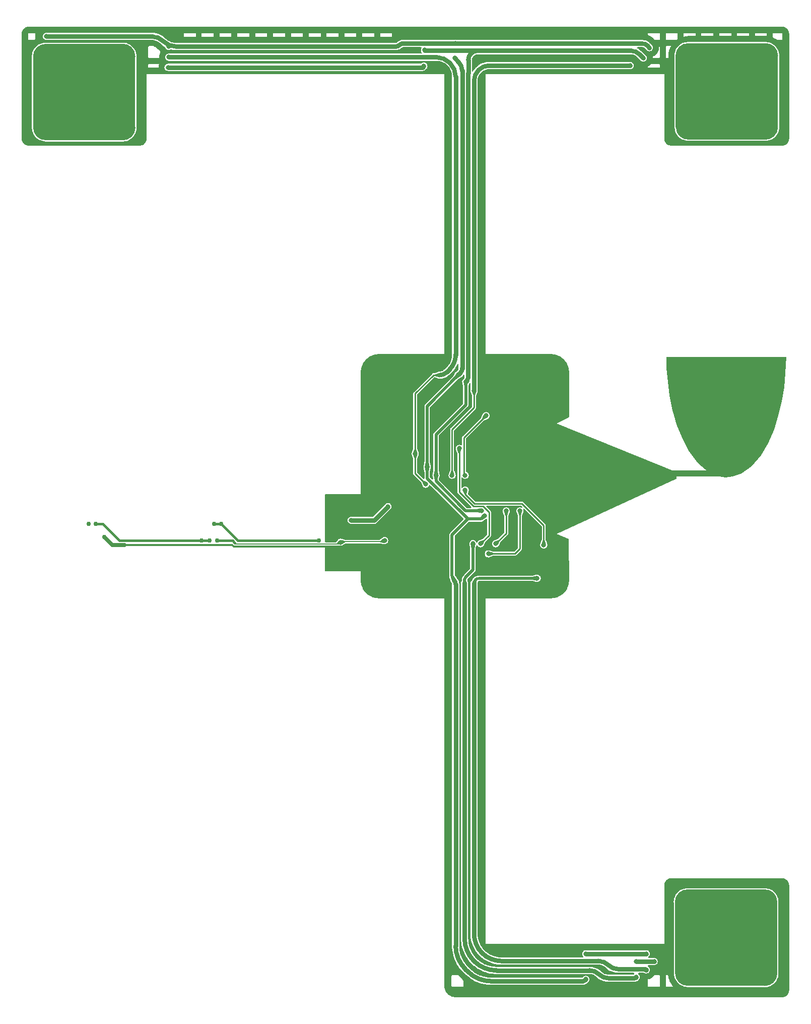
<source format=gbl>
G04 #@! TF.GenerationSoftware,KiCad,Pcbnew,7.0.6*
G04 #@! TF.CreationDate,2023-08-25T14:35:58+01:00*
G04 #@! TF.ProjectId,gdp_flexible,6764705f-666c-4657-9869-626c652e6b69,1.0*
G04 #@! TF.SameCoordinates,Original*
G04 #@! TF.FileFunction,Copper,L2,Bot*
G04 #@! TF.FilePolarity,Positive*
%FSLAX46Y46*%
G04 Gerber Fmt 4.6, Leading zero omitted, Abs format (unit mm)*
G04 Created by KiCad (PCBNEW 7.0.6) date 2023-08-25 14:35:58*
%MOMM*%
%LPD*%
G01*
G04 APERTURE LIST*
G04 #@! TA.AperFunction,NonConductor*
%ADD10C,2.100000*%
G04 #@! TD*
G04 #@! TA.AperFunction,NonConductor*
%ADD11C,0.200000*%
G04 #@! TD*
G04 #@! TA.AperFunction,ViaPad*
%ADD12C,0.800000*%
G04 #@! TD*
G04 #@! TA.AperFunction,ViaPad*
%ADD13C,0.756400*%
G04 #@! TD*
G04 #@! TA.AperFunction,Conductor*
%ADD14C,0.800000*%
G04 #@! TD*
G04 #@! TA.AperFunction,Conductor*
%ADD15C,0.300000*%
G04 #@! TD*
G04 #@! TA.AperFunction,Conductor*
%ADD16C,0.200000*%
G04 #@! TD*
G04 #@! TA.AperFunction,Conductor*
%ADD17C,0.400000*%
G04 #@! TD*
G04 #@! TA.AperFunction,Conductor*
%ADD18C,0.700000*%
G04 #@! TD*
G04 #@! TA.AperFunction,Conductor*
%ADD19C,1.000000*%
G04 #@! TD*
G04 #@! TA.AperFunction,Conductor*
%ADD20C,0.254000*%
G04 #@! TD*
G04 #@! TA.AperFunction,Conductor*
%ADD21C,0.508000*%
G04 #@! TD*
G04 APERTURE END LIST*
D10*
X156950000Y-170000000D02*
G75*
G03*
X156950000Y-170000000I-1050000J0D01*
G01*
X170060352Y-39886382D02*
G75*
G03*
X170060352Y-39886382I-1050000J0D01*
G01*
X169950000Y-170000000D02*
G75*
G03*
X169950000Y-170000000I-1050000J0D01*
G01*
D11*
X170900000Y-170000000D02*
X170900000Y-182000000D01*
X168900000Y-184000000D01*
X155900000Y-184000000D01*
X153900000Y-182000000D01*
X153900000Y-170000000D01*
X155900000Y-168000000D01*
X168900000Y-168000000D01*
X170900000Y-170000000D01*
G04 #@! TA.AperFunction,NonConductor*
G36*
X170900000Y-170000000D02*
G01*
X170900000Y-182000000D01*
X168900000Y-184000000D01*
X155900000Y-184000000D01*
X153900000Y-182000000D01*
X153900000Y-170000000D01*
X155900000Y-168000000D01*
X168900000Y-168000000D01*
X170900000Y-170000000D01*
G37*
G04 #@! TD.AperFunction*
D10*
X156986998Y-181972545D02*
G75*
G03*
X156986998Y-181972545I-1050000J0D01*
G01*
X170079086Y-27900000D02*
G75*
G03*
X170079086Y-27900000I-1050000J0D01*
G01*
X62050000Y-28000000D02*
G75*
G03*
X62050000Y-28000000I-1050000J0D01*
G01*
X62050000Y-40000000D02*
G75*
G03*
X62050000Y-40000000I-1050000J0D01*
G01*
X157050000Y-27900000D02*
G75*
G03*
X157050000Y-27900000I-1050000J0D01*
G01*
D11*
X171010352Y-27886382D02*
X171010352Y-39886382D01*
X169010352Y-41886382D01*
X156010352Y-41886382D01*
X154010352Y-39886382D01*
X154010352Y-27886382D01*
X156010352Y-25886382D01*
X169010352Y-25886382D01*
X171010352Y-27886382D01*
G04 #@! TA.AperFunction,NonConductor*
G36*
X171010352Y-27886382D02*
G01*
X171010352Y-39886382D01*
X169010352Y-41886382D01*
X156010352Y-41886382D01*
X154010352Y-39886382D01*
X154010352Y-27886382D01*
X156010352Y-25886382D01*
X169010352Y-25886382D01*
X171010352Y-27886382D01*
G37*
G04 #@! TD.AperFunction*
D10*
X157106699Y-39882679D02*
G75*
G03*
X157106699Y-39882679I-1050000J0D01*
G01*
X49083824Y-39969281D02*
G75*
G03*
X49083824Y-39969281I-1050000J0D01*
G01*
D11*
X63000000Y-28000000D02*
X63000000Y-40000000D01*
X61000000Y-42000000D01*
X48000000Y-42000000D01*
X46000000Y-40000000D01*
X46000000Y-28000000D01*
X48000000Y-26000000D01*
X61000000Y-26000000D01*
X63000000Y-28000000D01*
G04 #@! TA.AperFunction,NonConductor*
G36*
X63000000Y-28000000D02*
G01*
X63000000Y-40000000D01*
X61000000Y-42000000D01*
X48000000Y-42000000D01*
X46000000Y-40000000D01*
X46000000Y-28000000D01*
X48000000Y-26000000D01*
X61000000Y-26000000D01*
X63000000Y-28000000D01*
G37*
G04 #@! TD.AperFunction*
D10*
X169950000Y-182000000D02*
G75*
G03*
X169950000Y-182000000I-1050000J0D01*
G01*
X49067320Y-28024287D02*
G75*
G03*
X49067320Y-28024287I-1050000J0D01*
G01*
D12*
X135700000Y-178700000D03*
X144200000Y-28300000D03*
X105000000Y-111000000D03*
X99200000Y-110199500D03*
X97600000Y-109600000D03*
X99400000Y-105900000D03*
D13*
X76350000Y-106500000D03*
X77550000Y-106500000D03*
X93950000Y-109269400D03*
D12*
X121414370Y-100022200D03*
X128426077Y-111400000D03*
X125058354Y-98252935D03*
X123289088Y-96272763D03*
X127242220Y-86241218D03*
X115500000Y-78400000D03*
X121142220Y-111541218D03*
X123242220Y-100092502D03*
X126642220Y-104341218D03*
X114942220Y-93041218D03*
X111200000Y-103300000D03*
X121566691Y-96272763D03*
X133384555Y-97436700D03*
X104842220Y-82041218D03*
X130442220Y-90141218D03*
X121600000Y-78400000D03*
X125140373Y-96249329D03*
X104200000Y-100300000D03*
X111000000Y-108600000D03*
X114242220Y-87241218D03*
X123242220Y-98241218D03*
X133500000Y-87500000D03*
X112742220Y-101241218D03*
X122242220Y-84641218D03*
X111142220Y-86441218D03*
X122442220Y-109841218D03*
X119242220Y-93841218D03*
X125081788Y-100080785D03*
X106942220Y-90541218D03*
X121500000Y-118600000D03*
X124500000Y-93100000D03*
X129900000Y-106300000D03*
X119400000Y-89200000D03*
X115500000Y-118600000D03*
X132461419Y-114643961D03*
X106900000Y-87900000D03*
X121484672Y-98194350D03*
D13*
X57850000Y-108700000D03*
D12*
X132142220Y-81441218D03*
X128500000Y-90200000D03*
X127742220Y-104341218D03*
X122442220Y-111541218D03*
X121142220Y-109841218D03*
X117542220Y-93841218D03*
X125442220Y-104341218D03*
D13*
X76850000Y-109300000D03*
X74250000Y-109300000D03*
X55250000Y-106500000D03*
D12*
X123682220Y-109841218D03*
D13*
X56450000Y-106500000D03*
D12*
X105000000Y-109300000D03*
D13*
X75550000Y-109300000D03*
D12*
X105572220Y-103600000D03*
X147300000Y-180000000D03*
X119842220Y-109841218D03*
X150300000Y-180000000D03*
X147300000Y-182600000D03*
X111600000Y-29641218D03*
X148500000Y-28295751D03*
X118642220Y-82641218D03*
X121257294Y-104283720D03*
X68600000Y-29841218D03*
X113642220Y-98341218D03*
X111700000Y-26941218D03*
X118542220Y-98341218D03*
X122042220Y-88341218D03*
X116800000Y-28300000D03*
X138800000Y-183000000D03*
X48158782Y-24641218D03*
X138800000Y-178700000D03*
X149000000Y-178700000D03*
X68700000Y-26341218D03*
X116900000Y-25841218D03*
X117442220Y-81441218D03*
X112142220Y-96941218D03*
X149500000Y-26541218D03*
X121815720Y-105112075D03*
X68700000Y-28141218D03*
X111934704Y-99848734D03*
X110142220Y-94741218D03*
X116342220Y-98341218D03*
X120042220Y-84141218D03*
X146275532Y-29541218D03*
X118542220Y-100841218D03*
X130642220Y-115641218D03*
X149000000Y-181400000D03*
X131742220Y-110041218D03*
D14*
X111800000Y-27041218D02*
X111700000Y-26941218D01*
X119332797Y-27041218D02*
X111800000Y-27041218D01*
X111600000Y-29641218D02*
X111400000Y-29841218D01*
X111400000Y-29841218D02*
X68600000Y-29841218D01*
X120042220Y-32101878D02*
X120042220Y-84141218D01*
X146275532Y-29541218D02*
X122602880Y-29541218D01*
X120792227Y-30291225D02*
G75*
G03*
X120042220Y-32101878I1810673J-1810675D01*
G01*
X122602880Y-29541211D02*
G75*
G03*
X120792220Y-30291218I20J-2560689D01*
G01*
D15*
X79350000Y-110050000D02*
X61250000Y-110050000D01*
X99200000Y-110199500D02*
X99049500Y-110350000D01*
X99049500Y-110350000D02*
X79650000Y-110350000D01*
X79650000Y-110350000D02*
X79350000Y-110050000D01*
D14*
X103272220Y-105900000D02*
X105572220Y-103600000D01*
X99400000Y-105900000D02*
X103272220Y-105900000D01*
D16*
X104800000Y-109500000D02*
X105000000Y-109300000D01*
X97700000Y-109500000D02*
X104800000Y-109500000D01*
X97600000Y-109600000D02*
X97700000Y-109500000D01*
X97300000Y-109900000D02*
X97600000Y-109600000D01*
X80050000Y-109900000D02*
X97300000Y-109900000D01*
X79850000Y-109700000D02*
X80050000Y-109900000D01*
D17*
X76350000Y-106500000D02*
X77550000Y-106500000D01*
X77550000Y-106500000D02*
X80350000Y-109300000D01*
X80350000Y-109300000D02*
X93950000Y-109300000D01*
D18*
X59200000Y-110050000D02*
X61250000Y-110050000D01*
X57850000Y-108700000D02*
X59200000Y-110050000D01*
D19*
X134435185Y-98052145D02*
X163001924Y-98052145D01*
X133692277Y-97744422D02*
X133384555Y-97436700D01*
X133692281Y-97744418D02*
G75*
G03*
X134435185Y-98052145I742919J742918D01*
G01*
D20*
X127742220Y-104341218D02*
X127742220Y-110657780D01*
X126900000Y-111500000D02*
X122483438Y-111500000D01*
X127742220Y-110657780D02*
X126900000Y-111500000D01*
X122542720Y-108440718D02*
X121142220Y-109841218D01*
X117542220Y-93841218D02*
X117542220Y-101161220D01*
X117542220Y-101161220D02*
X119937720Y-103556720D01*
X119937720Y-103556720D02*
X121558428Y-103556720D01*
X121558428Y-103556720D02*
X122542720Y-104541012D01*
X122542720Y-104541012D02*
X122542720Y-108440718D01*
X123682220Y-109841218D02*
X125442220Y-108081218D01*
X125342220Y-104441218D02*
X125442220Y-104341218D01*
D17*
X74250000Y-109300000D02*
X60450000Y-109300000D01*
D20*
X125442220Y-108081218D02*
X125442220Y-104341218D01*
D17*
X60450000Y-109300000D02*
X57650000Y-106500000D01*
X57650000Y-106500000D02*
X56450000Y-106500000D01*
X76850000Y-109300000D02*
X79450000Y-109300000D01*
X79450000Y-109300000D02*
X79850000Y-109700000D01*
X75550000Y-109300000D02*
X74250000Y-109300000D01*
D21*
X119842220Y-114241217D02*
X119842220Y-109841218D01*
D14*
X118442220Y-176109332D02*
X118442220Y-116441218D01*
X120667202Y-27041218D02*
X119332797Y-27041218D01*
D21*
X113642220Y-91495181D02*
X113642220Y-98341218D01*
X119212930Y-114870507D02*
X118583641Y-115499796D01*
D14*
X119042220Y-81958375D02*
X119042220Y-30853350D01*
X139480761Y-181500000D02*
X123832887Y-181500000D01*
X142619238Y-182800000D02*
X146958578Y-182800000D01*
X119056433Y-29357629D02*
X119056433Y-28605895D01*
X147872733Y-27668484D02*
X148500000Y-28295751D01*
D21*
X113642220Y-91495181D02*
X118642220Y-86495181D01*
D14*
X118842220Y-82441218D02*
X118642220Y-82641218D01*
X119056433Y-30338601D02*
X119056433Y-30819036D01*
X119056433Y-29357629D02*
X119056433Y-30338601D01*
X111750000Y-26991218D02*
X111700000Y-26941218D01*
D21*
X113642220Y-99341719D02*
X113642220Y-98341218D01*
X118442220Y-116041218D02*
X118442220Y-115841218D01*
D14*
X147300000Y-180000000D02*
X150300000Y-180000000D01*
D21*
X118442220Y-116041218D02*
X118442220Y-116441218D01*
D14*
X147200000Y-182700000D02*
X147300000Y-182600000D01*
D21*
X121229502Y-104300000D02*
X118600501Y-104300000D01*
D14*
X119528216Y-27513001D02*
X119495623Y-27545593D01*
D21*
X118642220Y-86495181D02*
X118642220Y-82641218D01*
X121257294Y-104283720D02*
X121249154Y-104291860D01*
X119212930Y-114870507D02*
X119842220Y-114241217D01*
D14*
X120667202Y-27041218D02*
X146358378Y-27041218D01*
D21*
X118600501Y-104300000D02*
X113642220Y-99341719D01*
D14*
X111500000Y-29741218D02*
X111600000Y-29641218D01*
X146958578Y-182799991D02*
G75*
G03*
X147200000Y-182700000I22J341391D01*
G01*
X147872736Y-27668481D02*
G75*
G03*
X146358378Y-27041218I-1514336J-1514319D01*
G01*
X118442201Y-176109332D02*
G75*
G03*
X120021110Y-179921110I5390699J32D01*
G01*
D21*
X121229502Y-104299999D02*
G75*
G03*
X121249154Y-104291860I-2J27799D01*
G01*
D14*
X119049298Y-30836165D02*
G75*
G03*
X119042220Y-30853350I17202J-17135D01*
G01*
X141050011Y-182149989D02*
G75*
G03*
X139480761Y-181500000I-1569211J-1569211D01*
G01*
X119528239Y-27513024D02*
G75*
G03*
X119332797Y-27041218I-195439J195424D01*
G01*
X118842228Y-82441226D02*
G75*
G03*
X119042220Y-81958375I-482828J482826D01*
G01*
D21*
X118583625Y-115499780D02*
G75*
G03*
X118442220Y-115841218I341475J-341420D01*
G01*
D14*
X119049302Y-30836169D02*
G75*
G03*
X119056433Y-30819036I-17102J17169D01*
G01*
X119495632Y-27545602D02*
G75*
G03*
X119056433Y-28605895I1060268J-1060298D01*
G01*
X120667202Y-27041223D02*
G75*
G03*
X119528216Y-27513001I-2J-1610777D01*
G01*
X120021109Y-179921111D02*
G75*
G03*
X123832887Y-181500000I3811791J3811811D01*
G01*
X141049989Y-182150011D02*
G75*
G03*
X142619238Y-182800000I1569211J1569211D01*
G01*
D20*
X118442220Y-98241218D02*
X118542220Y-98341218D01*
X122042220Y-88341218D02*
X118342220Y-92041217D01*
X118342220Y-92041217D02*
X118342220Y-97999796D01*
X118342211Y-97999796D02*
G75*
G03*
X118442221Y-98241217I341389J-4D01*
G01*
D21*
X117192220Y-81441218D02*
X117442220Y-81441218D01*
D14*
X117442220Y-81441218D02*
X117742220Y-81141218D01*
D21*
X118988220Y-105695218D02*
X112142220Y-98849218D01*
D14*
X118536012Y-181236012D02*
X119006207Y-181706207D01*
X114956856Y-25841218D02*
X108095773Y-25841218D01*
D21*
X120110398Y-105695218D02*
X118988220Y-105695218D01*
X121232577Y-105695218D02*
X120820232Y-105695218D01*
D14*
X106888666Y-26341218D02*
X69902081Y-26341218D01*
X149000000Y-178700000D02*
X138800000Y-178700000D01*
D21*
X116342220Y-108341218D02*
X116342220Y-115216953D01*
X112142220Y-98849218D02*
X112142220Y-97895218D01*
D14*
X138650000Y-183150000D02*
X138800000Y-183000000D01*
X119643144Y-25841218D02*
X148305025Y-25841218D01*
D21*
X112142220Y-96941218D02*
X112142220Y-86741218D01*
D14*
X116942220Y-116665482D02*
X116942220Y-177388256D01*
D21*
X112142220Y-86741218D02*
X117442220Y-81441218D01*
D14*
X65797918Y-24641218D02*
X48158782Y-24641218D01*
D21*
X121815720Y-105112075D02*
X121232577Y-105695218D01*
X112142220Y-97895218D02*
X112142220Y-96941218D01*
D14*
X122853963Y-183300000D02*
X138287867Y-183300000D01*
X119643144Y-25841218D02*
X114956856Y-25841218D01*
X149500000Y-26541218D02*
X149150000Y-26191218D01*
D21*
X118988220Y-105695218D02*
X116342220Y-108341218D01*
D14*
X118042220Y-30420602D02*
X118042220Y-80416953D01*
X117421110Y-28921110D02*
X116800000Y-28300000D01*
D21*
X120110398Y-105695218D02*
X120820232Y-105695218D01*
D14*
X119006215Y-181706199D02*
G75*
G03*
X122853963Y-183300000I3847785J3847799D01*
G01*
X118042213Y-30420602D02*
G75*
G03*
X117421110Y-28921110I-2120613J2D01*
G01*
X67850002Y-25491216D02*
G75*
G03*
X69902081Y-26341218I2052098J2052116D01*
G01*
X106888666Y-26341204D02*
G75*
G03*
X107492219Y-26091217I34J853504D01*
G01*
X108095773Y-25841232D02*
G75*
G03*
X107492220Y-26091218I-173J-853168D01*
G01*
X149150018Y-26191200D02*
G75*
G03*
X148305025Y-25841218I-844918J-844900D01*
G01*
D21*
X116342258Y-115216953D02*
G75*
G03*
X116642221Y-115941217I1024242J-47D01*
G01*
D14*
X116942260Y-177388256D02*
G75*
G03*
X118536012Y-181236012I5441540J-44D01*
G01*
X67850029Y-25491189D02*
G75*
G03*
X65797918Y-24641218I-2051929J-2051811D01*
G01*
X117742234Y-81141232D02*
G75*
G03*
X118042220Y-80416953I-724234J724232D01*
G01*
X138287867Y-183299986D02*
G75*
G03*
X138649999Y-183149999I33J512086D01*
G01*
X116942245Y-116665482D02*
G75*
G03*
X116642220Y-115941218I-1024245J-18D01*
G01*
D20*
X110142220Y-98056250D02*
X110142220Y-94741218D01*
X110142220Y-94741218D02*
X110142220Y-84614010D01*
D14*
X68700000Y-28141218D02*
X113674452Y-28141218D01*
X115442220Y-81041218D02*
X115942220Y-80541218D01*
D20*
X113215012Y-81541218D02*
X110142220Y-84614010D01*
X111934704Y-99848734D02*
X110142220Y-98056250D01*
D14*
X116942220Y-31408985D02*
X116942220Y-78127004D01*
D20*
X113215012Y-81541218D02*
X114235113Y-81541218D01*
D14*
X115985140Y-29098298D02*
G75*
G03*
X113674452Y-28141218I-2310640J-2310702D01*
G01*
X116942214Y-31408985D02*
G75*
G03*
X115985112Y-29098326I-3267814J-15D01*
G01*
X114235113Y-81541224D02*
G75*
G03*
X115442220Y-81041218I-13J1707124D01*
G01*
X115942219Y-80541217D02*
G75*
G03*
X116942220Y-78127004I-2414219J2414217D01*
G01*
D20*
X120042220Y-86957780D02*
X116342220Y-90657780D01*
X120042220Y-84141218D02*
X120042220Y-86957780D01*
X116342220Y-90657780D02*
X116342220Y-98341218D01*
D14*
X149000000Y-181400000D02*
X148950000Y-181350000D01*
X120042220Y-175362885D02*
X120042220Y-116494771D01*
D21*
X130642220Y-115641218D02*
X120895773Y-115641218D01*
D14*
X149000000Y-181400000D02*
X148900000Y-181400000D01*
D20*
X118542220Y-100841218D02*
X118542220Y-101504822D01*
X120140118Y-103102720D02*
X128102720Y-103102720D01*
X118542220Y-101504822D02*
X120140118Y-103102720D01*
D14*
X124579334Y-179900000D02*
X140910050Y-179900000D01*
D20*
X128102720Y-103102720D02*
X131742220Y-106742220D01*
D14*
X144289949Y-181300000D02*
X148829289Y-181300000D01*
D20*
X131742220Y-106742220D02*
X131742220Y-110041218D01*
D14*
X142600015Y-180599985D02*
G75*
G03*
X144289949Y-181300000I1689985J1689985D01*
G01*
X120042221Y-175362885D02*
G75*
G03*
X121371111Y-178571109I4537079J-15D01*
G01*
X142599985Y-180600015D02*
G75*
G03*
X140910050Y-179900000I-1689985J-1689985D01*
G01*
D21*
X120292229Y-115891227D02*
G75*
G03*
X120042220Y-116494771I603571J-603573D01*
G01*
D14*
X121371096Y-178571124D02*
G75*
G03*
X124579334Y-179900000I3208204J3208224D01*
G01*
D21*
X120895773Y-115641208D02*
G75*
G03*
X120292220Y-115891218I27J-853592D01*
G01*
D14*
X148950003Y-181349997D02*
G75*
G03*
X148829289Y-181300000I-120703J-120703D01*
G01*
G04 #@! TA.AperFunction,Conductor*
G36*
X172474029Y-78477208D02*
G01*
X172490998Y-78484237D01*
X172498027Y-78501208D01*
X172498008Y-78502167D01*
X172389193Y-81222601D01*
X172196664Y-83532914D01*
X172196542Y-83533890D01*
X171796037Y-85936921D01*
X171795842Y-85937859D01*
X171195242Y-88340258D01*
X171195080Y-88340841D01*
X170494166Y-90643847D01*
X170493690Y-90645139D01*
X169491832Y-92949414D01*
X169491116Y-92950804D01*
X168288774Y-94954712D01*
X168286552Y-94957823D01*
X166683053Y-96861974D01*
X166678535Y-96866122D01*
X164972900Y-98070101D01*
X164967132Y-98073096D01*
X163560503Y-98575463D01*
X163554272Y-98576790D01*
X162247958Y-98677276D01*
X162242723Y-98677106D01*
X160835718Y-98476105D01*
X160828379Y-98473812D01*
X159421909Y-97770580D01*
X159417278Y-97767551D01*
X158333430Y-96864339D01*
X157612631Y-96263669D01*
X157608796Y-96259633D01*
X156105562Y-94255327D01*
X156103296Y-94251660D01*
X155001608Y-92048282D01*
X155001244Y-92047481D01*
X154099930Y-89844274D01*
X154099526Y-89843114D01*
X153661363Y-88340841D01*
X153398552Y-87439772D01*
X153398326Y-87438866D01*
X152897707Y-85035892D01*
X152897548Y-85034932D01*
X152597228Y-82632384D01*
X152479746Y-81222601D01*
X152397010Y-80229770D01*
X152396970Y-80228787D01*
X152396970Y-78501205D01*
X152403999Y-78484234D01*
X152420969Y-78477205D01*
X172474029Y-78477208D01*
G37*
G04 #@! TD.AperFunction*
G04 #@! TA.AperFunction,Conductor*
G36*
X154013625Y-97784429D02*
G01*
X154047147Y-97817470D01*
X154052001Y-97841416D01*
X154052001Y-98875372D01*
X154033988Y-98918859D01*
X154016260Y-98931218D01*
X143618746Y-103727082D01*
X133884385Y-108217068D01*
X133884385Y-89617068D01*
X154013625Y-97784429D01*
G37*
G04 #@! TD.AperFunction*
G04 #@! TA.AperFunction,Conductor*
G36*
X118359752Y-81477115D02*
G01*
X118416588Y-81519661D01*
X118441399Y-81586182D01*
X118441720Y-81595171D01*
X118441720Y-81881876D01*
X118441718Y-81881913D01*
X118441719Y-81940290D01*
X118421718Y-82008411D01*
X118404829Y-82029373D01*
X118402349Y-82031853D01*
X118398667Y-82035536D01*
X118334974Y-82099229D01*
X118248355Y-82185846D01*
X118242154Y-82191284D01*
X118213940Y-82212934D01*
X118213937Y-82212937D01*
X118117688Y-82338370D01*
X118117683Y-82338378D01*
X118057175Y-82484457D01*
X118036537Y-82641216D01*
X118036538Y-82641221D01*
X118041430Y-82678385D01*
X118041855Y-82685729D01*
X118042062Y-82685712D01*
X118042570Y-82691876D01*
X118044573Y-82702849D01*
X118045058Y-82705937D01*
X118057176Y-82797980D01*
X118057176Y-82797981D01*
X118060547Y-82806119D01*
X118068090Y-82831713D01*
X118185163Y-83473203D01*
X118184569Y-83473311D01*
X118187720Y-83497772D01*
X118187720Y-86254729D01*
X118167718Y-86322850D01*
X118150815Y-86343824D01*
X113341397Y-91153242D01*
X113336127Y-91157952D01*
X113305285Y-91182548D01*
X113271480Y-91232130D01*
X113235851Y-91280407D01*
X113231815Y-91288043D01*
X113228104Y-91295750D01*
X113210416Y-91353096D01*
X113190598Y-91409732D01*
X113189002Y-91418163D01*
X113187720Y-91426675D01*
X113187720Y-91486673D01*
X113185475Y-91546647D01*
X113186533Y-91556027D01*
X113185680Y-91556123D01*
X113187720Y-91571607D01*
X113187720Y-97484323D01*
X113184448Y-97507655D01*
X113185419Y-97507833D01*
X113184308Y-97513920D01*
X113184307Y-97513923D01*
X113144558Y-97731722D01*
X113068089Y-98150724D01*
X113060549Y-98176309D01*
X113057178Y-98184448D01*
X113057176Y-98184457D01*
X113045059Y-98276478D01*
X113044576Y-98279558D01*
X113041749Y-98295056D01*
X113040509Y-98304127D01*
X113039901Y-98310760D01*
X113039171Y-98320459D01*
X113038810Y-98323956D01*
X113036538Y-98341219D01*
X113036538Y-98341221D01*
X113041430Y-98378385D01*
X113041855Y-98385729D01*
X113042062Y-98385712D01*
X113042570Y-98391876D01*
X113044573Y-98402849D01*
X113045058Y-98405937D01*
X113057176Y-98497980D01*
X113057176Y-98497981D01*
X113060547Y-98506119D01*
X113068090Y-98531713D01*
X113129672Y-98869144D01*
X113122225Y-98939749D01*
X113077788Y-98995120D01*
X113010470Y-99017676D01*
X112941644Y-99000257D01*
X112916624Y-98980861D01*
X112633625Y-98697862D01*
X112599599Y-98635550D01*
X112596720Y-98608767D01*
X112596720Y-97798112D01*
X112599994Y-97774781D01*
X112599021Y-97774604D01*
X112600133Y-97768513D01*
X112716348Y-97131711D01*
X112723893Y-97106116D01*
X112727264Y-97097980D01*
X112739386Y-97005897D01*
X112739857Y-97002894D01*
X112742690Y-96987376D01*
X112743930Y-96978307D01*
X112744538Y-96971677D01*
X112745044Y-96964945D01*
X112745043Y-96964942D01*
X112745264Y-96962009D01*
X112745623Y-96958526D01*
X112747902Y-96941218D01*
X112743008Y-96904054D01*
X112742587Y-96896709D01*
X112742377Y-96896727D01*
X112741868Y-96890560D01*
X112741867Y-96890559D01*
X112741868Y-96890557D01*
X112739858Y-96879549D01*
X112739387Y-96876548D01*
X112727264Y-96784456D01*
X112723889Y-96776309D01*
X112716347Y-96750716D01*
X112599277Y-96109233D01*
X112599874Y-96109124D01*
X112596720Y-96084671D01*
X112596719Y-86981667D01*
X112616722Y-86913546D01*
X112633620Y-86892577D01*
X114485107Y-85041090D01*
X116252499Y-85041090D01*
X116270080Y-85129474D01*
X116313116Y-85193883D01*
X116377525Y-85236919D01*
X116465910Y-85254500D01*
X117189720Y-85254500D01*
X117189720Y-83747858D01*
X116252500Y-84685078D01*
X116252499Y-85041090D01*
X114485107Y-85041090D01*
X117157684Y-82368512D01*
X117176499Y-82354334D01*
X117175935Y-82353518D01*
X117482291Y-82141723D01*
X117713487Y-81981889D01*
X117736913Y-81969128D01*
X117745061Y-81965754D01*
X117814016Y-81912843D01*
X117818739Y-81909218D01*
X117821233Y-81907401D01*
X117834172Y-81898457D01*
X117841451Y-81892931D01*
X117846563Y-81888679D01*
X117851697Y-81884263D01*
X117851697Y-81884262D01*
X117853966Y-81882311D01*
X117856689Y-81880097D01*
X117870502Y-81869500D01*
X117892164Y-81841268D01*
X117897585Y-81835086D01*
X118129919Y-81602753D01*
X118129981Y-81602719D01*
X118166851Y-81565848D01*
X118166852Y-81565849D01*
X118226626Y-81506074D01*
X118288936Y-81472051D01*
X118359752Y-81477115D01*
G37*
G04 #@! TD.AperFunction*
G04 #@! TA.AperFunction,Conductor*
G36*
X117384678Y-79696535D02*
G01*
X117430744Y-79750557D01*
X117441719Y-79801989D01*
X117441719Y-80341562D01*
X117441717Y-80341614D01*
X117441719Y-80413881D01*
X117441416Y-80420060D01*
X117434796Y-80487298D01*
X117429978Y-80511524D01*
X117413071Y-80567266D01*
X117403618Y-80590088D01*
X117376163Y-80641455D01*
X117362440Y-80661994D01*
X117319702Y-80714070D01*
X117315548Y-80718654D01*
X117048360Y-80985842D01*
X117042159Y-80991280D01*
X117013936Y-81012937D01*
X117010398Y-81016475D01*
X116975979Y-81040896D01*
X116933300Y-81061449D01*
X116933296Y-81061453D01*
X116832866Y-81154639D01*
X116832862Y-81154644D01*
X116764358Y-81273295D01*
X116737355Y-81391602D01*
X116718158Y-81435214D01*
X116530728Y-81706332D01*
X116530235Y-81705991D01*
X116515161Y-81725515D01*
X111841397Y-86399279D01*
X111836127Y-86403989D01*
X111805285Y-86428585D01*
X111771480Y-86478167D01*
X111735851Y-86526444D01*
X111731815Y-86534080D01*
X111728104Y-86541787D01*
X111710416Y-86599133D01*
X111690598Y-86655769D01*
X111689002Y-86664200D01*
X111687720Y-86672712D01*
X111687720Y-86732710D01*
X111685475Y-86792684D01*
X111686533Y-86802064D01*
X111685680Y-86802160D01*
X111687720Y-86817644D01*
X111687720Y-96084323D01*
X111684448Y-96107655D01*
X111685419Y-96107833D01*
X111684308Y-96113920D01*
X111684307Y-96113923D01*
X111657440Y-96261137D01*
X111568089Y-96750724D01*
X111560549Y-96776309D01*
X111557178Y-96784448D01*
X111557176Y-96784457D01*
X111545059Y-96876478D01*
X111544576Y-96879558D01*
X111541749Y-96895056D01*
X111540509Y-96904127D01*
X111539901Y-96910760D01*
X111539171Y-96920459D01*
X111538810Y-96923956D01*
X111536538Y-96941219D01*
X111536538Y-96941221D01*
X111541430Y-96978385D01*
X111541855Y-96985729D01*
X111542062Y-96985712D01*
X111542570Y-96991876D01*
X111544573Y-97002849D01*
X111545058Y-97005937D01*
X111557176Y-97097980D01*
X111557176Y-97097981D01*
X111560547Y-97106119D01*
X111568090Y-97131713D01*
X111685163Y-97773203D01*
X111684571Y-97773310D01*
X111687719Y-97797772D01*
X111687718Y-97878885D01*
X111687720Y-97878904D01*
X111687720Y-98820145D01*
X111687323Y-98827207D01*
X111685124Y-98846717D01*
X111657617Y-98912168D01*
X111599092Y-98952358D01*
X111528128Y-98954527D01*
X111470825Y-98921700D01*
X110506622Y-97957498D01*
X110472598Y-97895187D01*
X110469719Y-97868404D01*
X110469719Y-96763916D01*
X110469719Y-95614648D01*
X110477737Y-95570426D01*
X110700231Y-94976999D01*
X110701936Y-94967148D01*
X110709677Y-94940436D01*
X110727264Y-94897980D01*
X110747902Y-94741218D01*
X110727264Y-94584456D01*
X110709536Y-94541658D01*
X110701602Y-94513806D01*
X110700231Y-94505436D01*
X110700230Y-94505434D01*
X110477740Y-93912014D01*
X110469720Y-93867780D01*
X110469720Y-84801854D01*
X110489722Y-84733733D01*
X110506625Y-84712759D01*
X111906268Y-83313116D01*
X113302535Y-81916849D01*
X113364845Y-81882825D01*
X113435655Y-81887889D01*
X113881435Y-82055026D01*
X113999331Y-82099229D01*
X114000131Y-82099446D01*
X114004786Y-82101274D01*
X114004858Y-82101301D01*
X114004857Y-82101302D01*
X114013292Y-82104614D01*
X114013481Y-82104116D01*
X114020608Y-82106818D01*
X114020610Y-82106818D01*
X114020613Y-82106820D01*
X114162204Y-82141718D01*
X114182922Y-82141718D01*
X114182942Y-82141723D01*
X114235118Y-82141723D01*
X114235118Y-82141724D01*
X114364710Y-82141723D01*
X114622264Y-82112702D01*
X114874950Y-82055026D01*
X114874953Y-82055024D01*
X114874957Y-82055024D01*
X115119586Y-81969424D01*
X115142483Y-81958397D01*
X115353107Y-81856965D01*
X115572564Y-81719070D01*
X115775202Y-81557471D01*
X115866838Y-81465835D01*
X115891455Y-81441218D01*
X116394670Y-80938003D01*
X116400134Y-80932539D01*
X116400141Y-80932530D01*
X116443796Y-80888876D01*
X116490783Y-80841889D01*
X116716126Y-80573335D01*
X116864198Y-80361866D01*
X116917202Y-80286169D01*
X116917202Y-80286167D01*
X116917206Y-80286163D01*
X117092493Y-79982558D01*
X117092494Y-79982556D01*
X117092494Y-79982557D01*
X117146637Y-79866445D01*
X117201525Y-79748737D01*
X117248441Y-79695454D01*
X117316718Y-79675993D01*
X117384678Y-79696535D01*
G37*
G04 #@! TD.AperFunction*
G04 #@! TA.AperFunction,Conductor*
G36*
X171802463Y-23000694D02*
G01*
X171806430Y-23001006D01*
X171857007Y-23004986D01*
X171985861Y-23016261D01*
X172004273Y-23019260D01*
X172080709Y-23037611D01*
X172183826Y-23065242D01*
X172191626Y-23067890D01*
X172273900Y-23101968D01*
X172366445Y-23145123D01*
X172372742Y-23148507D01*
X172449157Y-23195334D01*
X172452375Y-23197444D01*
X172533379Y-23254163D01*
X172538161Y-23257866D01*
X172606882Y-23316558D01*
X172610503Y-23319905D01*
X172680092Y-23389494D01*
X172683440Y-23393116D01*
X172742132Y-23461837D01*
X172745835Y-23466619D01*
X172802554Y-23547623D01*
X172804664Y-23550841D01*
X172851491Y-23627256D01*
X172854875Y-23633553D01*
X172898027Y-23726091D01*
X172932106Y-23808367D01*
X172934758Y-23816178D01*
X172952935Y-23884012D01*
X172962400Y-23919337D01*
X172980737Y-23995718D01*
X172983738Y-24014148D01*
X172995021Y-24143099D01*
X172997096Y-24169456D01*
X172999306Y-24197535D01*
X172999500Y-24202471D01*
X172999500Y-41797528D01*
X172999306Y-41802456D01*
X172997316Y-41827743D01*
X172995021Y-41856900D01*
X172983738Y-41985850D01*
X172980737Y-42004280D01*
X172962396Y-42080680D01*
X172934758Y-42183820D01*
X172932106Y-42191631D01*
X172898027Y-42273908D01*
X172854875Y-42366446D01*
X172851491Y-42372743D01*
X172804664Y-42449157D01*
X172802554Y-42452375D01*
X172745835Y-42533379D01*
X172742132Y-42538161D01*
X172683440Y-42606882D01*
X172680080Y-42610517D01*
X172610517Y-42680080D01*
X172606882Y-42683440D01*
X172538161Y-42742132D01*
X172533379Y-42745835D01*
X172452375Y-42802554D01*
X172449157Y-42804664D01*
X172372743Y-42851491D01*
X172366446Y-42854875D01*
X172273908Y-42898027D01*
X172191631Y-42932106D01*
X172183820Y-42934758D01*
X172094814Y-42958608D01*
X172080673Y-42962397D01*
X172073757Y-42964057D01*
X172004280Y-42980737D01*
X171985850Y-42983738D01*
X171856900Y-42995021D01*
X171829170Y-42997204D01*
X171802455Y-42999306D01*
X171797529Y-42999500D01*
X153202471Y-42999500D01*
X153197544Y-42999306D01*
X153169456Y-42997096D01*
X153143099Y-42995021D01*
X153014148Y-42983738D01*
X152995718Y-42980737D01*
X152944538Y-42968450D01*
X152919331Y-42962398D01*
X152884012Y-42952935D01*
X152816178Y-42934758D01*
X152808367Y-42932106D01*
X152726091Y-42898027D01*
X152633553Y-42854875D01*
X152627256Y-42851491D01*
X152550841Y-42804664D01*
X152547623Y-42802554D01*
X152466619Y-42745835D01*
X152461837Y-42742132D01*
X152393116Y-42683440D01*
X152389494Y-42680092D01*
X152319905Y-42610503D01*
X152316558Y-42606882D01*
X152257866Y-42538161D01*
X152254163Y-42533379D01*
X152197444Y-42452375D01*
X152195334Y-42449157D01*
X152148507Y-42372742D01*
X152145123Y-42366445D01*
X152116674Y-42305436D01*
X152101967Y-42273896D01*
X152067890Y-42191626D01*
X152065240Y-42183820D01*
X152063952Y-42179014D01*
X152037611Y-42080709D01*
X152019260Y-42004273D01*
X152016261Y-41985861D01*
X152004986Y-41857007D01*
X152000694Y-41802463D01*
X152000500Y-41797519D01*
X152000500Y-32392679D01*
X152000161Y-32387936D01*
X152000000Y-32383440D01*
X152000000Y-31000000D01*
X150616560Y-31000000D01*
X150612064Y-30999839D01*
X150607321Y-30999500D01*
X150607318Y-30999500D01*
X150500099Y-30999500D01*
X124000500Y-30999500D01*
X124000000Y-30999500D01*
X123868880Y-30999500D01*
X123868872Y-30999501D01*
X123863323Y-30999865D01*
X123859198Y-31000000D01*
X122000000Y-31000000D01*
X121999999Y-32859185D01*
X121999865Y-32863296D01*
X121999499Y-32868881D01*
X121999499Y-76131117D01*
X121999864Y-76136682D01*
X121999999Y-76140799D01*
X122000000Y-78000000D01*
X123859198Y-78000000D01*
X123863323Y-78000135D01*
X123868872Y-78000498D01*
X123868880Y-78000500D01*
X123999901Y-78000500D01*
X132998356Y-78000500D01*
X133001627Y-78000585D01*
X133133403Y-78007491D01*
X133240917Y-78013529D01*
X133316958Y-78017800D01*
X133323285Y-78018477D01*
X133397846Y-78030285D01*
X133475647Y-78042608D01*
X133638124Y-78070214D01*
X133643867Y-78071468D01*
X133796693Y-78112418D01*
X133951694Y-78157073D01*
X133956799Y-78158784D01*
X134106183Y-78216127D01*
X134253983Y-78277348D01*
X134258441Y-78279403D01*
X134341423Y-78321685D01*
X134401921Y-78352511D01*
X134447336Y-78377610D01*
X134541458Y-78429630D01*
X134545244Y-78431901D01*
X134680877Y-78519983D01*
X134785551Y-78594253D01*
X134810723Y-78612114D01*
X134813915Y-78614534D01*
X134938721Y-78715601D01*
X134941053Y-78717585D01*
X135058703Y-78822722D01*
X135061253Y-78825133D01*
X135174864Y-78938744D01*
X135177276Y-78941295D01*
X135282413Y-79058945D01*
X135284397Y-79061277D01*
X135385464Y-79186083D01*
X135387884Y-79189275D01*
X135435374Y-79256205D01*
X135480025Y-79319134D01*
X135490589Y-79335402D01*
X135568083Y-79454731D01*
X135570379Y-79458557D01*
X135596902Y-79506549D01*
X135647488Y-79598078D01*
X135720586Y-79741538D01*
X135722658Y-79746033D01*
X135783877Y-79893829D01*
X135841208Y-80043183D01*
X135842931Y-80048322D01*
X135887579Y-80203297D01*
X135928528Y-80356123D01*
X135929785Y-80361879D01*
X135957394Y-80524369D01*
X135981522Y-80676713D01*
X135982198Y-80683039D01*
X135992509Y-80866608D01*
X135999414Y-80998372D01*
X135999500Y-81001644D01*
X135999500Y-88131117D01*
X135999865Y-88136683D01*
X136000000Y-88140807D01*
X136000000Y-88520769D01*
X135979998Y-88588890D01*
X135928593Y-88634328D01*
X133884384Y-89617067D01*
X133884385Y-89617067D01*
X133884385Y-89617068D01*
X133884384Y-108217067D01*
X133884385Y-108217068D01*
X135908152Y-109084396D01*
X135962883Y-109129614D01*
X135984481Y-109197245D01*
X135984516Y-109200008D01*
X135995380Y-116076854D01*
X135995293Y-116080251D01*
X135992517Y-116133227D01*
X135982198Y-116316958D01*
X135981522Y-116323284D01*
X135957394Y-116475630D01*
X135929785Y-116638119D01*
X135928528Y-116643875D01*
X135887579Y-116796702D01*
X135842931Y-116951676D01*
X135841208Y-116956815D01*
X135783877Y-117106170D01*
X135722658Y-117253965D01*
X135720586Y-117258459D01*
X135647488Y-117401921D01*
X135570387Y-117541427D01*
X135568083Y-117545267D01*
X135480021Y-117680872D01*
X135387884Y-117810724D01*
X135385464Y-117813915D01*
X135284397Y-117938721D01*
X135282413Y-117941053D01*
X135177276Y-118058703D01*
X135174847Y-118061272D01*
X135061272Y-118174847D01*
X135058703Y-118177276D01*
X134941053Y-118282413D01*
X134938721Y-118284397D01*
X134813915Y-118385464D01*
X134810724Y-118387884D01*
X134680874Y-118480019D01*
X134669135Y-118487643D01*
X134545267Y-118568083D01*
X134541427Y-118570387D01*
X134401921Y-118647488D01*
X134258459Y-118720586D01*
X134253965Y-118722658D01*
X134106170Y-118783877D01*
X133956815Y-118841208D01*
X133951676Y-118842931D01*
X133796702Y-118887579D01*
X133643875Y-118928528D01*
X133638119Y-118929785D01*
X133475630Y-118957394D01*
X133323285Y-118981522D01*
X133316959Y-118982198D01*
X133133383Y-118992509D01*
X133077183Y-118995454D01*
X133001627Y-118999414D01*
X132998356Y-118999500D01*
X124000500Y-118999500D01*
X124000000Y-118999500D01*
X123868880Y-118999500D01*
X123868872Y-118999501D01*
X123863323Y-118999865D01*
X123859198Y-119000000D01*
X122000000Y-119000000D01*
X122000000Y-120859197D01*
X121999865Y-120863322D01*
X121999500Y-120868886D01*
X121999500Y-175131117D01*
X121999865Y-175136683D01*
X122000000Y-175140807D01*
X122000000Y-177000000D01*
X123859198Y-177000000D01*
X123863323Y-177000135D01*
X123868872Y-177000498D01*
X123868880Y-177000500D01*
X123868888Y-177000500D01*
X150607321Y-177000500D01*
X150612064Y-177000161D01*
X150616560Y-177000000D01*
X152000000Y-177000000D01*
X152000000Y-175616562D01*
X152000161Y-175612067D01*
X152000500Y-175607323D01*
X152000500Y-169995883D01*
X153594159Y-169995883D01*
X153594564Y-169995883D01*
X153594564Y-170000005D01*
X153599365Y-170073247D01*
X153599500Y-170077369D01*
X153599500Y-181937091D01*
X153598895Y-181945805D01*
X153597227Y-181957764D01*
X153599433Y-182005489D01*
X153599500Y-182008399D01*
X153599500Y-182027854D01*
X153599981Y-182030428D01*
X153600985Y-182039088D01*
X153602414Y-182069989D01*
X153602415Y-182069993D01*
X153605120Y-182076119D01*
X153613708Y-182103851D01*
X153614939Y-182110433D01*
X153614940Y-182110434D01*
X153627091Y-182130060D01*
X153645692Y-182188146D01*
X153651285Y-182273467D01*
X153710118Y-182569237D01*
X153710119Y-182569241D01*
X153754337Y-182699500D01*
X153807053Y-182854797D01*
X153807056Y-182854803D01*
X153940430Y-183125260D01*
X154107967Y-183375999D01*
X154107972Y-183376005D01*
X154107973Y-183376006D01*
X154306809Y-183602734D01*
X154533537Y-183801570D01*
X154533543Y-183801575D01*
X154640592Y-183873102D01*
X154784280Y-183969111D01*
X155054746Y-184102490D01*
X155340307Y-184199425D01*
X155636078Y-184258258D01*
X155722367Y-184263913D01*
X155764301Y-184278418D01*
X155765838Y-184274939D01*
X155776513Y-184279651D01*
X155776519Y-184279656D01*
X155806629Y-184286737D01*
X155814966Y-184289318D01*
X155824663Y-184293075D01*
X155843823Y-184300499D01*
X155843825Y-184300499D01*
X155843827Y-184300500D01*
X155850520Y-184300500D01*
X155879366Y-184303846D01*
X155885881Y-184305379D01*
X155907634Y-184302344D01*
X155916522Y-184301105D01*
X155925236Y-184300500D01*
X168822631Y-184300500D01*
X168826749Y-184300634D01*
X168854059Y-184302424D01*
X168858613Y-184302890D01*
X168858884Y-184302927D01*
X168862211Y-184302958D01*
X168900000Y-184305436D01*
X168900001Y-184305435D01*
X168900002Y-184305436D01*
X168985977Y-184299800D01*
X169200920Y-184285713D01*
X169496691Y-184226880D01*
X169782252Y-184129945D01*
X170052718Y-183996566D01*
X170303461Y-183829025D01*
X170530189Y-183630189D01*
X170729025Y-183403461D01*
X170731002Y-183400503D01*
X170821647Y-183264842D01*
X170896566Y-183152718D01*
X171029945Y-182882252D01*
X171126880Y-182596691D01*
X171185713Y-182300920D01*
X171203491Y-182029671D01*
X171205184Y-182018328D01*
X171205842Y-182004127D01*
X171205436Y-182004127D01*
X171205436Y-181999998D01*
X171201312Y-181937091D01*
X171200633Y-181926746D01*
X171200499Y-181922627D01*
X171200499Y-170077373D01*
X171200634Y-170073251D01*
X171202423Y-170045960D01*
X171202894Y-170041366D01*
X171202928Y-170041121D01*
X171202959Y-170037770D01*
X171205436Y-170000000D01*
X171185713Y-169699080D01*
X171126880Y-169403309D01*
X171029945Y-169117748D01*
X170896566Y-168847282D01*
X170854110Y-168783742D01*
X170729030Y-168596545D01*
X170729025Y-168596539D01*
X170530189Y-168369811D01*
X170303461Y-168170975D01*
X170303460Y-168170974D01*
X170303454Y-168170969D01*
X170052715Y-168003432D01*
X169782258Y-167870058D01*
X169782252Y-167870055D01*
X169685407Y-167837180D01*
X169496696Y-167773121D01*
X169496692Y-167773120D01*
X169200929Y-167714288D01*
X169200915Y-167714286D01*
X168929659Y-167696507D01*
X168918325Y-167694815D01*
X168904118Y-167694158D01*
X168904118Y-167694564D01*
X168899995Y-167694564D01*
X168849589Y-167697868D01*
X168826747Y-167699365D01*
X168822630Y-167699500D01*
X155977373Y-167699500D01*
X155973251Y-167699365D01*
X155970018Y-167699153D01*
X155945942Y-167697574D01*
X155941392Y-167697110D01*
X155941129Y-167697073D01*
X155937789Y-167697040D01*
X155900006Y-167694564D01*
X155899997Y-167694564D01*
X155599084Y-167714286D01*
X155599070Y-167714288D01*
X155303307Y-167773120D01*
X155303303Y-167773121D01*
X155022721Y-167868366D01*
X155017748Y-167870055D01*
X155017745Y-167870056D01*
X155017741Y-167870058D01*
X154747284Y-168003432D01*
X154496545Y-168170969D01*
X154269811Y-168369811D01*
X154070969Y-168596545D01*
X153903432Y-168847284D01*
X153770058Y-169117741D01*
X153770054Y-169117751D01*
X153673121Y-169403303D01*
X153673120Y-169403307D01*
X153614288Y-169699070D01*
X153614286Y-169699084D01*
X153596507Y-169970341D01*
X153594815Y-169981674D01*
X153594159Y-169995883D01*
X152000500Y-169995883D01*
X152000500Y-167202479D01*
X152000694Y-167197535D01*
X152000840Y-167195672D01*
X152004987Y-167142984D01*
X152016261Y-167014134D01*
X152019259Y-166995730D01*
X152037610Y-166919295D01*
X152065244Y-166816163D01*
X152067886Y-166808382D01*
X152101974Y-166726085D01*
X152145126Y-166633547D01*
X152148500Y-166627268D01*
X152195351Y-166550813D01*
X152197432Y-166547639D01*
X152254176Y-166466601D01*
X152257859Y-166461845D01*
X152316577Y-166393095D01*
X152319881Y-166389520D01*
X152389520Y-166319881D01*
X152393095Y-166316577D01*
X152461845Y-166257859D01*
X152466601Y-166254176D01*
X152547639Y-166197432D01*
X152550813Y-166195351D01*
X152627268Y-166148500D01*
X152633547Y-166145126D01*
X152726085Y-166101974D01*
X152808382Y-166067886D01*
X152816163Y-166065244D01*
X152919295Y-166037610D01*
X152995730Y-166019259D01*
X153014134Y-166016261D01*
X153143072Y-166004980D01*
X153189473Y-166001328D01*
X153197538Y-166000694D01*
X153202481Y-166000500D01*
X171797519Y-166000500D01*
X171802463Y-166000694D01*
X171806430Y-166001006D01*
X171857007Y-166004986D01*
X171985861Y-166016261D01*
X172004273Y-166019260D01*
X172080709Y-166037611D01*
X172183826Y-166065242D01*
X172191626Y-166067890D01*
X172273900Y-166101968D01*
X172366445Y-166145123D01*
X172372742Y-166148507D01*
X172449157Y-166195334D01*
X172452375Y-166197444D01*
X172533379Y-166254163D01*
X172538161Y-166257866D01*
X172606882Y-166316558D01*
X172610503Y-166319905D01*
X172680092Y-166389494D01*
X172683440Y-166393116D01*
X172742132Y-166461837D01*
X172745835Y-166466619D01*
X172802554Y-166547623D01*
X172804664Y-166550841D01*
X172851491Y-166627256D01*
X172854875Y-166633553D01*
X172898027Y-166726091D01*
X172932106Y-166808367D01*
X172934758Y-166816178D01*
X172952935Y-166884012D01*
X172962400Y-166919337D01*
X172980737Y-166995718D01*
X172983738Y-167014148D01*
X172995021Y-167143099D01*
X172997096Y-167169456D01*
X172999306Y-167197535D01*
X172999500Y-167202471D01*
X172999500Y-184797528D01*
X172999306Y-184802456D01*
X172997316Y-184827743D01*
X172995021Y-184856900D01*
X172983738Y-184985850D01*
X172980737Y-185004280D01*
X172962398Y-185080671D01*
X172958608Y-185094814D01*
X172934758Y-185183820D01*
X172932106Y-185191631D01*
X172898027Y-185273908D01*
X172854875Y-185366446D01*
X172851491Y-185372743D01*
X172804664Y-185449157D01*
X172802554Y-185452375D01*
X172745835Y-185533379D01*
X172742132Y-185538161D01*
X172683440Y-185606882D01*
X172680080Y-185610517D01*
X172610517Y-185680080D01*
X172606882Y-185683440D01*
X172538161Y-185742132D01*
X172533379Y-185745835D01*
X172452375Y-185802554D01*
X172449157Y-185804664D01*
X172372743Y-185851491D01*
X172366446Y-185854875D01*
X172273908Y-185898027D01*
X172191631Y-185932106D01*
X172183820Y-185934758D01*
X172101388Y-185956847D01*
X172080671Y-185962398D01*
X172004280Y-185980737D01*
X171985850Y-185983738D01*
X171856900Y-185995021D01*
X171829170Y-185997204D01*
X171802455Y-185999306D01*
X171797529Y-185999500D01*
X117002060Y-185999500D01*
X116997942Y-185999365D01*
X116969828Y-185997522D01*
X116916350Y-185994017D01*
X116734625Y-185981019D01*
X116726821Y-185979968D01*
X116610580Y-185956847D01*
X116466401Y-185925482D01*
X116459539Y-185923577D01*
X116340575Y-185883195D01*
X116255574Y-185851491D01*
X116208307Y-185833861D01*
X116202456Y-185831335D01*
X116087047Y-185774421D01*
X115965127Y-185707848D01*
X115960317Y-185704935D01*
X115853374Y-185633478D01*
X115850621Y-185631529D01*
X115770224Y-185571345D01*
X115741394Y-185549763D01*
X115737614Y-185546699D01*
X115640512Y-185461542D01*
X115637517Y-185458737D01*
X115541260Y-185362480D01*
X115538456Y-185359486D01*
X115488438Y-185302452D01*
X115453293Y-185262377D01*
X115450240Y-185258611D01*
X115394252Y-185183820D01*
X115368469Y-185149377D01*
X115366520Y-185146624D01*
X115322750Y-185081118D01*
X115295061Y-185039678D01*
X115292150Y-185034870D01*
X115225578Y-184912952D01*
X115168664Y-184797542D01*
X115166140Y-184791699D01*
X115116806Y-184659429D01*
X115076414Y-184540437D01*
X115074518Y-184533606D01*
X115043157Y-184389441D01*
X115020028Y-184273165D01*
X115018980Y-184265384D01*
X115005988Y-184083743D01*
X115003192Y-184041090D01*
X116252500Y-184041090D01*
X116270080Y-184129474D01*
X116313116Y-184193883D01*
X116377525Y-184236919D01*
X116465910Y-184254500D01*
X118041090Y-184254500D01*
X118129474Y-184236919D01*
X118193883Y-184193883D01*
X118236919Y-184129474D01*
X118254500Y-184041090D01*
X149252500Y-184041090D01*
X149270080Y-184129474D01*
X149313116Y-184193883D01*
X149377525Y-184236919D01*
X149465910Y-184254500D01*
X151041090Y-184254500D01*
X151129474Y-184236919D01*
X151193883Y-184193883D01*
X151236919Y-184129474D01*
X151254500Y-184041090D01*
X152252500Y-184041090D01*
X152270080Y-184129474D01*
X152313116Y-184193883D01*
X152377525Y-184236919D01*
X152465910Y-184254500D01*
X153550982Y-184254500D01*
X153345521Y-184020218D01*
X153327438Y-183998185D01*
X153305041Y-183969001D01*
X153288394Y-183945774D01*
X153100409Y-183664434D01*
X153085349Y-183640215D01*
X153066955Y-183608358D01*
X153053492Y-183583172D01*
X152903837Y-183279700D01*
X152892057Y-183253700D01*
X152877978Y-183219711D01*
X152867929Y-183193008D01*
X152759166Y-182872608D01*
X152750879Y-182845285D01*
X152741358Y-182809750D01*
X152734882Y-182781970D01*
X152668869Y-182450110D01*
X152664216Y-182421919D01*
X152663201Y-182414213D01*
X152655036Y-182385519D01*
X152643751Y-182351847D01*
X152642158Y-182346249D01*
X152620108Y-182252500D01*
X152465910Y-182252500D01*
X152377525Y-182270080D01*
X152313116Y-182313116D01*
X152270080Y-182377525D01*
X152252500Y-182465909D01*
X152252500Y-184041090D01*
X151254500Y-184041090D01*
X151254500Y-182465909D01*
X151236919Y-182377525D01*
X151193883Y-182313116D01*
X151129474Y-182270080D01*
X151041090Y-182252500D01*
X150357875Y-182252500D01*
X150339857Y-182279466D01*
X150337455Y-182282818D01*
X150198900Y-182463387D01*
X150196284Y-182466575D01*
X150161360Y-182506399D01*
X150158540Y-182509408D01*
X150109408Y-182558540D01*
X150106399Y-182561360D01*
X150066575Y-182596284D01*
X150063387Y-182598900D01*
X149882818Y-182737455D01*
X149879466Y-182739857D01*
X149835419Y-182769288D01*
X149831916Y-182771466D01*
X149771741Y-182806206D01*
X149768106Y-182808150D01*
X149720609Y-182831572D01*
X149716853Y-182833274D01*
X149506584Y-182920370D01*
X149502725Y-182921822D01*
X149452572Y-182938847D01*
X149448627Y-182940044D01*
X149381511Y-182958028D01*
X149377495Y-182958964D01*
X149325542Y-182969299D01*
X149321473Y-182969971D01*
X149252500Y-182979051D01*
X149252500Y-184041090D01*
X118254500Y-184041090D01*
X118254500Y-183188297D01*
X118067166Y-183025972D01*
X118041088Y-183001692D01*
X117916795Y-182877401D01*
X117916586Y-182877205D01*
X117359862Y-182320482D01*
X117359849Y-182320468D01*
X117291882Y-182252500D01*
X116465910Y-182252500D01*
X116377525Y-182270080D01*
X116313116Y-182313116D01*
X116270080Y-182377525D01*
X116252500Y-182465909D01*
X116252500Y-184041090D01*
X115003192Y-184041090D01*
X115000634Y-184002057D01*
X115000500Y-183997941D01*
X115000500Y-120868886D01*
X115000135Y-120863322D01*
X115000000Y-120859197D01*
X115000000Y-119000000D01*
X113140802Y-119000000D01*
X113136677Y-118999865D01*
X113131127Y-118999501D01*
X113131120Y-118999500D01*
X113131112Y-118999500D01*
X104001644Y-118999500D01*
X103998372Y-118999414D01*
X103922816Y-118995454D01*
X103866617Y-118992509D01*
X103683039Y-118982198D01*
X103676713Y-118981522D01*
X103524369Y-118957394D01*
X103361879Y-118929785D01*
X103356123Y-118928528D01*
X103203297Y-118887579D01*
X103048322Y-118842931D01*
X103043183Y-118841208D01*
X102893829Y-118783877D01*
X102746033Y-118722658D01*
X102741538Y-118720586D01*
X102598078Y-118647488D01*
X102506549Y-118596902D01*
X102458557Y-118570379D01*
X102454739Y-118568088D01*
X102319134Y-118480025D01*
X102256205Y-118435374D01*
X102189275Y-118387884D01*
X102186083Y-118385464D01*
X102061277Y-118284397D01*
X102058945Y-118282413D01*
X101941295Y-118177276D01*
X101938744Y-118174864D01*
X101825133Y-118061253D01*
X101822722Y-118058703D01*
X101717585Y-117941053D01*
X101715601Y-117938721D01*
X101663190Y-117874000D01*
X104252500Y-117874000D01*
X106254500Y-117874000D01*
X107252500Y-117874000D01*
X109254500Y-117874000D01*
X110252500Y-117874000D01*
X112254500Y-117874000D01*
X113252500Y-117874000D01*
X114386631Y-117874000D01*
X114508840Y-117712170D01*
X114524504Y-117694987D01*
X114688854Y-117545162D01*
X114707409Y-117531150D01*
X114896491Y-117414075D01*
X114917305Y-117403711D01*
X115124681Y-117323373D01*
X115147046Y-117317009D01*
X115254500Y-117296922D01*
X115254500Y-116735507D01*
X115219973Y-116678400D01*
X115218101Y-116675082D01*
X115195373Y-116631777D01*
X115193706Y-116628355D01*
X115167385Y-116569875D01*
X115165929Y-116566359D01*
X115148598Y-116520666D01*
X115147358Y-116517073D01*
X115145193Y-116510129D01*
X115139356Y-116495413D01*
X115138063Y-116491844D01*
X115123265Y-116446794D01*
X115115444Y-116421547D01*
X115109260Y-116399870D01*
X115101255Y-116369186D01*
X115101220Y-116369041D01*
X115084882Y-116316613D01*
X115083860Y-116312948D01*
X115072158Y-116265480D01*
X115071359Y-116261758D01*
X115070743Y-116258398D01*
X115041090Y-116252500D01*
X113465910Y-116252500D01*
X113377525Y-116270080D01*
X113313116Y-116313116D01*
X113270080Y-116377525D01*
X113252500Y-116465909D01*
X113252500Y-117874000D01*
X112254500Y-117874000D01*
X112254500Y-116465909D01*
X112236919Y-116377525D01*
X112193883Y-116313116D01*
X112129474Y-116270080D01*
X112041090Y-116252500D01*
X110465910Y-116252500D01*
X110377525Y-116270080D01*
X110313116Y-116313116D01*
X110270080Y-116377525D01*
X110252500Y-116465909D01*
X110252500Y-117874000D01*
X109254500Y-117874000D01*
X109254500Y-116465909D01*
X109236919Y-116377525D01*
X109193883Y-116313116D01*
X109129474Y-116270080D01*
X109041090Y-116252500D01*
X107465910Y-116252500D01*
X107377525Y-116270080D01*
X107313116Y-116313116D01*
X107270080Y-116377525D01*
X107252500Y-116465909D01*
X107252500Y-117874000D01*
X106254500Y-117874000D01*
X106254500Y-116465909D01*
X106236919Y-116377525D01*
X106193883Y-116313116D01*
X106129474Y-116270080D01*
X106041090Y-116252500D01*
X104465910Y-116252500D01*
X104377525Y-116270080D01*
X104313116Y-116313116D01*
X104270080Y-116377525D01*
X104252500Y-116465909D01*
X104252500Y-117874000D01*
X101663190Y-117874000D01*
X101614534Y-117813915D01*
X101612114Y-117810723D01*
X101580302Y-117765889D01*
X101519979Y-117680872D01*
X101431901Y-117545244D01*
X101429630Y-117541458D01*
X101353500Y-117403711D01*
X101352511Y-117401921D01*
X101297000Y-117292977D01*
X101279403Y-117258441D01*
X101277348Y-117253983D01*
X101216122Y-117106170D01*
X101158784Y-116956799D01*
X101157073Y-116951694D01*
X101112414Y-116796679D01*
X101079832Y-116675082D01*
X101071468Y-116643867D01*
X101070213Y-116638119D01*
X101042601Y-116475606D01*
X101042209Y-116473134D01*
X101027067Y-116377525D01*
X101018477Y-116323285D01*
X101017800Y-116316958D01*
X101014180Y-116252500D01*
X102126000Y-116252500D01*
X102126000Y-116691637D01*
X102143153Y-116736323D01*
X102185314Y-116838109D01*
X102234110Y-116933873D01*
X102287012Y-117029596D01*
X102345787Y-117120100D01*
X102408828Y-117208948D01*
X102476874Y-117292977D01*
X102549406Y-117374142D01*
X102625854Y-117450590D01*
X102707009Y-117523114D01*
X102791039Y-117591160D01*
X102879899Y-117654210D01*
X102970404Y-117712985D01*
X103066126Y-117765889D01*
X103161885Y-117814682D01*
X103254500Y-117853044D01*
X103254500Y-116465909D01*
X103236919Y-116377525D01*
X103193883Y-116313116D01*
X103129474Y-116270080D01*
X103041090Y-116252500D01*
X102126000Y-116252500D01*
X101014180Y-116252500D01*
X101009656Y-116171947D01*
X101007482Y-116133227D01*
X101007326Y-116130249D01*
X101000585Y-116001627D01*
X101000500Y-115998356D01*
X101000500Y-114525157D01*
X101000528Y-114525014D01*
X101000524Y-114525014D01*
X101000541Y-114499999D01*
X101000383Y-114499616D01*
X101000000Y-114499458D01*
X100974986Y-114499476D01*
X100974985Y-114499471D01*
X100974842Y-114499500D01*
X95126000Y-114499500D01*
X95057879Y-114479498D01*
X95011386Y-114425842D01*
X95000000Y-114373500D01*
X95000000Y-113374000D01*
X101272436Y-113374000D01*
X101414214Y-113374000D01*
X101482335Y-113394002D01*
X101503309Y-113410905D01*
X102089095Y-113996691D01*
X102123121Y-114059003D01*
X102126000Y-114085786D01*
X102126000Y-115254500D01*
X103041090Y-115254500D01*
X103129474Y-115236919D01*
X103193883Y-115193883D01*
X103236919Y-115129474D01*
X103254500Y-115041090D01*
X104252500Y-115041090D01*
X104270080Y-115129474D01*
X104313116Y-115193883D01*
X104377525Y-115236919D01*
X104465910Y-115254500D01*
X106041090Y-115254500D01*
X106129474Y-115236919D01*
X106193883Y-115193883D01*
X106236919Y-115129474D01*
X106254500Y-115041090D01*
X107252500Y-115041090D01*
X107270080Y-115129474D01*
X107313116Y-115193883D01*
X107377525Y-115236919D01*
X107465910Y-115254500D01*
X109041090Y-115254500D01*
X109129474Y-115236919D01*
X109193883Y-115193883D01*
X109236919Y-115129474D01*
X109254500Y-115041090D01*
X110252500Y-115041090D01*
X110270080Y-115129474D01*
X110313116Y-115193883D01*
X110377525Y-115236919D01*
X110465910Y-115254500D01*
X112041090Y-115254500D01*
X112129474Y-115236919D01*
X112193883Y-115193883D01*
X112236919Y-115129474D01*
X112254500Y-115041090D01*
X113252500Y-115041090D01*
X113270080Y-115129474D01*
X113313116Y-115193883D01*
X113377525Y-115236919D01*
X113465910Y-115254500D01*
X114889720Y-115254500D01*
X114889720Y-113252500D01*
X113465910Y-113252500D01*
X113377525Y-113270080D01*
X113313116Y-113313116D01*
X113270080Y-113377525D01*
X113252500Y-113465909D01*
X113252500Y-115041090D01*
X112254500Y-115041090D01*
X112254500Y-113465909D01*
X112236919Y-113377525D01*
X112193883Y-113313116D01*
X112129474Y-113270080D01*
X112041090Y-113252500D01*
X110465910Y-113252500D01*
X110377525Y-113270080D01*
X110313116Y-113313116D01*
X110270080Y-113377525D01*
X110252500Y-113465909D01*
X110252500Y-115041090D01*
X109254500Y-115041090D01*
X109254500Y-113465909D01*
X109236919Y-113377525D01*
X109193883Y-113313116D01*
X109129474Y-113270080D01*
X109041090Y-113252500D01*
X107465910Y-113252500D01*
X107377525Y-113270080D01*
X107313116Y-113313116D01*
X107270080Y-113377525D01*
X107252500Y-113465909D01*
X107252500Y-115041090D01*
X106254500Y-115041090D01*
X106254500Y-113465909D01*
X106236919Y-113377525D01*
X106193883Y-113313116D01*
X106129474Y-113270080D01*
X106041090Y-113252500D01*
X104465910Y-113252500D01*
X104377525Y-113270080D01*
X104313116Y-113313116D01*
X104270080Y-113377525D01*
X104252500Y-113465909D01*
X104252500Y-115041090D01*
X103254500Y-115041090D01*
X103254500Y-113465909D01*
X103236919Y-113377525D01*
X103193883Y-113313116D01*
X103129474Y-113270080D01*
X103041090Y-113252500D01*
X101465910Y-113252500D01*
X101377525Y-113270080D01*
X101313116Y-113313116D01*
X101272436Y-113374000D01*
X95000000Y-113374000D01*
X95000000Y-111198500D01*
X96126000Y-111198500D01*
X96126000Y-112254500D01*
X97041090Y-112254500D01*
X97129474Y-112236919D01*
X97193883Y-112193883D01*
X97236919Y-112129474D01*
X97254500Y-112041090D01*
X98252499Y-112041090D01*
X98270080Y-112129474D01*
X98313116Y-112193883D01*
X98377525Y-112236919D01*
X98465910Y-112254500D01*
X100041090Y-112254500D01*
X100129474Y-112236919D01*
X100193883Y-112193883D01*
X100236919Y-112129474D01*
X100254500Y-112041090D01*
X100254500Y-111003454D01*
X100191160Y-111087330D01*
X100175496Y-111104513D01*
X100011146Y-111254338D01*
X99992591Y-111268350D01*
X99803509Y-111385425D01*
X99782695Y-111395789D01*
X99575319Y-111476127D01*
X99552954Y-111482491D01*
X99334348Y-111523355D01*
X99311196Y-111525500D01*
X99088804Y-111525500D01*
X99065652Y-111523355D01*
X98847046Y-111482491D01*
X98824681Y-111476127D01*
X98617305Y-111395789D01*
X98596491Y-111385425D01*
X98407409Y-111268350D01*
X98388854Y-111254338D01*
X98252500Y-111130034D01*
X98252499Y-112041090D01*
X97254500Y-112041090D01*
X97254500Y-111203000D01*
X96909920Y-111203000D01*
X96906829Y-111202924D01*
X96867171Y-111200976D01*
X96864088Y-111200749D01*
X96841243Y-111198500D01*
X96126000Y-111198500D01*
X95000000Y-111198500D01*
X95000000Y-110798500D01*
X101252500Y-110798500D01*
X101252500Y-112041090D01*
X101270080Y-112129474D01*
X101313116Y-112193883D01*
X101377525Y-112236919D01*
X101465910Y-112254500D01*
X103041090Y-112254500D01*
X103129474Y-112236919D01*
X103193883Y-112193883D01*
X103236919Y-112129474D01*
X103254500Y-112041090D01*
X107252500Y-112041090D01*
X107270080Y-112129474D01*
X107313116Y-112193883D01*
X107377525Y-112236919D01*
X107465910Y-112254500D01*
X109041090Y-112254500D01*
X109129474Y-112236919D01*
X109193883Y-112193883D01*
X109236919Y-112129474D01*
X109254500Y-112041090D01*
X110252500Y-112041090D01*
X110270080Y-112129474D01*
X110313116Y-112193883D01*
X110377525Y-112236919D01*
X110465910Y-112254500D01*
X112041090Y-112254500D01*
X112129474Y-112236919D01*
X112193883Y-112193883D01*
X112236919Y-112129474D01*
X112254500Y-112041090D01*
X113252500Y-112041090D01*
X113270080Y-112129474D01*
X113313116Y-112193883D01*
X113377525Y-112236919D01*
X113465910Y-112254500D01*
X114889720Y-112254500D01*
X114889720Y-110252500D01*
X113465910Y-110252500D01*
X113377525Y-110270080D01*
X113313116Y-110313116D01*
X113270080Y-110377525D01*
X113252500Y-110465909D01*
X113252500Y-112041090D01*
X112254500Y-112041090D01*
X112254500Y-110465909D01*
X112236919Y-110377525D01*
X112193883Y-110313116D01*
X112129474Y-110270080D01*
X112041090Y-110252500D01*
X110465910Y-110252500D01*
X110377525Y-110270080D01*
X110313116Y-110313116D01*
X110270080Y-110377525D01*
X110252500Y-110465909D01*
X110252500Y-112041090D01*
X109254500Y-112041090D01*
X109254500Y-110465909D01*
X109236919Y-110377525D01*
X109193883Y-110313116D01*
X109129474Y-110270080D01*
X109041090Y-110252500D01*
X107465910Y-110252500D01*
X107377525Y-110270080D01*
X107313116Y-110313116D01*
X107270080Y-110377525D01*
X107252500Y-110465909D01*
X107252500Y-112041090D01*
X103254500Y-112041090D01*
X103254500Y-110798500D01*
X101252500Y-110798500D01*
X95000000Y-110798500D01*
X95000000Y-110326500D01*
X95020002Y-110258379D01*
X95073658Y-110211886D01*
X95126000Y-110200500D01*
X96900929Y-110200500D01*
X96925510Y-110202920D01*
X96935963Y-110205000D01*
X96935964Y-110205000D01*
X97590686Y-110205000D01*
X97598921Y-110205540D01*
X97599999Y-110205682D01*
X97599999Y-110205681D01*
X97600000Y-110205682D01*
X97756762Y-110185044D01*
X97848635Y-110146988D01*
X97851935Y-110145729D01*
X97868985Y-110139772D01*
X97872101Y-110137934D01*
X97879984Y-110134002D01*
X97902841Y-110124536D01*
X97926303Y-110106531D01*
X97932645Y-110102252D01*
X98403861Y-109824536D01*
X98415036Y-109817950D01*
X98479011Y-109800500D01*
X104210582Y-109800500D01*
X104239651Y-109803899D01*
X104244342Y-109805011D01*
X104244343Y-109805011D01*
X104244346Y-109805012D01*
X104785412Y-109878307D01*
X104962536Y-109902301D01*
X104969284Y-109902990D01*
X104974209Y-109903328D01*
X104983490Y-109903918D01*
X104983462Y-109904346D01*
X104992607Y-109904709D01*
X104999996Y-109905682D01*
X104999999Y-109905682D01*
X104999999Y-109905681D01*
X105000000Y-109905682D01*
X105156762Y-109885044D01*
X105302841Y-109824536D01*
X105428282Y-109728282D01*
X105524536Y-109602841D01*
X105585044Y-109456762D01*
X105605682Y-109300000D01*
X105603796Y-109285678D01*
X105592423Y-109199286D01*
X105585044Y-109143238D01*
X105542733Y-109041090D01*
X107252500Y-109041090D01*
X107270080Y-109129474D01*
X107313116Y-109193883D01*
X107377525Y-109236919D01*
X107465910Y-109254500D01*
X109041090Y-109254500D01*
X109129474Y-109236919D01*
X109193883Y-109193883D01*
X109236919Y-109129474D01*
X109254500Y-109041090D01*
X113252500Y-109041090D01*
X113270080Y-109129474D01*
X113313116Y-109193883D01*
X113377525Y-109236919D01*
X113465910Y-109254500D01*
X114889720Y-109254500D01*
X114889720Y-108468645D01*
X114889306Y-108464972D01*
X114888953Y-108460271D01*
X114886689Y-108399766D01*
X114886689Y-108395053D01*
X114889720Y-108314045D01*
X114889720Y-108233010D01*
X114889896Y-108228302D01*
X114894418Y-108167945D01*
X114894945Y-108163264D01*
X114900533Y-108126180D01*
X114901936Y-108113759D01*
X114902636Y-108109118D01*
X114904934Y-108096974D01*
X114906763Y-108084847D01*
X114907633Y-108080243D01*
X114910400Y-108068100D01*
X114917393Y-108031159D01*
X114918441Y-108026568D01*
X114934103Y-107968123D01*
X114935491Y-107963622D01*
X114962255Y-107887134D01*
X114986143Y-107809691D01*
X114987699Y-107805244D01*
X115009803Y-107748920D01*
X115011686Y-107744603D01*
X115028014Y-107710690D01*
X115032989Y-107699299D01*
X115035024Y-107695076D01*
X115040731Y-107684279D01*
X115046082Y-107673165D01*
X115048273Y-107669017D01*
X115054530Y-107658168D01*
X115072067Y-107624990D01*
X115074423Y-107620910D01*
X115106620Y-107569669D01*
X115109274Y-107565776D01*
X115157405Y-107500556D01*
X115203075Y-107433575D01*
X115205872Y-107429784D01*
X115239041Y-107388191D01*
X115236919Y-107377525D01*
X115193883Y-107313116D01*
X115129474Y-107270080D01*
X115041090Y-107252500D01*
X113465910Y-107252500D01*
X113377525Y-107270080D01*
X113313116Y-107313116D01*
X113270080Y-107377525D01*
X113252500Y-107465909D01*
X113252500Y-109041090D01*
X109254500Y-109041090D01*
X109254500Y-107465909D01*
X109236919Y-107377525D01*
X109193883Y-107313116D01*
X109129474Y-107270080D01*
X109041090Y-107252500D01*
X107465910Y-107252500D01*
X107377525Y-107270080D01*
X107313116Y-107313116D01*
X107270080Y-107377525D01*
X107252500Y-107465909D01*
X107252500Y-109041090D01*
X105542733Y-109041090D01*
X105524536Y-108997159D01*
X105428282Y-108871718D01*
X105302841Y-108775464D01*
X105208038Y-108736195D01*
X105156760Y-108714955D01*
X105000000Y-108694318D01*
X104843239Y-108714955D01*
X104697160Y-108775463D01*
X104697152Y-108775468D01*
X104589498Y-108858074D01*
X104581733Y-108863146D01*
X104581812Y-108863261D01*
X104576710Y-108866758D01*
X104216102Y-109169943D01*
X104151089Y-109198471D01*
X104135017Y-109199500D01*
X98442629Y-109199500D01*
X98409743Y-109195132D01*
X97816618Y-109034750D01*
X97816615Y-109034749D01*
X97811540Y-109033814D01*
X97811666Y-109033126D01*
X97783537Y-109026046D01*
X97756762Y-109014956D01*
X97756760Y-109014955D01*
X97600000Y-108994318D01*
X97443239Y-109014955D01*
X97297160Y-109075463D01*
X97297157Y-109075465D01*
X97171717Y-109171718D01*
X97164682Y-109180886D01*
X97153423Y-109192586D01*
X97153944Y-109193102D01*
X97149589Y-109197492D01*
X96860289Y-109553026D01*
X96801780Y-109593240D01*
X96762557Y-109599500D01*
X95126000Y-109599500D01*
X95057879Y-109579498D01*
X95011386Y-109525842D01*
X95000000Y-109473500D01*
X95000000Y-107252500D01*
X96126000Y-107252500D01*
X96126000Y-108601500D01*
X96347900Y-108601500D01*
X96391928Y-108547392D01*
X96393935Y-108545046D01*
X96398699Y-108539743D01*
X96401149Y-108536554D01*
X96403758Y-108533375D01*
X96438657Y-108493584D01*
X96441474Y-108490576D01*
X96490593Y-108441458D01*
X96493602Y-108438638D01*
X96533426Y-108403714D01*
X96536614Y-108401098D01*
X96717183Y-108262544D01*
X96720535Y-108260141D01*
X96764583Y-108230711D01*
X96768085Y-108228533D01*
X96828259Y-108193794D01*
X96831894Y-108191850D01*
X96879391Y-108168428D01*
X96883147Y-108166726D01*
X96998923Y-108118770D01*
X98252499Y-108118770D01*
X98558446Y-108201500D01*
X100254500Y-108201500D01*
X100254500Y-107498500D01*
X101252500Y-107498500D01*
X101252500Y-108201500D01*
X103254500Y-108201500D01*
X103254500Y-107881689D01*
X104252499Y-107881689D01*
X104279391Y-107868428D01*
X104283147Y-107866726D01*
X104493416Y-107779630D01*
X104497275Y-107778178D01*
X104547428Y-107761153D01*
X104551373Y-107759956D01*
X104618489Y-107741972D01*
X104622505Y-107741036D01*
X104674458Y-107730701D01*
X104678527Y-107730029D01*
X104904180Y-107700321D01*
X104908285Y-107699917D01*
X104961139Y-107696453D01*
X104965259Y-107696318D01*
X105034741Y-107696318D01*
X105038861Y-107696453D01*
X105091715Y-107699917D01*
X105095820Y-107700321D01*
X105321473Y-107730029D01*
X105325542Y-107730701D01*
X105377495Y-107741036D01*
X105381511Y-107741972D01*
X105448627Y-107759956D01*
X105452572Y-107761153D01*
X105502725Y-107778178D01*
X105506584Y-107779630D01*
X105716853Y-107866726D01*
X105720609Y-107868428D01*
X105768106Y-107891850D01*
X105771741Y-107893794D01*
X105831916Y-107928534D01*
X105835419Y-107930712D01*
X105879466Y-107960143D01*
X105882818Y-107962545D01*
X106063387Y-108101100D01*
X106066575Y-108103716D01*
X106106399Y-108138640D01*
X106109408Y-108141460D01*
X106158540Y-108190592D01*
X106161360Y-108193601D01*
X106196284Y-108233425D01*
X106198900Y-108236613D01*
X106254499Y-108309072D01*
X106254500Y-107465909D01*
X106236919Y-107377525D01*
X106193883Y-107313116D01*
X106129474Y-107270080D01*
X106041090Y-107252500D01*
X104465910Y-107252500D01*
X104377525Y-107270080D01*
X104313116Y-107313116D01*
X104270080Y-107377525D01*
X104252499Y-107465909D01*
X104252499Y-107881689D01*
X103254500Y-107881689D01*
X103254500Y-107503682D01*
X103237477Y-107503682D01*
X103233355Y-107503547D01*
X103180500Y-107500082D01*
X103176396Y-107499678D01*
X103167448Y-107498500D01*
X101252500Y-107498500D01*
X100254500Y-107498500D01*
X99504772Y-107498500D01*
X99495824Y-107499678D01*
X99491720Y-107500082D01*
X99438865Y-107503547D01*
X99434743Y-107503682D01*
X99365259Y-107503682D01*
X99361139Y-107503547D01*
X99308285Y-107500083D01*
X99304180Y-107499679D01*
X99078527Y-107469971D01*
X99074458Y-107469299D01*
X99022505Y-107458964D01*
X99018489Y-107458028D01*
X98951373Y-107440044D01*
X98947428Y-107438847D01*
X98897275Y-107421822D01*
X98893416Y-107420370D01*
X98683147Y-107333274D01*
X98679391Y-107331572D01*
X98631894Y-107308150D01*
X98628259Y-107306206D01*
X98568084Y-107271466D01*
X98564581Y-107269288D01*
X98539456Y-107252500D01*
X98465910Y-107252500D01*
X98377525Y-107270080D01*
X98313116Y-107313116D01*
X98270080Y-107377525D01*
X98252499Y-107465909D01*
X98252499Y-108118770D01*
X96998923Y-108118770D01*
X97093416Y-108079630D01*
X97097275Y-108078178D01*
X97147428Y-108061153D01*
X97151373Y-108059956D01*
X97218489Y-108041972D01*
X97222505Y-108041036D01*
X97254500Y-108034671D01*
X97254500Y-107465909D01*
X97236919Y-107377525D01*
X97193883Y-107313116D01*
X97129474Y-107270080D01*
X97041090Y-107252500D01*
X96126000Y-107252500D01*
X95000000Y-107252500D01*
X95000000Y-104252500D01*
X96126000Y-104252500D01*
X96126000Y-106254500D01*
X97041090Y-106254500D01*
X97129474Y-106236919D01*
X97193883Y-106193883D01*
X97236919Y-106129474D01*
X97254500Y-106041090D01*
X97254500Y-105900000D01*
X98794318Y-105900000D01*
X98814955Y-106056760D01*
X98872016Y-106194516D01*
X98875464Y-106202841D01*
X98971718Y-106328282D01*
X99097159Y-106424536D01*
X99243238Y-106485044D01*
X99400000Y-106505682D01*
X99400001Y-106505682D01*
X99435262Y-106501040D01*
X99443494Y-106500500D01*
X103228726Y-106500500D01*
X103236958Y-106501040D01*
X103272219Y-106505682D01*
X103272220Y-106505682D01*
X103428982Y-106485044D01*
X103575061Y-106424536D01*
X103640014Y-106374696D01*
X103700502Y-106328282D01*
X103722160Y-106300054D01*
X103727581Y-106293872D01*
X103980363Y-106041090D01*
X107252500Y-106041090D01*
X107270080Y-106129474D01*
X107313116Y-106193883D01*
X107377525Y-106236919D01*
X107465910Y-106254500D01*
X109041090Y-106254500D01*
X109129474Y-106236919D01*
X109193883Y-106193883D01*
X109236919Y-106129474D01*
X109254500Y-106041090D01*
X110252500Y-106041090D01*
X110270080Y-106129474D01*
X110313116Y-106193883D01*
X110377525Y-106236919D01*
X110465910Y-106254500D01*
X112041090Y-106254500D01*
X112129474Y-106236919D01*
X112193883Y-106193883D01*
X112236919Y-106129474D01*
X112254500Y-106041090D01*
X113252500Y-106041090D01*
X113270080Y-106129474D01*
X113313116Y-106193883D01*
X113377525Y-106236919D01*
X113465910Y-106254500D01*
X115041090Y-106254500D01*
X115129474Y-106236919D01*
X115193883Y-106193883D01*
X115236919Y-106129474D01*
X115254500Y-106041090D01*
X115254500Y-104465909D01*
X115236919Y-104377525D01*
X115193883Y-104313116D01*
X115129474Y-104270080D01*
X115041090Y-104252500D01*
X113465910Y-104252500D01*
X113377525Y-104270080D01*
X113313116Y-104313116D01*
X113270080Y-104377525D01*
X113252500Y-104465909D01*
X113252500Y-106041090D01*
X112254500Y-106041090D01*
X112254500Y-104465909D01*
X112236919Y-104377525D01*
X112193883Y-104313116D01*
X112129474Y-104270080D01*
X112108661Y-104265940D01*
X112011146Y-104354838D01*
X111992591Y-104368850D01*
X111803509Y-104485925D01*
X111782695Y-104496289D01*
X111575319Y-104576627D01*
X111552954Y-104582991D01*
X111334348Y-104623855D01*
X111311196Y-104626000D01*
X111088804Y-104626000D01*
X111065652Y-104623855D01*
X110847046Y-104582991D01*
X110824681Y-104576627D01*
X110617305Y-104496289D01*
X110596491Y-104485925D01*
X110407409Y-104368850D01*
X110388854Y-104354838D01*
X110330411Y-104301560D01*
X110313116Y-104313116D01*
X110270080Y-104377525D01*
X110252500Y-104465909D01*
X110252500Y-106041090D01*
X109254500Y-106041090D01*
X109254500Y-104465909D01*
X109236919Y-104377525D01*
X109193883Y-104313116D01*
X109129474Y-104270080D01*
X109041090Y-104252500D01*
X107465910Y-104252500D01*
X107377525Y-104270080D01*
X107313116Y-104313116D01*
X107270080Y-104377525D01*
X107252500Y-104465909D01*
X107252500Y-106041090D01*
X103980363Y-106041090D01*
X105966092Y-104055361D01*
X105972274Y-104049940D01*
X106000502Y-104028282D01*
X106096756Y-103902841D01*
X106157264Y-103756762D01*
X106177902Y-103600000D01*
X106157264Y-103443238D01*
X106096756Y-103297159D01*
X106000502Y-103171718D01*
X105875061Y-103075464D01*
X105792075Y-103041090D01*
X107252500Y-103041090D01*
X107270080Y-103129474D01*
X107313116Y-103193883D01*
X107377525Y-103236919D01*
X107465910Y-103254500D01*
X109041090Y-103254500D01*
X109129474Y-103236919D01*
X109193883Y-103193883D01*
X109236919Y-103129474D01*
X109254500Y-103041090D01*
X109254500Y-102465308D01*
X112231288Y-102465308D01*
X112254500Y-102496045D01*
X112254500Y-102474300D01*
X112231288Y-102465308D01*
X109254500Y-102465308D01*
X109254500Y-102369465D01*
X110252500Y-102369465D01*
X110388854Y-102245162D01*
X110407409Y-102231150D01*
X110596491Y-102114075D01*
X110617305Y-102103711D01*
X110824681Y-102023373D01*
X110847046Y-102017009D01*
X111065652Y-101976145D01*
X111088804Y-101974000D01*
X111311196Y-101974000D01*
X111334348Y-101976145D01*
X111552954Y-102017009D01*
X111575319Y-102023373D01*
X111710931Y-102075909D01*
X111617038Y-101951575D01*
X111604797Y-101931806D01*
X111505668Y-101732728D01*
X111497269Y-101711046D01*
X111436409Y-101497143D01*
X111432137Y-101474288D01*
X111422160Y-101366635D01*
X111217851Y-101282008D01*
X111214095Y-101280306D01*
X111166598Y-101256884D01*
X111162962Y-101254940D01*
X111158735Y-101252500D01*
X110465910Y-101252500D01*
X110377525Y-101270080D01*
X110313116Y-101313116D01*
X110270080Y-101377525D01*
X110252500Y-101465909D01*
X110252500Y-102369465D01*
X109254500Y-102369465D01*
X109254500Y-101465909D01*
X109236919Y-101377525D01*
X109193883Y-101313116D01*
X109129474Y-101270080D01*
X109041090Y-101252500D01*
X107465910Y-101252500D01*
X107377525Y-101270080D01*
X107313116Y-101313116D01*
X107270080Y-101377525D01*
X107252500Y-101465909D01*
X107252500Y-103041090D01*
X105792075Y-103041090D01*
X105728982Y-103014956D01*
X105728980Y-103014955D01*
X105572220Y-102994318D01*
X105415459Y-103014955D01*
X105269380Y-103075463D01*
X105269372Y-103075468D01*
X105143939Y-103171717D01*
X105143936Y-103171720D01*
X105122283Y-103199938D01*
X105116845Y-103206139D01*
X103060390Y-105262595D01*
X102998078Y-105296620D01*
X102971295Y-105299500D01*
X99443494Y-105299500D01*
X99435262Y-105298960D01*
X99400001Y-105294318D01*
X99400000Y-105294318D01*
X99243239Y-105314955D01*
X99097160Y-105375463D01*
X99097157Y-105375465D01*
X98971718Y-105471718D01*
X98875465Y-105597157D01*
X98875463Y-105597160D01*
X98814955Y-105743239D01*
X98794318Y-105899999D01*
X98794318Y-105900000D01*
X97254500Y-105900000D01*
X97254500Y-104465909D01*
X97236919Y-104377525D01*
X97193883Y-104313116D01*
X97129474Y-104270080D01*
X97041090Y-104252500D01*
X96126000Y-104252500D01*
X95000000Y-104252500D01*
X95000000Y-102626000D01*
X98252500Y-102626000D01*
X98252500Y-103041090D01*
X98270080Y-103129474D01*
X98313116Y-103193883D01*
X98377525Y-103236919D01*
X98465910Y-103254500D01*
X100041090Y-103254500D01*
X100129474Y-103236919D01*
X100193883Y-103193883D01*
X100236919Y-103129474D01*
X100254500Y-103041090D01*
X101252500Y-103041090D01*
X101270080Y-103129474D01*
X101313116Y-103193883D01*
X101377525Y-103236919D01*
X101465910Y-103254500D01*
X103041090Y-103254500D01*
X103129474Y-103236919D01*
X103193883Y-103193883D01*
X103236919Y-103129474D01*
X103254500Y-103041090D01*
X103254500Y-102659099D01*
X104252500Y-102659099D01*
X104367823Y-102543775D01*
X104373338Y-102536590D01*
X104375953Y-102533404D01*
X104410883Y-102493577D01*
X104413702Y-102490567D01*
X104462833Y-102441440D01*
X104465842Y-102438622D01*
X104505652Y-102403711D01*
X104508839Y-102401096D01*
X104689400Y-102262547D01*
X104692751Y-102260145D01*
X104736800Y-102230712D01*
X104740304Y-102228533D01*
X104800479Y-102193793D01*
X104804115Y-102191850D01*
X104851611Y-102168428D01*
X104855367Y-102166726D01*
X105065636Y-102079630D01*
X105069495Y-102078178D01*
X105119648Y-102061153D01*
X105123593Y-102059956D01*
X105190709Y-102041972D01*
X105194725Y-102041036D01*
X105246678Y-102030701D01*
X105250747Y-102030029D01*
X105476400Y-102000321D01*
X105480505Y-101999917D01*
X105533359Y-101996453D01*
X105537479Y-101996318D01*
X105606961Y-101996318D01*
X105611081Y-101996453D01*
X105663935Y-101999917D01*
X105668040Y-102000321D01*
X105893693Y-102030029D01*
X105897762Y-102030701D01*
X105949715Y-102041036D01*
X105953731Y-102041972D01*
X106020847Y-102059956D01*
X106024792Y-102061153D01*
X106074945Y-102078178D01*
X106078804Y-102079630D01*
X106254500Y-102152405D01*
X106254500Y-101465909D01*
X106236919Y-101377525D01*
X106193883Y-101313116D01*
X106129474Y-101270080D01*
X106041090Y-101252500D01*
X105123405Y-101252500D01*
X105011146Y-101354838D01*
X104992591Y-101368850D01*
X104803509Y-101485925D01*
X104782695Y-101496289D01*
X104575319Y-101576627D01*
X104552954Y-101582991D01*
X104334348Y-101623855D01*
X104311196Y-101626000D01*
X104252500Y-101626000D01*
X104252500Y-102659099D01*
X103254500Y-102659099D01*
X103254500Y-101465909D01*
X103236919Y-101377525D01*
X103193883Y-101313116D01*
X103129474Y-101270080D01*
X103041090Y-101252500D01*
X102126000Y-101252500D01*
X102126000Y-101914214D01*
X102105998Y-101982335D01*
X102089095Y-102003309D01*
X101503309Y-102589095D01*
X101440997Y-102623121D01*
X101414214Y-102626000D01*
X101252500Y-102626000D01*
X101252500Y-103041090D01*
X100254500Y-103041090D01*
X100254500Y-102626000D01*
X98252500Y-102626000D01*
X95000000Y-102626000D01*
X95000000Y-101626500D01*
X95020002Y-101558379D01*
X95073658Y-101511886D01*
X95126000Y-101500500D01*
X100974842Y-101500500D01*
X100974985Y-101500528D01*
X100974986Y-101500524D01*
X100999997Y-101500539D01*
X101000000Y-101500541D01*
X101000383Y-101500383D01*
X101000500Y-101500099D01*
X101000541Y-101500000D01*
X101000540Y-101499998D01*
X101000541Y-101499998D01*
X101000584Y-101475500D01*
X101000500Y-101475072D01*
X101000500Y-98252500D01*
X102126000Y-98252500D01*
X102126000Y-100254500D01*
X102872536Y-100254500D01*
X102889917Y-100066930D01*
X102894189Y-100044075D01*
X102955049Y-99830172D01*
X102963448Y-99808490D01*
X103062577Y-99609412D01*
X103074818Y-99589643D01*
X103208840Y-99412170D01*
X103224504Y-99394987D01*
X103254500Y-99367641D01*
X103254500Y-98974000D01*
X104252500Y-98974000D01*
X104311196Y-98974000D01*
X104334348Y-98976145D01*
X104552954Y-99017009D01*
X104575319Y-99023373D01*
X104782695Y-99103711D01*
X104803509Y-99114075D01*
X104992591Y-99231150D01*
X105011146Y-99245162D01*
X105175496Y-99394987D01*
X105191160Y-99412170D01*
X105325182Y-99589643D01*
X105337423Y-99609412D01*
X105436552Y-99808490D01*
X105444951Y-99830172D01*
X105505811Y-100044075D01*
X105510083Y-100066930D01*
X105527464Y-100254500D01*
X106041090Y-100254500D01*
X106129474Y-100236919D01*
X106193883Y-100193883D01*
X106236919Y-100129474D01*
X106254500Y-100041090D01*
X107252500Y-100041090D01*
X107270080Y-100129474D01*
X107313116Y-100193883D01*
X107377525Y-100236919D01*
X107465910Y-100254500D01*
X109041090Y-100254500D01*
X109129474Y-100236919D01*
X109193883Y-100193883D01*
X109236919Y-100129474D01*
X109254500Y-100041090D01*
X109254500Y-99043067D01*
X109245881Y-99034448D01*
X109210467Y-99004733D01*
X109206414Y-99001018D01*
X109156469Y-98951074D01*
X109152755Y-98947021D01*
X109093177Y-98876021D01*
X109089829Y-98871658D01*
X109049308Y-98813790D01*
X109046353Y-98809153D01*
X109023239Y-98769119D01*
X108996730Y-98731260D01*
X108993777Y-98726623D01*
X108958458Y-98665450D01*
X108955919Y-98660572D01*
X108916756Y-98576590D01*
X108914653Y-98571513D01*
X108912506Y-98565615D01*
X108909853Y-98559926D01*
X108907750Y-98554848D01*
X108876058Y-98467771D01*
X108874405Y-98462527D01*
X108856126Y-98394308D01*
X108854936Y-98388943D01*
X108846907Y-98343419D01*
X108834942Y-98298764D01*
X108833752Y-98293396D01*
X108826541Y-98252500D01*
X107465910Y-98252500D01*
X107377525Y-98270080D01*
X107313116Y-98313116D01*
X107270080Y-98377525D01*
X107252500Y-98465909D01*
X107252500Y-100041090D01*
X106254500Y-100041090D01*
X106254500Y-98465909D01*
X106236919Y-98377525D01*
X106193883Y-98313116D01*
X106129474Y-98270080D01*
X106041090Y-98252500D01*
X104465910Y-98252500D01*
X104377525Y-98270080D01*
X104313116Y-98313116D01*
X104270080Y-98377525D01*
X104252500Y-98465909D01*
X104252500Y-98974000D01*
X103254500Y-98974000D01*
X103254500Y-98465909D01*
X103236919Y-98377525D01*
X103193883Y-98313116D01*
X103129474Y-98270080D01*
X103041090Y-98252500D01*
X102126000Y-98252500D01*
X101000500Y-98252500D01*
X101000500Y-95252500D01*
X102126000Y-95252500D01*
X102126000Y-97254500D01*
X103041090Y-97254500D01*
X103129474Y-97236919D01*
X103193883Y-97193883D01*
X103236919Y-97129474D01*
X103254500Y-97041090D01*
X104252500Y-97041090D01*
X104270080Y-97129474D01*
X104313116Y-97193883D01*
X104377525Y-97236919D01*
X104465910Y-97254500D01*
X106041090Y-97254500D01*
X106129474Y-97236919D01*
X106193883Y-97193883D01*
X106236919Y-97129474D01*
X106254500Y-97041090D01*
X107252500Y-97041090D01*
X107270080Y-97129474D01*
X107313116Y-97193883D01*
X107377525Y-97236919D01*
X107465910Y-97254500D01*
X108816719Y-97254500D01*
X108816719Y-95772749D01*
X108640587Y-95302974D01*
X108639573Y-95300053D01*
X108627473Y-95262232D01*
X108626620Y-95259321D01*
X108623795Y-95252500D01*
X107465910Y-95252500D01*
X107377525Y-95270080D01*
X107313116Y-95313116D01*
X107270080Y-95377525D01*
X107252500Y-95465909D01*
X107252500Y-97041090D01*
X106254500Y-97041090D01*
X106254500Y-95465909D01*
X106236919Y-95377525D01*
X106193883Y-95313116D01*
X106129474Y-95270080D01*
X106041090Y-95252500D01*
X104465910Y-95252500D01*
X104377525Y-95270080D01*
X104313116Y-95313116D01*
X104270080Y-95377525D01*
X104252500Y-95465909D01*
X104252500Y-97041090D01*
X103254500Y-97041090D01*
X103254500Y-95465909D01*
X103236919Y-95377525D01*
X103193883Y-95313116D01*
X103129474Y-95270080D01*
X103041090Y-95252500D01*
X102126000Y-95252500D01*
X101000500Y-95252500D01*
X101000500Y-92252500D01*
X102126000Y-92252500D01*
X102126000Y-94254500D01*
X103041090Y-94254500D01*
X103129474Y-94236919D01*
X103193883Y-94193883D01*
X103236919Y-94129474D01*
X103254500Y-94041090D01*
X104252500Y-94041090D01*
X104270080Y-94129474D01*
X104313116Y-94193883D01*
X104377525Y-94236919D01*
X104465910Y-94254500D01*
X106041090Y-94254500D01*
X106129474Y-94236919D01*
X106193883Y-94193883D01*
X106236919Y-94129474D01*
X106254500Y-94041090D01*
X107252500Y-94041090D01*
X107270080Y-94129474D01*
X107313116Y-94193883D01*
X107377525Y-94236919D01*
X107465910Y-94254500D01*
X108614963Y-94254500D01*
X108620389Y-94238513D01*
X108621842Y-94234654D01*
X108626940Y-94222342D01*
X108627588Y-94219958D01*
X108628426Y-94217135D01*
X108640044Y-94181108D01*
X108641013Y-94178325D01*
X108816720Y-93709683D01*
X108816720Y-92252500D01*
X107465910Y-92252500D01*
X107377525Y-92270080D01*
X107313116Y-92313116D01*
X107270080Y-92377525D01*
X107252500Y-92465909D01*
X107252500Y-94041090D01*
X106254500Y-94041090D01*
X106254500Y-92465909D01*
X106236919Y-92377525D01*
X106193883Y-92313116D01*
X106129474Y-92270080D01*
X106041090Y-92252500D01*
X104465910Y-92252500D01*
X104377525Y-92270080D01*
X104313116Y-92313116D01*
X104270080Y-92377525D01*
X104252500Y-92465909D01*
X104252500Y-94041090D01*
X103254500Y-94041090D01*
X103254500Y-92465909D01*
X103236919Y-92377525D01*
X103193883Y-92313116D01*
X103129474Y-92270080D01*
X103041090Y-92252500D01*
X102126000Y-92252500D01*
X101000500Y-92252500D01*
X101000500Y-89252500D01*
X102126000Y-89252500D01*
X102126000Y-91254500D01*
X103041090Y-91254500D01*
X103129474Y-91236919D01*
X103193883Y-91193883D01*
X103236919Y-91129474D01*
X103254500Y-91041090D01*
X104252500Y-91041090D01*
X104270080Y-91129474D01*
X104313116Y-91193883D01*
X104377525Y-91236919D01*
X104465910Y-91254500D01*
X105819247Y-91254500D01*
X105817038Y-91251575D01*
X105804797Y-91231806D01*
X105705668Y-91032728D01*
X105697269Y-91011046D01*
X105636409Y-90797143D01*
X105632137Y-90774288D01*
X105611617Y-90552844D01*
X105611617Y-90529592D01*
X105632137Y-90308148D01*
X105636409Y-90285293D01*
X105697269Y-90071390D01*
X105705668Y-90049708D01*
X105804797Y-89850630D01*
X105817038Y-89830861D01*
X105951060Y-89653388D01*
X105966724Y-89636205D01*
X106131074Y-89486380D01*
X106149629Y-89472368D01*
X106244144Y-89413846D01*
X106236919Y-89377525D01*
X106193883Y-89313116D01*
X106146289Y-89281315D01*
X107360710Y-89281315D01*
X107524915Y-89344929D01*
X107545729Y-89355293D01*
X107734811Y-89472368D01*
X107753366Y-89486380D01*
X107917716Y-89636205D01*
X107933380Y-89653388D01*
X108067402Y-89830861D01*
X108079643Y-89850630D01*
X108178772Y-90049708D01*
X108187171Y-90071390D01*
X108248031Y-90285293D01*
X108252303Y-90308148D01*
X108272823Y-90529592D01*
X108272823Y-90552844D01*
X108252303Y-90774288D01*
X108248031Y-90797143D01*
X108187171Y-91011046D01*
X108178772Y-91032728D01*
X108079643Y-91231806D01*
X108067402Y-91251575D01*
X108065193Y-91254500D01*
X108816720Y-91254500D01*
X108816720Y-89252500D01*
X107465910Y-89252500D01*
X107377525Y-89270080D01*
X107360710Y-89281315D01*
X106146289Y-89281315D01*
X106129474Y-89270080D01*
X106041090Y-89252500D01*
X104465910Y-89252500D01*
X104377525Y-89270080D01*
X104313116Y-89313116D01*
X104270080Y-89377525D01*
X104252500Y-89465909D01*
X104252500Y-91041090D01*
X103254500Y-91041090D01*
X103254500Y-89465909D01*
X103236919Y-89377525D01*
X103193883Y-89313116D01*
X103129474Y-89270080D01*
X103041090Y-89252500D01*
X102126000Y-89252500D01*
X101000500Y-89252500D01*
X101000500Y-86252500D01*
X102126000Y-86252500D01*
X102126000Y-88254500D01*
X103041090Y-88254500D01*
X103129474Y-88236919D01*
X103193883Y-88193883D01*
X103236919Y-88129474D01*
X103254500Y-88041090D01*
X104252500Y-88041090D01*
X104270080Y-88129474D01*
X104313116Y-88193883D01*
X104377525Y-88236919D01*
X104465910Y-88254500D01*
X105622236Y-88254500D01*
X105594189Y-88155925D01*
X105589917Y-88133070D01*
X105569397Y-87911626D01*
X105569397Y-87888374D01*
X105589917Y-87666930D01*
X105594189Y-87644075D01*
X105655049Y-87430172D01*
X105663448Y-87408490D01*
X105762577Y-87209412D01*
X105774818Y-87189643D01*
X105908840Y-87012170D01*
X105924504Y-86994987D01*
X106088854Y-86845162D01*
X106107409Y-86831150D01*
X106254500Y-86740074D01*
X106254500Y-86616923D01*
X107252500Y-86616923D01*
X107252955Y-86617009D01*
X107275319Y-86623373D01*
X107482695Y-86703711D01*
X107503509Y-86714075D01*
X107692591Y-86831150D01*
X107711146Y-86845162D01*
X107875496Y-86994987D01*
X107891160Y-87012170D01*
X108025182Y-87189643D01*
X108037423Y-87209412D01*
X108136552Y-87408490D01*
X108144951Y-87430172D01*
X108205811Y-87644075D01*
X108210083Y-87666930D01*
X108230603Y-87888374D01*
X108230603Y-87911626D01*
X108210083Y-88133070D01*
X108205811Y-88155925D01*
X108177764Y-88254500D01*
X108816720Y-88254500D01*
X108816720Y-86252500D01*
X107465910Y-86252500D01*
X107377525Y-86270080D01*
X107313116Y-86313116D01*
X107270080Y-86377525D01*
X107252500Y-86465909D01*
X107252500Y-86616923D01*
X106254500Y-86616923D01*
X106254500Y-86465909D01*
X106236919Y-86377525D01*
X106193883Y-86313116D01*
X106129474Y-86270080D01*
X106041090Y-86252500D01*
X104465910Y-86252500D01*
X104377525Y-86270080D01*
X104313116Y-86313116D01*
X104270080Y-86377525D01*
X104252500Y-86465909D01*
X104252500Y-88041090D01*
X103254500Y-88041090D01*
X103254500Y-86465909D01*
X103236919Y-86377525D01*
X103193883Y-86313116D01*
X103129474Y-86270080D01*
X103041090Y-86252500D01*
X102126000Y-86252500D01*
X101000500Y-86252500D01*
X101000500Y-83252500D01*
X102126000Y-83252500D01*
X102126000Y-85254500D01*
X103041090Y-85254500D01*
X103129474Y-85236919D01*
X103193883Y-85193883D01*
X103236919Y-85129474D01*
X103254500Y-85041090D01*
X104252500Y-85041090D01*
X104270080Y-85129474D01*
X104313116Y-85193883D01*
X104377525Y-85236919D01*
X104465910Y-85254500D01*
X106041090Y-85254500D01*
X106129474Y-85236919D01*
X106193883Y-85193883D01*
X106236919Y-85129474D01*
X106254500Y-85041090D01*
X107252500Y-85041090D01*
X107270080Y-85129474D01*
X107313116Y-85193883D01*
X107377525Y-85236919D01*
X107465910Y-85254500D01*
X108816720Y-85254500D01*
X108816719Y-84671871D01*
X108812693Y-84625855D01*
X108812453Y-84620363D01*
X108812451Y-84549725D01*
X108812691Y-84544231D01*
X108820767Y-84451897D01*
X108821484Y-84446445D01*
X108833750Y-84376876D01*
X108834940Y-84371509D01*
X108846908Y-84326833D01*
X108854939Y-84281307D01*
X108856129Y-84275942D01*
X108874405Y-84207736D01*
X108876058Y-84202494D01*
X108907744Y-84115430D01*
X108909846Y-84110354D01*
X108912503Y-84104652D01*
X108914650Y-84098756D01*
X108916753Y-84093681D01*
X108955910Y-84009703D01*
X108958449Y-84004826D01*
X108993768Y-83943649D01*
X108996722Y-83939012D01*
X109023243Y-83901134D01*
X109046362Y-83861095D01*
X109049315Y-83856459D01*
X109089829Y-83798602D01*
X109093176Y-83794240D01*
X109152747Y-83723247D01*
X109156461Y-83719194D01*
X109206398Y-83669256D01*
X109210450Y-83665543D01*
X109245865Y-83635822D01*
X109254500Y-83627187D01*
X109254500Y-83465909D01*
X109236919Y-83377525D01*
X109193883Y-83313116D01*
X109129474Y-83270080D01*
X109041090Y-83252500D01*
X107465910Y-83252500D01*
X107377525Y-83270080D01*
X107313116Y-83313116D01*
X107270080Y-83377525D01*
X107252500Y-83465909D01*
X107252500Y-85041090D01*
X106254500Y-85041090D01*
X106254500Y-83465909D01*
X106236919Y-83377525D01*
X106193883Y-83313116D01*
X106129474Y-83270080D01*
X106041090Y-83252500D01*
X105386213Y-83252500D01*
X105217538Y-83317845D01*
X105195174Y-83324209D01*
X104976568Y-83365073D01*
X104953416Y-83367218D01*
X104731024Y-83367218D01*
X104707872Y-83365073D01*
X104489266Y-83324209D01*
X104466901Y-83317845D01*
X104365077Y-83278397D01*
X104313116Y-83313116D01*
X104270080Y-83377525D01*
X104252500Y-83465909D01*
X104252500Y-85041090D01*
X103254500Y-85041090D01*
X103254500Y-83465909D01*
X103236919Y-83377525D01*
X103193883Y-83313116D01*
X103129474Y-83270080D01*
X103041090Y-83252500D01*
X102126000Y-83252500D01*
X101000500Y-83252500D01*
X101000500Y-81001643D01*
X101000585Y-80998372D01*
X101007502Y-80866389D01*
X101017800Y-80683039D01*
X101018477Y-80676713D01*
X101027743Y-80618207D01*
X101042611Y-80524331D01*
X101070215Y-80361866D01*
X101071465Y-80356141D01*
X101084268Y-80308360D01*
X102125999Y-80308360D01*
X102126000Y-82254500D01*
X103041090Y-82254500D01*
X103129474Y-82236919D01*
X103193883Y-82193883D01*
X103236919Y-82129474D01*
X103254500Y-82041090D01*
X103254500Y-80848426D01*
X104252500Y-80848426D01*
X104259525Y-80844929D01*
X104466901Y-80764591D01*
X104489266Y-80758227D01*
X104707872Y-80717363D01*
X104731024Y-80715218D01*
X104953416Y-80715218D01*
X104976568Y-80717363D01*
X105195174Y-80758227D01*
X105217539Y-80764591D01*
X105424915Y-80844929D01*
X105445729Y-80855293D01*
X105634811Y-80972368D01*
X105653366Y-80986380D01*
X105817716Y-81136205D01*
X105833380Y-81153388D01*
X105967402Y-81330861D01*
X105979643Y-81350630D01*
X106078772Y-81549708D01*
X106087171Y-81571390D01*
X106148031Y-81785293D01*
X106152303Y-81808148D01*
X106172823Y-82029592D01*
X106172823Y-82052844D01*
X106157501Y-82218192D01*
X106193883Y-82193883D01*
X106236919Y-82129474D01*
X106254500Y-82041090D01*
X107252500Y-82041090D01*
X107270080Y-82129474D01*
X107313116Y-82193883D01*
X107377525Y-82236919D01*
X107465910Y-82254500D01*
X109041090Y-82254500D01*
X109129474Y-82236919D01*
X109193883Y-82193883D01*
X109236919Y-82129474D01*
X109254500Y-82041090D01*
X110252500Y-82041090D01*
X110270080Y-82129474D01*
X110313116Y-82193883D01*
X110377525Y-82236919D01*
X110465910Y-82254500D01*
X110627189Y-82254500D01*
X112236825Y-80644862D01*
X112254499Y-80623801D01*
X112254500Y-80465909D01*
X112236919Y-80377525D01*
X112193883Y-80313116D01*
X112129474Y-80270080D01*
X112041090Y-80252500D01*
X110465910Y-80252500D01*
X110377525Y-80270080D01*
X110313116Y-80313116D01*
X110270080Y-80377525D01*
X110252500Y-80465909D01*
X110252500Y-82041090D01*
X109254500Y-82041090D01*
X109254500Y-80465909D01*
X109236919Y-80377525D01*
X109193883Y-80313116D01*
X109129474Y-80270080D01*
X109041090Y-80252500D01*
X107465910Y-80252500D01*
X107377525Y-80270080D01*
X107313116Y-80313116D01*
X107270080Y-80377525D01*
X107252500Y-80465909D01*
X107252500Y-82041090D01*
X106254500Y-82041090D01*
X106254500Y-80465909D01*
X106236919Y-80377525D01*
X106193883Y-80313116D01*
X106129474Y-80270080D01*
X106041090Y-80252500D01*
X104465910Y-80252500D01*
X104377525Y-80270080D01*
X104313116Y-80313116D01*
X104270080Y-80377525D01*
X104252500Y-80465909D01*
X104252500Y-80848426D01*
X103254500Y-80848426D01*
X103254500Y-80465909D01*
X103236919Y-80377525D01*
X103193883Y-80313116D01*
X103129474Y-80270080D01*
X103041090Y-80252500D01*
X102147783Y-80252500D01*
X102143153Y-80263677D01*
X102125999Y-80308360D01*
X101084268Y-80308360D01*
X101112425Y-80203279D01*
X101157083Y-80048270D01*
X101158779Y-80043214D01*
X101216127Y-79893815D01*
X101277356Y-79745996D01*
X101279393Y-79741577D01*
X101352511Y-79598078D01*
X101357393Y-79589243D01*
X101429644Y-79458515D01*
X101431885Y-79454780D01*
X101519992Y-79319106D01*
X101612146Y-79189230D01*
X101614511Y-79186112D01*
X101715607Y-79061269D01*
X101717585Y-79058945D01*
X101822755Y-78941259D01*
X101825098Y-78938781D01*
X101938781Y-78825098D01*
X101941259Y-78822755D01*
X102058955Y-78717575D01*
X102061277Y-78715601D01*
X102186112Y-78614511D01*
X102189230Y-78612146D01*
X102319106Y-78519992D01*
X102454780Y-78431885D01*
X102458515Y-78429644D01*
X102598078Y-78352511D01*
X102608062Y-78347423D01*
X102741577Y-78279393D01*
X102745996Y-78277356D01*
X102893815Y-78216127D01*
X103043214Y-78158779D01*
X103048270Y-78157083D01*
X103203279Y-78112425D01*
X103356141Y-78071465D01*
X103361866Y-78070215D01*
X103524284Y-78042618D01*
X103663011Y-78020646D01*
X103676713Y-78018477D01*
X103683040Y-78017800D01*
X103738180Y-78014703D01*
X103866524Y-78007495D01*
X103998372Y-78000585D01*
X104001644Y-78000500D01*
X113131112Y-78000500D01*
X113131120Y-78000500D01*
X113131127Y-78000498D01*
X113136677Y-78000135D01*
X113140802Y-78000000D01*
X115000000Y-78000000D01*
X115000000Y-76140807D01*
X115000135Y-76136683D01*
X115000500Y-76131117D01*
X115000500Y-32868886D01*
X115000135Y-32863322D01*
X115000000Y-32859197D01*
X115000000Y-31000000D01*
X113140802Y-31000000D01*
X113136677Y-30999865D01*
X113131127Y-30999501D01*
X113131120Y-30999500D01*
X113000099Y-30999500D01*
X66500500Y-30999500D01*
X66500000Y-30999500D01*
X66392682Y-30999500D01*
X66392679Y-30999500D01*
X66387936Y-30999839D01*
X66383440Y-31000000D01*
X65000000Y-31000000D01*
X65000000Y-32383440D01*
X64999839Y-32387936D01*
X64999500Y-32392679D01*
X64999500Y-41797528D01*
X64999306Y-41802456D01*
X64997316Y-41827743D01*
X64995021Y-41856900D01*
X64983738Y-41985850D01*
X64980737Y-42004280D01*
X64962396Y-42080680D01*
X64934758Y-42183820D01*
X64932106Y-42191631D01*
X64898027Y-42273908D01*
X64854875Y-42366446D01*
X64851491Y-42372743D01*
X64804664Y-42449157D01*
X64802554Y-42452375D01*
X64745835Y-42533379D01*
X64742132Y-42538161D01*
X64683440Y-42606882D01*
X64680080Y-42610517D01*
X64610517Y-42680080D01*
X64606882Y-42683440D01*
X64538161Y-42742132D01*
X64533379Y-42745835D01*
X64452375Y-42802554D01*
X64449157Y-42804664D01*
X64372743Y-42851491D01*
X64366446Y-42854875D01*
X64273908Y-42898027D01*
X64191631Y-42932106D01*
X64183820Y-42934758D01*
X64094814Y-42958608D01*
X64080673Y-42962397D01*
X64073757Y-42964057D01*
X64004280Y-42980737D01*
X63985850Y-42983738D01*
X63856900Y-42995021D01*
X63829170Y-42997204D01*
X63802455Y-42999306D01*
X63797529Y-42999500D01*
X45202471Y-42999500D01*
X45197544Y-42999306D01*
X45169456Y-42997096D01*
X45143099Y-42995021D01*
X45014148Y-42983738D01*
X44995718Y-42980737D01*
X44944538Y-42968450D01*
X44919331Y-42962398D01*
X44884012Y-42952935D01*
X44816178Y-42934758D01*
X44808367Y-42932106D01*
X44726091Y-42898027D01*
X44633553Y-42854875D01*
X44627256Y-42851491D01*
X44550841Y-42804664D01*
X44547623Y-42802554D01*
X44466619Y-42745835D01*
X44461837Y-42742132D01*
X44393116Y-42683440D01*
X44389494Y-42680092D01*
X44319905Y-42610503D01*
X44316558Y-42606882D01*
X44257866Y-42538161D01*
X44254163Y-42533379D01*
X44197444Y-42452375D01*
X44195334Y-42449157D01*
X44148507Y-42372742D01*
X44145123Y-42366445D01*
X44116674Y-42305436D01*
X44101967Y-42273896D01*
X44067890Y-42191626D01*
X44065240Y-42183820D01*
X44063952Y-42179014D01*
X44037611Y-42080709D01*
X44019260Y-42004273D01*
X44016261Y-41985861D01*
X44004986Y-41857007D01*
X44000694Y-41802463D01*
X44000500Y-41797519D01*
X44000500Y-27985882D01*
X45694621Y-27985882D01*
X45698895Y-28016522D01*
X45699500Y-28025236D01*
X45699500Y-39937091D01*
X45698895Y-39945805D01*
X45697227Y-39957764D01*
X45699433Y-40005489D01*
X45699500Y-40008399D01*
X45699500Y-40027854D01*
X45699981Y-40030428D01*
X45700985Y-40039088D01*
X45702414Y-40069989D01*
X45702415Y-40069993D01*
X45705120Y-40076119D01*
X45713708Y-40103851D01*
X45714938Y-40110429D01*
X45714939Y-40110433D01*
X45723781Y-40124714D01*
X45742381Y-40182798D01*
X45748111Y-40270197D01*
X45748112Y-40270210D01*
X45806944Y-40565973D01*
X45806945Y-40565977D01*
X45817373Y-40596696D01*
X45903879Y-40851533D01*
X45903882Y-40851539D01*
X46037256Y-41121996D01*
X46204793Y-41372735D01*
X46204798Y-41372741D01*
X46204799Y-41372742D01*
X46403635Y-41599470D01*
X46629466Y-41797519D01*
X46630369Y-41798311D01*
X46757040Y-41882949D01*
X46881106Y-41965847D01*
X47151572Y-42099226D01*
X47437133Y-42196161D01*
X47732904Y-42254993D01*
X47732904Y-42254994D01*
X47732912Y-42254995D01*
X47776987Y-42257883D01*
X47817431Y-42260533D01*
X47864942Y-42276967D01*
X47865838Y-42274939D01*
X47876513Y-42279651D01*
X47876519Y-42279656D01*
X47906629Y-42286737D01*
X47914966Y-42289318D01*
X47924663Y-42293075D01*
X47943823Y-42300499D01*
X47943825Y-42300499D01*
X47943827Y-42300500D01*
X47950520Y-42300500D01*
X47979366Y-42303846D01*
X47985881Y-42305379D01*
X48007634Y-42302344D01*
X48016522Y-42301105D01*
X48025236Y-42300500D01*
X60922631Y-42300500D01*
X60926749Y-42300634D01*
X60954059Y-42302424D01*
X60958613Y-42302890D01*
X60958884Y-42302927D01*
X60962211Y-42302958D01*
X61000000Y-42305436D01*
X61000001Y-42305435D01*
X61000002Y-42305436D01*
X61085977Y-42299800D01*
X61300920Y-42285713D01*
X61596691Y-42226880D01*
X61882252Y-42129945D01*
X62152718Y-41996566D01*
X62403461Y-41829025D01*
X62630189Y-41630189D01*
X62829025Y-41403461D01*
X62849556Y-41372735D01*
X62904942Y-41289843D01*
X62996566Y-41152718D01*
X63129945Y-40882252D01*
X63226880Y-40596691D01*
X63285713Y-40300920D01*
X63303491Y-40029671D01*
X63305184Y-40018328D01*
X63305842Y-40004127D01*
X63305436Y-40004127D01*
X63305436Y-39999997D01*
X63300635Y-39926750D01*
X63300500Y-39922629D01*
X63300500Y-29874000D01*
X65252500Y-29874000D01*
X66996318Y-29874000D01*
X66996318Y-29841218D01*
X67994318Y-29841218D01*
X68014955Y-29997978D01*
X68044581Y-30069500D01*
X68075464Y-30144059D01*
X68171718Y-30269500D01*
X68297159Y-30365754D01*
X68443238Y-30426262D01*
X68600000Y-30446900D01*
X68600001Y-30446900D01*
X68635262Y-30442258D01*
X68643494Y-30441718D01*
X111356506Y-30441718D01*
X111364738Y-30442258D01*
X111399999Y-30446900D01*
X111400000Y-30446900D01*
X111556762Y-30426262D01*
X111702841Y-30365754D01*
X111711209Y-30359332D01*
X111727413Y-30346900D01*
X111789525Y-30299239D01*
X111828282Y-30269500D01*
X111849940Y-30241272D01*
X111855361Y-30235090D01*
X111993872Y-30096579D01*
X112000054Y-30091158D01*
X112028282Y-30069500D01*
X112124536Y-29944059D01*
X112185044Y-29797980D01*
X112205682Y-29641218D01*
X112204943Y-29635608D01*
X112192143Y-29538377D01*
X112185044Y-29484456D01*
X112124536Y-29338377D01*
X112028282Y-29212936D01*
X111902841Y-29116682D01*
X111893798Y-29112936D01*
X111756760Y-29056173D01*
X111600000Y-29035536D01*
X111443239Y-29056173D01*
X111297160Y-29116681D01*
X111297152Y-29116686D01*
X111169445Y-29214680D01*
X111103225Y-29240281D01*
X111092741Y-29240718D01*
X68643494Y-29240718D01*
X68635262Y-29240178D01*
X68600001Y-29235536D01*
X68600000Y-29235536D01*
X68443239Y-29256173D01*
X68297160Y-29316681D01*
X68297157Y-29316683D01*
X68171718Y-29412936D01*
X68075465Y-29538375D01*
X68075463Y-29538378D01*
X68014955Y-29684457D01*
X67994318Y-29841217D01*
X67994318Y-29841218D01*
X66996318Y-29841218D01*
X66996318Y-29806477D01*
X66996453Y-29802357D01*
X66999917Y-29749503D01*
X67000321Y-29745398D01*
X67030029Y-29519745D01*
X67030701Y-29515676D01*
X67041036Y-29463723D01*
X67041972Y-29459707D01*
X67059956Y-29392591D01*
X67061153Y-29388646D01*
X67078177Y-29338494D01*
X67079630Y-29334634D01*
X67108127Y-29265834D01*
X67041090Y-29252500D01*
X65465910Y-29252500D01*
X65377525Y-29270080D01*
X65313116Y-29313116D01*
X65270080Y-29377525D01*
X65252500Y-29465909D01*
X65252500Y-29874000D01*
X63300500Y-29874000D01*
X63300500Y-28077369D01*
X63300635Y-28073249D01*
X63302423Y-28045965D01*
X63302893Y-28041371D01*
X63302928Y-28041118D01*
X63302928Y-28041090D01*
X65252500Y-28041090D01*
X65270080Y-28129474D01*
X65313116Y-28193883D01*
X65377525Y-28236919D01*
X65465910Y-28254500D01*
X67041090Y-28254500D01*
X67101049Y-28242573D01*
X67100321Y-28237037D01*
X67099917Y-28232933D01*
X67096453Y-28180079D01*
X67096318Y-28175959D01*
X67096318Y-28106477D01*
X67096453Y-28102357D01*
X67099917Y-28049503D01*
X67100321Y-28045398D01*
X67130029Y-27819745D01*
X67130701Y-27815676D01*
X67141036Y-27763723D01*
X67141972Y-27759707D01*
X67159956Y-27692591D01*
X67161153Y-27688646D01*
X67178177Y-27638493D01*
X67179630Y-27634634D01*
X67254500Y-27453880D01*
X67254500Y-27082877D01*
X67247164Y-27077976D01*
X67229676Y-27065660D01*
X67207513Y-27049225D01*
X67190628Y-27036047D01*
X66903286Y-26800232D01*
X66887106Y-26786277D01*
X66866661Y-26767750D01*
X66851136Y-26752970D01*
X66793555Y-26695391D01*
X66793446Y-26695288D01*
X66738955Y-26640794D01*
X66609717Y-26525295D01*
X66490645Y-26440807D01*
X66362883Y-26370196D01*
X66228001Y-26314328D01*
X66087705Y-26273914D01*
X65961631Y-26252500D01*
X65465910Y-26252500D01*
X65377525Y-26270080D01*
X65313116Y-26313116D01*
X65270080Y-26377525D01*
X65252500Y-26465909D01*
X65252500Y-28041090D01*
X63302928Y-28041090D01*
X63302959Y-28037770D01*
X63305436Y-28000000D01*
X63304971Y-27992911D01*
X63296983Y-27871034D01*
X63285713Y-27699080D01*
X63226880Y-27403309D01*
X63129945Y-27117748D01*
X62996566Y-26847282D01*
X62944593Y-26769499D01*
X62829030Y-26596545D01*
X62825785Y-26592845D01*
X62630189Y-26369811D01*
X62403461Y-26170975D01*
X62403460Y-26170974D01*
X62403454Y-26170969D01*
X62152715Y-26003432D01*
X61882258Y-25870058D01*
X61882252Y-25870055D01*
X61785407Y-25837180D01*
X61596696Y-25773121D01*
X61596692Y-25773120D01*
X61300929Y-25714288D01*
X61300915Y-25714286D01*
X61029659Y-25696507D01*
X61018325Y-25694815D01*
X61004118Y-25694158D01*
X61004118Y-25694564D01*
X60999995Y-25694564D01*
X60949589Y-25697868D01*
X60926747Y-25699365D01*
X60922630Y-25699500D01*
X48062909Y-25699500D01*
X48054195Y-25698895D01*
X48042235Y-25697227D01*
X47994511Y-25699433D01*
X47991601Y-25699500D01*
X47972147Y-25699500D01*
X47969575Y-25699981D01*
X47960915Y-25700985D01*
X47930010Y-25702414D01*
X47930004Y-25702416D01*
X47923872Y-25705123D01*
X47896156Y-25713706D01*
X47889571Y-25714937D01*
X47878683Y-25719156D01*
X47877964Y-25717302D01*
X47836014Y-25730733D01*
X47743231Y-25736815D01*
X47716400Y-25738574D01*
X47716398Y-25738574D01*
X47716390Y-25738575D01*
X47420627Y-25797407D01*
X47420623Y-25797408D01*
X47206606Y-25870058D01*
X47135068Y-25894342D01*
X47135065Y-25894343D01*
X47135061Y-25894345D01*
X46864604Y-26027719D01*
X46613865Y-26195256D01*
X46387131Y-26394098D01*
X46188289Y-26620832D01*
X46020752Y-26871571D01*
X45887378Y-27142028D01*
X45887374Y-27142038D01*
X45790441Y-27427590D01*
X45790440Y-27427594D01*
X45731608Y-27723357D01*
X45731607Y-27723365D01*
X45731607Y-27723367D01*
X45730551Y-27739473D01*
X45722725Y-27858868D01*
X45719647Y-27879478D01*
X45713260Y-27906633D01*
X45710677Y-27914974D01*
X45699500Y-27943825D01*
X45699500Y-27950519D01*
X45696154Y-27979365D01*
X45694621Y-27985882D01*
X44000500Y-27985882D01*
X44000500Y-24202478D01*
X44000694Y-24197535D01*
X44000861Y-24195411D01*
X44004979Y-24143082D01*
X44006474Y-24126000D01*
X45126000Y-24126000D01*
X45126000Y-25254500D01*
X46041090Y-25254500D01*
X46129474Y-25236919D01*
X46193883Y-25193883D01*
X46236919Y-25129474D01*
X46254500Y-25041090D01*
X46254500Y-24641218D01*
X47553100Y-24641218D01*
X47573737Y-24797978D01*
X47624657Y-24920908D01*
X47634246Y-24944059D01*
X47730500Y-25069500D01*
X47855941Y-25165754D01*
X48002020Y-25226262D01*
X48158782Y-25246900D01*
X48158783Y-25246900D01*
X48194044Y-25242258D01*
X48202276Y-25241718D01*
X65721089Y-25241718D01*
X65721152Y-25241721D01*
X65725037Y-25241720D01*
X65725042Y-25241722D01*
X65796194Y-25241718D01*
X65799718Y-25241816D01*
X66052115Y-25255976D01*
X66059129Y-25256766D01*
X66306619Y-25298805D01*
X66313502Y-25300377D01*
X66554712Y-25369860D01*
X66561376Y-25372191D01*
X66793304Y-25468254D01*
X66799657Y-25471313D01*
X67019368Y-25592742D01*
X67025343Y-25596497D01*
X67230066Y-25741759D01*
X67235594Y-25746168D01*
X67423545Y-25914138D01*
X67426113Y-25916566D01*
X67479452Y-25969908D01*
X67479504Y-25969954D01*
X67537270Y-26027719D01*
X67547058Y-26037507D01*
X67547068Y-26037515D01*
X67813065Y-26255813D01*
X67813072Y-26255818D01*
X67813083Y-26255827D01*
X67863289Y-26289373D01*
X68062322Y-26422362D01*
X68107849Y-26476838D01*
X68114024Y-26494505D01*
X68114954Y-26497975D01*
X68174111Y-26640794D01*
X68175464Y-26644059D01*
X68271718Y-26769500D01*
X68397159Y-26865754D01*
X68543238Y-26926262D01*
X68700000Y-26946900D01*
X68856762Y-26926262D01*
X69002841Y-26865754D01*
X69002844Y-26865751D01*
X69005937Y-26863966D01*
X69008883Y-26863250D01*
X69010472Y-26862593D01*
X69010574Y-26862840D01*
X69074931Y-26847223D01*
X69093516Y-26849500D01*
X69387524Y-26907983D01*
X69730007Y-26941717D01*
X69848045Y-26941717D01*
X69848053Y-26941718D01*
X69862720Y-26941718D01*
X106929990Y-26941718D01*
X106930354Y-26941705D01*
X106983948Y-26941708D01*
X107172929Y-26916834D01*
X107172942Y-26916830D01*
X107172945Y-26916830D01*
X107341877Y-26871569D01*
X107357046Y-26867505D01*
X107533149Y-26794565D01*
X107698224Y-26699261D01*
X107849447Y-26583226D01*
X107862508Y-26570163D01*
X107862665Y-26570025D01*
X107865355Y-26567333D01*
X107865358Y-26567332D01*
X107913989Y-26518684D01*
X107920181Y-26513253D01*
X107956094Y-26485689D01*
X107984588Y-26469238D01*
X108002739Y-26461720D01*
X108014894Y-26456685D01*
X108046671Y-26448173D01*
X108091674Y-26442254D01*
X108099880Y-26441718D01*
X108168565Y-26441732D01*
X108168567Y-26441731D01*
X108172237Y-26441732D01*
X108172474Y-26441718D01*
X111070863Y-26441718D01*
X111138984Y-26461720D01*
X111185477Y-26515376D01*
X111195581Y-26585650D01*
X111177014Y-26629732D01*
X111179595Y-26631223D01*
X111175463Y-26638378D01*
X111114955Y-26784457D01*
X111094318Y-26941217D01*
X111094318Y-26941218D01*
X111114955Y-27097978D01*
X111175463Y-27244057D01*
X111175468Y-27244065D01*
X111247558Y-27338014D01*
X111273159Y-27404234D01*
X111258894Y-27473783D01*
X111209293Y-27524579D01*
X111147596Y-27540718D01*
X68743494Y-27540718D01*
X68735262Y-27540178D01*
X68700001Y-27535536D01*
X68700000Y-27535536D01*
X68543239Y-27556173D01*
X68397160Y-27616681D01*
X68397157Y-27616683D01*
X68271718Y-27712936D01*
X68175465Y-27838375D01*
X68175463Y-27838378D01*
X68114955Y-27984457D01*
X68094318Y-28141217D01*
X68094318Y-28141218D01*
X68114955Y-28297978D01*
X68114956Y-28297980D01*
X68175464Y-28444059D01*
X68271718Y-28569500D01*
X68397159Y-28665754D01*
X68543238Y-28726262D01*
X68700000Y-28746900D01*
X68700001Y-28746900D01*
X68735262Y-28742258D01*
X68743494Y-28741718D01*
X113601543Y-28741718D01*
X113601547Y-28741719D01*
X113672691Y-28741718D01*
X113676224Y-28741817D01*
X113969578Y-28758287D01*
X113976589Y-28759077D01*
X114264509Y-28807992D01*
X114271373Y-28809558D01*
X114552007Y-28890404D01*
X114558680Y-28892739D01*
X114828488Y-29004492D01*
X114834858Y-29007560D01*
X114878639Y-29031756D01*
X115032313Y-29116686D01*
X115090447Y-29148814D01*
X115096434Y-29152576D01*
X115334605Y-29321562D01*
X115340133Y-29325970D01*
X115557625Y-29520328D01*
X115562625Y-29525328D01*
X115757447Y-29743336D01*
X115761847Y-29748854D01*
X115930844Y-29987036D01*
X115934600Y-29993015D01*
X116075854Y-30248598D01*
X116078922Y-30254968D01*
X116190678Y-30524770D01*
X116193013Y-30531444D01*
X116273857Y-30812062D01*
X116275431Y-30818955D01*
X116324348Y-31106857D01*
X116325140Y-31113883D01*
X116341621Y-31407334D01*
X116341720Y-31410868D01*
X116341720Y-78125459D01*
X116341644Y-78128551D01*
X116328322Y-78399703D01*
X116327716Y-78405860D01*
X116288109Y-78672864D01*
X116286903Y-78678931D01*
X116221314Y-78940774D01*
X116219519Y-78946694D01*
X116128580Y-79200849D01*
X116126213Y-79206564D01*
X116010801Y-79450580D01*
X116007885Y-79456036D01*
X115869113Y-79687565D01*
X115865676Y-79692709D01*
X115704879Y-79909517D01*
X115700955Y-79914299D01*
X115518618Y-80115476D01*
X115516486Y-80117716D01*
X115051437Y-80582764D01*
X115051435Y-80582767D01*
X115019355Y-80614848D01*
X115015721Y-80618207D01*
X114893103Y-80722932D01*
X114877108Y-80734554D01*
X114745955Y-80814925D01*
X114728339Y-80823900D01*
X114586227Y-80882766D01*
X114567423Y-80888876D01*
X114417868Y-80924782D01*
X114398339Y-80927876D01*
X114237649Y-80940523D01*
X114232706Y-80940717D01*
X114162200Y-80940718D01*
X114162196Y-80940718D01*
X114162195Y-80940719D01*
X114033794Y-80972368D01*
X114020605Y-80975619D01*
X114013484Y-80978320D01*
X114013286Y-80977798D01*
X114005107Y-80980985D01*
X114005126Y-80981034D01*
X114001397Y-80982431D01*
X113999591Y-80983136D01*
X113999343Y-80983202D01*
X113405910Y-81205698D01*
X113361676Y-81213718D01*
X113232056Y-81213718D01*
X113226570Y-81213478D01*
X113199364Y-81211097D01*
X113186030Y-81209931D01*
X113186023Y-81209931D01*
X113146721Y-81220462D01*
X113141357Y-81221652D01*
X113101270Y-81228721D01*
X113095819Y-81230705D01*
X113079753Y-81237360D01*
X113074464Y-81239826D01*
X113041138Y-81263161D01*
X113036503Y-81266114D01*
X113001255Y-81286465D01*
X113001251Y-81286468D01*
X112975082Y-81317653D01*
X112971369Y-81321704D01*
X109922707Y-84370368D01*
X109918655Y-84374081D01*
X109887471Y-84400248D01*
X109887467Y-84400253D01*
X109867116Y-84435501D01*
X109864163Y-84440136D01*
X109840828Y-84473462D01*
X109838362Y-84478751D01*
X109831707Y-84494817D01*
X109829723Y-84500268D01*
X109822654Y-84540355D01*
X109821464Y-84545719D01*
X109810933Y-84585021D01*
X109810933Y-84585027D01*
X109814480Y-84625559D01*
X109814720Y-84631053D01*
X109814720Y-93867779D01*
X109806700Y-93912013D01*
X109584207Y-94505439D01*
X109584206Y-94505442D01*
X109582500Y-94515294D01*
X109574758Y-94542005D01*
X109557178Y-94584448D01*
X109557176Y-94584456D01*
X109536538Y-94741217D01*
X109536538Y-94741218D01*
X109557175Y-94897978D01*
X109557176Y-94897980D01*
X109574757Y-94940425D01*
X109574903Y-94940776D01*
X109582837Y-94968627D01*
X109584208Y-94976998D01*
X109806700Y-95570420D01*
X109814720Y-95614654D01*
X109814719Y-98039204D01*
X109814479Y-98044697D01*
X109810933Y-98085233D01*
X109821465Y-98124541D01*
X109822655Y-98129908D01*
X109829722Y-98169986D01*
X109831720Y-98175476D01*
X109838363Y-98191513D01*
X109840824Y-98196791D01*
X109864166Y-98230126D01*
X109867119Y-98234762D01*
X109887470Y-98270010D01*
X109911961Y-98290560D01*
X109918655Y-98296177D01*
X109922697Y-98299881D01*
X110798587Y-99175772D01*
X111085509Y-99462694D01*
X111111117Y-99499643D01*
X111373405Y-100076581D01*
X111373406Y-100076582D01*
X111379161Y-100084747D01*
X111392581Y-100109118D01*
X111410168Y-100151575D01*
X111506422Y-100277016D01*
X111631863Y-100373270D01*
X111777942Y-100433778D01*
X111934704Y-100454416D01*
X112091466Y-100433778D01*
X112237545Y-100373270D01*
X112362986Y-100277016D01*
X112459240Y-100151575D01*
X112487416Y-100083550D01*
X112531961Y-100028273D01*
X112599324Y-100005851D01*
X112668116Y-100023408D01*
X112692918Y-100042676D01*
X118256363Y-105606122D01*
X118290389Y-105668434D01*
X118285324Y-105739249D01*
X118256363Y-105784312D01*
X116041397Y-107999279D01*
X116036127Y-108003989D01*
X116005285Y-108028585D01*
X115971480Y-108078167D01*
X115935851Y-108126444D01*
X115931815Y-108134080D01*
X115928104Y-108141787D01*
X115910416Y-108199133D01*
X115890598Y-108255769D01*
X115889002Y-108264200D01*
X115887720Y-108272712D01*
X115887720Y-108332710D01*
X115885475Y-108392684D01*
X115886533Y-108402064D01*
X115885680Y-108402160D01*
X115887720Y-108417644D01*
X115887720Y-115252928D01*
X115887755Y-115253891D01*
X115887753Y-115313851D01*
X115887753Y-115313854D01*
X115913046Y-115506039D01*
X115963206Y-115693275D01*
X115987231Y-115751286D01*
X115994046Y-115773208D01*
X116017752Y-115884330D01*
X116042428Y-116000000D01*
X116042900Y-116002210D01*
X116045443Y-116020883D01*
X116047223Y-116050285D01*
X116065163Y-116107846D01*
X116066630Y-116113448D01*
X116069728Y-116127969D01*
X116069730Y-116127975D01*
X116069732Y-116127984D01*
X116072074Y-116136958D01*
X116072514Y-116138377D01*
X116074068Y-116143397D01*
X116076236Y-116149998D01*
X116080588Y-116159290D01*
X116083684Y-116167271D01*
X116090614Y-116189506D01*
X116090614Y-116189507D01*
X116148019Y-116284456D01*
X116166061Y-116314298D01*
X116209837Y-116358071D01*
X116215424Y-116363657D01*
X116219579Y-116368241D01*
X116262452Y-116420478D01*
X116276171Y-116441009D01*
X116283868Y-116455407D01*
X116303634Y-116492384D01*
X116313085Y-116515198D01*
X116329673Y-116569875D01*
X116329998Y-116570945D01*
X116334817Y-116595170D01*
X116341416Y-116662155D01*
X116341720Y-116668336D01*
X116341720Y-177429088D01*
X116341758Y-177430297D01*
X116341759Y-177587187D01*
X116341759Y-177604043D01*
X116342794Y-177618515D01*
X116372543Y-178034524D01*
X116433960Y-178461713D01*
X116433960Y-178461712D01*
X116525695Y-178883432D01*
X116647283Y-179297537D01*
X116647283Y-179297538D01*
X116798100Y-179701906D01*
X116977384Y-180094493D01*
X117184218Y-180473289D01*
X117184217Y-180473288D01*
X117417542Y-180836357D01*
X117417542Y-180836356D01*
X117417546Y-180836362D01*
X117525590Y-180980695D01*
X117597095Y-181076217D01*
X117676181Y-181181865D01*
X117958804Y-181508036D01*
X117958810Y-181508042D01*
X118081177Y-181630411D01*
X118081187Y-181630422D01*
X118083561Y-181632796D01*
X118083562Y-181632797D01*
X118609422Y-182158657D01*
X118609426Y-182158660D01*
X118610762Y-182159996D01*
X118610985Y-182160205D01*
X118734187Y-182283406D01*
X119060356Y-182566032D01*
X119405856Y-182824670D01*
X119452744Y-182854803D01*
X119768931Y-183058005D01*
X120016172Y-183193008D01*
X120147719Y-183264838D01*
X120147723Y-183264839D01*
X120147727Y-183264842D01*
X120540289Y-183444121D01*
X120540300Y-183444126D01*
X120880875Y-183571154D01*
X120944666Y-183594948D01*
X120944665Y-183594948D01*
X121358769Y-183716541D01*
X121358768Y-183716541D01*
X121780483Y-183808282D01*
X121780485Y-183808282D01*
X121780493Y-183808284D01*
X121948260Y-183832406D01*
X122207670Y-183869706D01*
X122207682Y-183869706D01*
X122207683Y-183869707D01*
X122638167Y-183900498D01*
X122804444Y-183900498D01*
X122804452Y-183900500D01*
X122814602Y-183900500D01*
X138329125Y-183900500D01*
X138329471Y-183900488D01*
X138375398Y-183900491D01*
X138548382Y-183873102D01*
X138714951Y-183818987D01*
X138871004Y-183739480D01*
X139012695Y-183636537D01*
X139037710Y-183611521D01*
X139037725Y-183611513D01*
X139074618Y-183574618D01*
X139100396Y-183548838D01*
X139193871Y-183455362D01*
X139200046Y-183449946D01*
X139228282Y-183428282D01*
X139324536Y-183302841D01*
X139385044Y-183156762D01*
X139405682Y-183000000D01*
X139385044Y-182843238D01*
X139324536Y-182697159D01*
X139228282Y-182571718D01*
X139102841Y-182475464D01*
X139081382Y-182466575D01*
X138956760Y-182414955D01*
X138800000Y-182394318D01*
X138643239Y-182414955D01*
X138497160Y-182475463D01*
X138497152Y-182475468D01*
X138371719Y-182571717D01*
X138371716Y-182571720D01*
X138350067Y-182599933D01*
X138344629Y-182606134D01*
X138288171Y-182662594D01*
X138225860Y-182696620D01*
X138199074Y-182699500D01*
X122853967Y-182699500D01*
X122476620Y-182684671D01*
X122471687Y-182684282D01*
X122099116Y-182640184D01*
X122094229Y-182639410D01*
X121726271Y-182566216D01*
X121721460Y-182565061D01*
X121508797Y-182505084D01*
X121360378Y-182463225D01*
X121355680Y-182461698D01*
X121173039Y-182394318D01*
X121003695Y-182331843D01*
X120999143Y-182329957D01*
X120772646Y-182225540D01*
X120658417Y-182172879D01*
X120654015Y-182170635D01*
X120326695Y-181987327D01*
X120322482Y-181984746D01*
X120226334Y-181920502D01*
X120010534Y-181776308D01*
X120006530Y-181773400D01*
X119711907Y-181541138D01*
X119708144Y-181537924D01*
X119430617Y-181281382D01*
X118960658Y-180811423D01*
X118704300Y-180534092D01*
X118701086Y-180530329D01*
X118468821Y-180235698D01*
X118465912Y-180231694D01*
X118311102Y-180000000D01*
X118257478Y-179919744D01*
X118254904Y-179915543D01*
X118071595Y-179588213D01*
X118069348Y-179583804D01*
X117912279Y-179243085D01*
X117910385Y-179238513D01*
X117883621Y-179165965D01*
X117780541Y-178886547D01*
X117779014Y-178881846D01*
X117677180Y-178520756D01*
X117676025Y-178515944D01*
X117652398Y-178397159D01*
X117602832Y-178147967D01*
X117602066Y-178143129D01*
X117557968Y-177770523D01*
X117557583Y-177765624D01*
X117542760Y-177388261D01*
X117542720Y-177387242D01*
X117542720Y-116738388D01*
X117542721Y-116738385D01*
X117542720Y-116717686D01*
X117542745Y-116717600D01*
X117542744Y-116665471D01*
X117542745Y-116665471D01*
X117542743Y-116558977D01*
X117514937Y-116347810D01*
X117459806Y-116142079D01*
X117458272Y-116138377D01*
X117378298Y-115945317D01*
X117378297Y-115945316D01*
X117378293Y-115945305D01*
X117271792Y-115760854D01*
X117271788Y-115760849D01*
X117271786Y-115760845D01*
X117179836Y-115641025D01*
X117142125Y-115591883D01*
X117103473Y-115553234D01*
X117084982Y-115529723D01*
X117083083Y-115526609D01*
X117083081Y-115526605D01*
X117049037Y-115481421D01*
X116822087Y-115180206D01*
X116797070Y-115113763D01*
X116796720Y-115104384D01*
X116796720Y-110252500D01*
X117794720Y-110252500D01*
X117794720Y-112254500D01*
X118041090Y-112254500D01*
X118129474Y-112236919D01*
X118193883Y-112193883D01*
X118236919Y-112129474D01*
X118254500Y-112041090D01*
X118254500Y-110465909D01*
X118236919Y-110377525D01*
X118193883Y-110313116D01*
X118129474Y-110270080D01*
X118041090Y-110252500D01*
X117794720Y-110252500D01*
X116796720Y-110252500D01*
X116796720Y-108581668D01*
X116816722Y-108513547D01*
X116833625Y-108492573D01*
X116970915Y-108355283D01*
X119252500Y-108355283D01*
X119335636Y-108320848D01*
X119339495Y-108319396D01*
X119389648Y-108302371D01*
X119393593Y-108301174D01*
X119460709Y-108283190D01*
X119464725Y-108282254D01*
X119516678Y-108271919D01*
X119520747Y-108271247D01*
X119746400Y-108241539D01*
X119750505Y-108241135D01*
X119803359Y-108237671D01*
X119807479Y-108237536D01*
X119876961Y-108237536D01*
X119881081Y-108237671D01*
X119933935Y-108241135D01*
X119938040Y-108241539D01*
X120163693Y-108271247D01*
X120167762Y-108271919D01*
X120219715Y-108282254D01*
X120223731Y-108283190D01*
X120290847Y-108301174D01*
X120294792Y-108302371D01*
X120344945Y-108319395D01*
X120348804Y-108320848D01*
X120486803Y-108378009D01*
X120934354Y-108174539D01*
X121217218Y-107891675D01*
X121217219Y-107348041D01*
X121193883Y-107313116D01*
X121129474Y-107270080D01*
X121041090Y-107252500D01*
X119485081Y-107252500D01*
X119252500Y-107485081D01*
X119252500Y-108355283D01*
X116970915Y-108355283D01*
X119139575Y-106186623D01*
X119201887Y-106152597D01*
X119228670Y-106149718D01*
X120041893Y-106149718D01*
X120751727Y-106149718D01*
X121203504Y-106149718D01*
X121210558Y-106150113D01*
X121249763Y-106154531D01*
X121308725Y-106143374D01*
X121368056Y-106134432D01*
X121368063Y-106134428D01*
X121376282Y-106131894D01*
X121384380Y-106129060D01*
X121384380Y-106129059D01*
X121384384Y-106129059D01*
X121420364Y-106110042D01*
X121437436Y-106101020D01*
X121455008Y-106092557D01*
X121491498Y-106074985D01*
X121491502Y-106074981D01*
X121498602Y-106070140D01*
X121505509Y-106065041D01*
X121505517Y-106065038D01*
X121531185Y-106039368D01*
X121550002Y-106025195D01*
X121549435Y-106024375D01*
X122017567Y-105700739D01*
X122084975Y-105678453D01*
X122153731Y-105696150D01*
X122202005Y-105748209D01*
X122215219Y-105804382D01*
X122215219Y-108252871D01*
X122195217Y-108320992D01*
X122178314Y-108341966D01*
X121528258Y-108992022D01*
X121491310Y-109017630D01*
X120914360Y-109279925D01*
X120906199Y-109285678D01*
X120881836Y-109299094D01*
X120839382Y-109316680D01*
X120839377Y-109316683D01*
X120713938Y-109412936D01*
X120617685Y-109538375D01*
X120617682Y-109538380D01*
X120608628Y-109560240D01*
X120564079Y-109615520D01*
X120496716Y-109637940D01*
X120427925Y-109620381D01*
X120379547Y-109568418D01*
X120375812Y-109560240D01*
X120366757Y-109538380D01*
X120366756Y-109538378D01*
X120366756Y-109538377D01*
X120270502Y-109412936D01*
X120145061Y-109316682D01*
X120145057Y-109316680D01*
X119998980Y-109256173D01*
X119842220Y-109235536D01*
X119685459Y-109256173D01*
X119539380Y-109316681D01*
X119539377Y-109316683D01*
X119413938Y-109412936D01*
X119317685Y-109538375D01*
X119317683Y-109538378D01*
X119257175Y-109684457D01*
X119236537Y-109841216D01*
X119236538Y-109841221D01*
X119241430Y-109878385D01*
X119241855Y-109885729D01*
X119242062Y-109885712D01*
X119242570Y-109891876D01*
X119244573Y-109902849D01*
X119245058Y-109905937D01*
X119257176Y-109997980D01*
X119257176Y-109997981D01*
X119260547Y-110006119D01*
X119268090Y-110031713D01*
X119347987Y-110469499D01*
X119379237Y-110640735D01*
X119385163Y-110673203D01*
X119384569Y-110673311D01*
X119387720Y-110697772D01*
X119387719Y-114000766D01*
X119367717Y-114068887D01*
X119350815Y-114089861D01*
X118867464Y-114573212D01*
X118867461Y-114573215D01*
X118405139Y-115035536D01*
X118306961Y-115133714D01*
X118306891Y-115133776D01*
X118299146Y-115141522D01*
X118299084Y-115141555D01*
X118210059Y-115230591D01*
X118123349Y-115349955D01*
X118123346Y-115349961D01*
X118056373Y-115481421D01*
X118010792Y-115621733D01*
X118010791Y-115621738D01*
X118010790Y-115621742D01*
X117988763Y-115760854D01*
X117987716Y-115767467D01*
X117987720Y-115833856D01*
X117987720Y-116004332D01*
X117967718Y-116072453D01*
X117961683Y-116081035D01*
X117917688Y-116138370D01*
X117917683Y-116138378D01*
X117857175Y-116284457D01*
X117841720Y-116401854D01*
X117841720Y-176057126D01*
X117841701Y-176057190D01*
X117841701Y-176109336D01*
X117841702Y-176323311D01*
X117854861Y-176507282D01*
X117872235Y-176750184D01*
X117908227Y-177000500D01*
X117933140Y-177173765D01*
X117988684Y-177429088D01*
X118024112Y-177591944D01*
X118144681Y-178002558D01*
X118144681Y-178002557D01*
X118156604Y-178034524D01*
X118294234Y-178403518D01*
X118294237Y-178403524D01*
X118294236Y-178403524D01*
X118378968Y-178589058D01*
X118472013Y-178792795D01*
X118677110Y-179168398D01*
X118677114Y-179168404D01*
X118908479Y-179528414D01*
X119164940Y-179871002D01*
X119164941Y-179871003D01*
X119445190Y-180194426D01*
X119445189Y-180194426D01*
X119544936Y-180294171D01*
X119596493Y-180345729D01*
X119747797Y-180497033D01*
X120058747Y-180766471D01*
X120071220Y-180777279D01*
X120413812Y-181033739D01*
X120739801Y-181243239D01*
X120773831Y-181265109D01*
X121149421Y-181470196D01*
X121149425Y-181470197D01*
X121149429Y-181470200D01*
X121338969Y-181556760D01*
X121538712Y-181647980D01*
X121939662Y-181797526D01*
X121939673Y-181797530D01*
X122350288Y-181918097D01*
X122768449Y-182009063D01*
X122768450Y-182009063D01*
X122768458Y-182009065D01*
X122977271Y-182039088D01*
X123192041Y-182069968D01*
X123192048Y-182069968D01*
X123192051Y-182069969D01*
X123618911Y-182100500D01*
X123618917Y-182100500D01*
X139407854Y-182100500D01*
X139407858Y-182100501D01*
X139478714Y-182100500D01*
X139482829Y-182100634D01*
X139687957Y-182114076D01*
X139696095Y-182115147D01*
X139846962Y-182145155D01*
X139895674Y-182154844D01*
X139903642Y-182156979D01*
X140096325Y-182222383D01*
X140103940Y-182225537D01*
X140221287Y-182283405D01*
X140286437Y-182315533D01*
X140293576Y-182319654D01*
X140462762Y-182432700D01*
X140469303Y-182437719D01*
X140623482Y-182572929D01*
X140626477Y-182575735D01*
X140723323Y-182672582D01*
X140937488Y-182848341D01*
X141045288Y-182920370D01*
X141167835Y-183002253D01*
X141167840Y-183002256D01*
X141167849Y-183002262D01*
X141397971Y-183125263D01*
X141412192Y-183132864D01*
X141412191Y-183132864D01*
X141621865Y-183219711D01*
X141668152Y-183238883D01*
X141802713Y-183279700D01*
X141933274Y-183319304D01*
X141933277Y-183319304D01*
X142205004Y-183373351D01*
X142480722Y-183400503D01*
X142619248Y-183400500D01*
X146958539Y-183400500D01*
X146997939Y-183400500D01*
X147000000Y-183400500D01*
X147000178Y-183400493D01*
X147032674Y-183400496D01*
X147179119Y-183377309D01*
X147320133Y-183331497D01*
X147452243Y-183264187D01*
X147572196Y-183177039D01*
X147624618Y-183124618D01*
X147650396Y-183098838D01*
X147693864Y-183055369D01*
X147700059Y-183049937D01*
X147728282Y-183028282D01*
X147824536Y-182902841D01*
X147885044Y-182756762D01*
X147905682Y-182600000D01*
X147905246Y-182596692D01*
X147885044Y-182443239D01*
X147880678Y-182432697D01*
X147824536Y-182297159D01*
X147728282Y-182171718D01*
X147728280Y-182171716D01*
X147728279Y-182171715D01*
X147669304Y-182126462D01*
X147627437Y-182069124D01*
X147623215Y-181998254D01*
X147657979Y-181936351D01*
X147720692Y-181903069D01*
X147746008Y-181900500D01*
X148523064Y-181900500D01*
X148591185Y-181920502D01*
X148595824Y-181923764D01*
X148597155Y-181924533D01*
X148597159Y-181924536D01*
X148743238Y-181985044D01*
X148860639Y-182000500D01*
X148956506Y-182000500D01*
X148964738Y-182001040D01*
X148999999Y-182005682D01*
X149000000Y-182005682D01*
X149156762Y-181985044D01*
X149302841Y-181924536D01*
X149428282Y-181828282D01*
X149524536Y-181702841D01*
X149585044Y-181556762D01*
X149605682Y-181400000D01*
X149585044Y-181243238D01*
X149524536Y-181097159D01*
X149468862Y-181024603D01*
X149428282Y-180971718D01*
X149400091Y-180950086D01*
X149393891Y-180944649D01*
X149320909Y-180871667D01*
X149261852Y-180832208D01*
X149258510Y-180829814D01*
X149254144Y-180826464D01*
X149212276Y-180769128D01*
X149208052Y-180698257D01*
X149242814Y-180636353D01*
X149305526Y-180603070D01*
X149330846Y-180600500D01*
X150256506Y-180600500D01*
X150264738Y-180601040D01*
X150299999Y-180605682D01*
X150300000Y-180605682D01*
X150456762Y-180585044D01*
X150602841Y-180524536D01*
X150728282Y-180428282D01*
X150824536Y-180302841D01*
X150885044Y-180156762D01*
X150905682Y-180000000D01*
X150903843Y-179986035D01*
X150885044Y-179843239D01*
X150847806Y-179753337D01*
X150824536Y-179697159D01*
X150728282Y-179571718D01*
X150602841Y-179475464D01*
X150591891Y-179470928D01*
X150456760Y-179414955D01*
X150300000Y-179394318D01*
X150299999Y-179394318D01*
X150264738Y-179398960D01*
X150256506Y-179399500D01*
X149446008Y-179399500D01*
X149377887Y-179379498D01*
X149331394Y-179325842D01*
X149321290Y-179255568D01*
X149350784Y-179190988D01*
X149369304Y-179173538D01*
X149428279Y-179128284D01*
X149428278Y-179128284D01*
X149428282Y-179128282D01*
X149524536Y-179002841D01*
X149585044Y-178856762D01*
X149605682Y-178700000D01*
X149585044Y-178543238D01*
X149524536Y-178397159D01*
X149428282Y-178271718D01*
X149302841Y-178175464D01*
X149236538Y-178148000D01*
X149156760Y-178114955D01*
X149000000Y-178094318D01*
X148999999Y-178094318D01*
X148964738Y-178098960D01*
X148956506Y-178099500D01*
X138843494Y-178099500D01*
X138835262Y-178098960D01*
X138800001Y-178094318D01*
X138800000Y-178094318D01*
X138643239Y-178114955D01*
X138497160Y-178175463D01*
X138497157Y-178175465D01*
X138371718Y-178271718D01*
X138275465Y-178397157D01*
X138275463Y-178397160D01*
X138214955Y-178543239D01*
X138194318Y-178699999D01*
X138194318Y-178700000D01*
X138214955Y-178856760D01*
X138275463Y-179002839D01*
X138275468Y-179002847D01*
X138347558Y-179096796D01*
X138373159Y-179163016D01*
X138358894Y-179232565D01*
X138309293Y-179283361D01*
X138247596Y-179299500D01*
X124579329Y-179299500D01*
X124238977Y-179284641D01*
X124233499Y-179284162D01*
X123898468Y-179240057D01*
X123893055Y-179239103D01*
X123563140Y-179165965D01*
X123557834Y-179164543D01*
X123235543Y-179062926D01*
X123230385Y-179061049D01*
X123032090Y-178978914D01*
X122918184Y-178931734D01*
X122913204Y-178929412D01*
X122613454Y-178773373D01*
X122608692Y-178770624D01*
X122323689Y-178589058D01*
X122319185Y-178585905D01*
X122051085Y-178380186D01*
X122046883Y-178376660D01*
X121797921Y-178148528D01*
X121794032Y-178144640D01*
X121565565Y-177895311D01*
X121562030Y-177891099D01*
X121469521Y-177770540D01*
X121356316Y-177623009D01*
X121353175Y-177618524D01*
X121171601Y-177333510D01*
X121168862Y-177328767D01*
X121012817Y-177029008D01*
X121010495Y-177024029D01*
X120881176Y-176711825D01*
X120879300Y-176706673D01*
X120777680Y-176384373D01*
X120776259Y-176379069D01*
X120719472Y-176122915D01*
X120703119Y-176049154D01*
X120702166Y-176043747D01*
X120699791Y-176025710D01*
X120658058Y-175708709D01*
X120657580Y-175703235D01*
X120642720Y-175362857D01*
X120642720Y-117093718D01*
X122252500Y-117093718D01*
X122252500Y-117506326D01*
X122292591Y-117531150D01*
X122311146Y-117545162D01*
X122475496Y-117694987D01*
X122491160Y-117712170D01*
X122613369Y-117874000D01*
X124254500Y-117874000D01*
X124254500Y-117093718D01*
X125252500Y-117093718D01*
X125252500Y-117874000D01*
X127254500Y-117874000D01*
X127254500Y-117093718D01*
X128252500Y-117093718D01*
X128252500Y-117874000D01*
X130254500Y-117874000D01*
X130254500Y-117197582D01*
X130210651Y-117185833D01*
X129842439Y-117118635D01*
X131252499Y-117118635D01*
X131252500Y-117874000D01*
X133254500Y-117874000D01*
X133254500Y-116465909D01*
X133236919Y-116377525D01*
X133193883Y-116313116D01*
X133129474Y-116270080D01*
X133041090Y-116252500D01*
X132119223Y-116252500D01*
X132075494Y-116358071D01*
X132073792Y-116361827D01*
X132050370Y-116409324D01*
X132048426Y-116412959D01*
X132013686Y-116473134D01*
X132011508Y-116476637D01*
X131982077Y-116520684D01*
X131979675Y-116524036D01*
X131841120Y-116704605D01*
X131838504Y-116707793D01*
X131803580Y-116747617D01*
X131800760Y-116750626D01*
X131751628Y-116799758D01*
X131748619Y-116802578D01*
X131708795Y-116837502D01*
X131705607Y-116840118D01*
X131525038Y-116978673D01*
X131521686Y-116981075D01*
X131477639Y-117010506D01*
X131474136Y-117012684D01*
X131413961Y-117047424D01*
X131410326Y-117049368D01*
X131362829Y-117072790D01*
X131359073Y-117074492D01*
X131252499Y-117118635D01*
X129842439Y-117118635D01*
X129705906Y-117093718D01*
X128252500Y-117093718D01*
X127254500Y-117093718D01*
X125252500Y-117093718D01*
X124254500Y-117093718D01*
X122252500Y-117093718D01*
X120642720Y-117093718D01*
X120642720Y-116533202D01*
X120646950Y-116500829D01*
X120647238Y-116499741D01*
X120648001Y-116496875D01*
X120664420Y-116238658D01*
X120688705Y-116171947D01*
X120741942Y-116130251D01*
X120777180Y-116115654D01*
X120808940Y-116107144D01*
X120839041Y-116103180D01*
X120891617Y-116096258D01*
X120899850Y-116095718D01*
X129785329Y-116095718D01*
X129808656Y-116098990D01*
X129808834Y-116098018D01*
X129814923Y-116099129D01*
X129814925Y-116099130D01*
X130451722Y-116215345D01*
X130477317Y-116222890D01*
X130485458Y-116226262D01*
X130577522Y-116238381D01*
X130580545Y-116238855D01*
X130596061Y-116241688D01*
X130605130Y-116242928D01*
X130611760Y-116243536D01*
X130618492Y-116244042D01*
X130618497Y-116244041D01*
X130621428Y-116244261D01*
X130624908Y-116244620D01*
X130642220Y-116246900D01*
X130798982Y-116226262D01*
X130945061Y-116165754D01*
X131070502Y-116069500D01*
X131166756Y-115944059D01*
X131227264Y-115797980D01*
X131247902Y-115641218D01*
X131227264Y-115484456D01*
X131166756Y-115338377D01*
X131070502Y-115212936D01*
X130945061Y-115116682D01*
X130819518Y-115064680D01*
X130798980Y-115056173D01*
X130684409Y-115041090D01*
X134252500Y-115041090D01*
X134270080Y-115129474D01*
X134313116Y-115193883D01*
X134377525Y-115236919D01*
X134465910Y-115254500D01*
X134868081Y-115254500D01*
X134864918Y-113252500D01*
X134465910Y-113252500D01*
X134377525Y-113270080D01*
X134313116Y-113313116D01*
X134270080Y-113377525D01*
X134252500Y-113465909D01*
X134252500Y-115041090D01*
X130684409Y-115041090D01*
X130642221Y-115035536D01*
X130642216Y-115035536D01*
X130605052Y-115040428D01*
X130597709Y-115040853D01*
X130597727Y-115041060D01*
X130591559Y-115041569D01*
X130580569Y-115043574D01*
X130577487Y-115044057D01*
X130485456Y-115056174D01*
X130477313Y-115059547D01*
X130451724Y-115067088D01*
X129810234Y-115184161D01*
X129810125Y-115183567D01*
X129785665Y-115186718D01*
X120964386Y-115186718D01*
X120964358Y-115186716D01*
X120947957Y-115186716D01*
X120947922Y-115186706D01*
X120792812Y-115186710D01*
X120589461Y-115218923D01*
X120393654Y-115282548D01*
X120393647Y-115282551D01*
X120210207Y-115376021D01*
X120043630Y-115497048D01*
X120014077Y-115526601D01*
X120013153Y-115527525D01*
X120013151Y-115527527D01*
X119970841Y-115569837D01*
X119948801Y-115591877D01*
X119925877Y-115614800D01*
X119925760Y-115614933D01*
X119898059Y-115642634D01*
X119777035Y-115809206D01*
X119742612Y-115876761D01*
X119738061Y-115884330D01*
X119596725Y-116085949D01*
X119594278Y-116090076D01*
X119593937Y-116089874D01*
X119585081Y-116104094D01*
X119517688Y-116191923D01*
X119517683Y-116191931D01*
X119457175Y-116338010D01*
X119441720Y-116455407D01*
X119441720Y-175564745D01*
X119473395Y-175967221D01*
X119536547Y-176365949D01*
X119630795Y-176758522D01*
X119755547Y-177142473D01*
X119768509Y-177173765D01*
X119910043Y-177515458D01*
X120093326Y-177875171D01*
X120304268Y-178219395D01*
X120541566Y-178546007D01*
X120673089Y-178700000D01*
X120803760Y-178852995D01*
X120887750Y-178936984D01*
X120887763Y-178936999D01*
X120909573Y-178958808D01*
X120909607Y-178958871D01*
X121011786Y-179061049D01*
X121089215Y-179138478D01*
X121394836Y-179399500D01*
X121396202Y-179400667D01*
X121396202Y-179400668D01*
X121722813Y-179637963D01*
X122057793Y-179843238D01*
X122067043Y-179848906D01*
X122426758Y-180032187D01*
X122426765Y-180032190D01*
X122799745Y-180186682D01*
X123130570Y-180294171D01*
X123183701Y-180311434D01*
X123576263Y-180405677D01*
X123576264Y-180405677D01*
X123576272Y-180405679D01*
X123576271Y-180405679D01*
X123975014Y-180468830D01*
X124377478Y-180500502D01*
X124377480Y-180500501D01*
X124377481Y-180500502D01*
X124579339Y-180500500D01*
X140907974Y-180500500D01*
X140912095Y-180500634D01*
X141139483Y-180515542D01*
X141147658Y-180516619D01*
X141216578Y-180530329D01*
X141369134Y-180560677D01*
X141377095Y-180562811D01*
X141442589Y-180585044D01*
X141590919Y-180635397D01*
X141598534Y-180638552D01*
X141650530Y-180664194D01*
X141801056Y-180738427D01*
X141808190Y-180742545D01*
X141995948Y-180868002D01*
X142002486Y-180873019D01*
X142174057Y-181023482D01*
X142177040Y-181026276D01*
X142224441Y-181073675D01*
X142229529Y-181078763D01*
X142229769Y-181078975D01*
X142279278Y-181128484D01*
X142506403Y-181314882D01*
X142750704Y-181478121D01*
X142750706Y-181478122D01*
X142750709Y-181478124D01*
X143009824Y-181616627D01*
X143009834Y-181616631D01*
X143281271Y-181729068D01*
X143281273Y-181729068D01*
X143281282Y-181729072D01*
X143562449Y-181814367D01*
X143850622Y-181871693D01*
X144143026Y-181900498D01*
X144244364Y-181900498D01*
X144244376Y-181900500D01*
X144289936Y-181900500D01*
X144362850Y-181900501D01*
X144362854Y-181900500D01*
X146853992Y-181900500D01*
X146922113Y-181920502D01*
X146968606Y-181974158D01*
X146978710Y-182044432D01*
X146949216Y-182109012D01*
X146930696Y-182126462D01*
X146869445Y-182173462D01*
X146803225Y-182199063D01*
X146792741Y-182199500D01*
X142695957Y-182199500D01*
X142695941Y-182199499D01*
X142621284Y-182199499D01*
X142617164Y-182199364D01*
X142511057Y-182192411D01*
X142412054Y-182185924D01*
X142403891Y-182184849D01*
X142346638Y-182173462D01*
X142204324Y-182145155D01*
X142196356Y-182143020D01*
X142003674Y-182077616D01*
X141996052Y-182074459D01*
X141813562Y-181984466D01*
X141806417Y-181980341D01*
X141797163Y-181974158D01*
X141637239Y-181867300D01*
X141630696Y-181862280D01*
X141478800Y-181729072D01*
X141476530Y-181727081D01*
X141473524Y-181724266D01*
X141376689Y-181627430D01*
X141376670Y-181627412D01*
X141185105Y-181470200D01*
X141162512Y-181451658D01*
X141085198Y-181399999D01*
X140932150Y-181297737D01*
X140687807Y-181167135D01*
X140687808Y-181167135D01*
X140431859Y-181061121D01*
X140431842Y-181061115D01*
X140166725Y-180980695D01*
X140166718Y-180980694D01*
X139894999Y-180926649D01*
X139619285Y-180899497D01*
X139619277Y-180899497D01*
X139480750Y-180899500D01*
X123832888Y-180899500D01*
X123792620Y-180897917D01*
X123459533Y-180884830D01*
X123454599Y-180884441D01*
X123085997Y-180840814D01*
X123081109Y-180840040D01*
X122717070Y-180767626D01*
X122712258Y-180766471D01*
X122474795Y-180699500D01*
X122355021Y-180665720D01*
X122350329Y-180664195D01*
X122002083Y-180535721D01*
X121997525Y-180533833D01*
X121866195Y-180473289D01*
X121660450Y-180378439D01*
X121656041Y-180376193D01*
X121332188Y-180194827D01*
X121327969Y-180192241D01*
X121019358Y-179986035D01*
X121015354Y-179983126D01*
X120723868Y-179753337D01*
X120720105Y-179750123D01*
X120447557Y-179498184D01*
X120444058Y-179494685D01*
X120192098Y-179222119D01*
X120188884Y-179218356D01*
X119959088Y-178926863D01*
X119956180Y-178922860D01*
X119749968Y-178614245D01*
X119747383Y-178610026D01*
X119631735Y-178403524D01*
X119566017Y-178286177D01*
X119563775Y-178281778D01*
X119408366Y-177944673D01*
X119406491Y-177940146D01*
X119278013Y-177591894D01*
X119276488Y-177587205D01*
X119175730Y-177229949D01*
X119174578Y-177225149D01*
X119129891Y-177000500D01*
X119102160Y-176861093D01*
X119101389Y-176856220D01*
X119057761Y-176487617D01*
X119057373Y-176482700D01*
X119042720Y-176109811D01*
X119042720Y-116401857D01*
X119027264Y-116284456D01*
X118966756Y-116138377D01*
X118966751Y-116138370D01*
X118922757Y-116081035D01*
X118897157Y-116014815D01*
X118896720Y-116004332D01*
X118896720Y-115909828D01*
X118896721Y-115909799D01*
X118896721Y-115901040D01*
X118896722Y-115901037D01*
X118896721Y-115881667D01*
X118916721Y-115813548D01*
X118933621Y-115792574D01*
X119558395Y-115167802D01*
X119558395Y-115167801D01*
X120143056Y-114583139D01*
X120148299Y-114578453D01*
X120179156Y-114553848D01*
X120212966Y-114504256D01*
X120248589Y-114455990D01*
X120248591Y-114455981D01*
X120252615Y-114448369D01*
X120256336Y-114440644D01*
X120274028Y-114383288D01*
X120277453Y-114373500D01*
X120293840Y-114326668D01*
X120293840Y-114326663D01*
X120295440Y-114318209D01*
X120296720Y-114309723D01*
X120296720Y-114249699D01*
X120296720Y-114249698D01*
X120298963Y-114189755D01*
X120298961Y-114189749D01*
X120298845Y-114188718D01*
X122252500Y-114188718D01*
X124254500Y-114188718D01*
X125252500Y-114188718D01*
X127254500Y-114188718D01*
X128252500Y-114188718D01*
X129705898Y-114188718D01*
X130210692Y-114096590D01*
X130254500Y-114084854D01*
X130254500Y-113465909D01*
X130236919Y-113377525D01*
X130193883Y-113313116D01*
X130129474Y-113270080D01*
X130041090Y-113252500D01*
X128465910Y-113252500D01*
X128377525Y-113270080D01*
X128313116Y-113313116D01*
X128270080Y-113377525D01*
X128252500Y-113465909D01*
X128252500Y-114188718D01*
X127254500Y-114188718D01*
X127254500Y-113465909D01*
X127236919Y-113377525D01*
X127193883Y-113313116D01*
X127129474Y-113270080D01*
X127041090Y-113252500D01*
X125465910Y-113252500D01*
X125377525Y-113270080D01*
X125313116Y-113313116D01*
X125270080Y-113377525D01*
X125252500Y-113465909D01*
X125252500Y-114188718D01*
X124254500Y-114188718D01*
X124254500Y-113465909D01*
X124236919Y-113377525D01*
X124193883Y-113313116D01*
X124129474Y-113270080D01*
X124041090Y-113252500D01*
X122465910Y-113252500D01*
X122377525Y-113270080D01*
X122313116Y-113313116D01*
X122270080Y-113377525D01*
X122252500Y-113465909D01*
X122252500Y-114188718D01*
X120298845Y-114188718D01*
X120297906Y-114180372D01*
X120298757Y-114180276D01*
X120296720Y-114164796D01*
X120296720Y-110698112D01*
X120299994Y-110674781D01*
X120299021Y-110674604D01*
X120304077Y-110646900D01*
X120387548Y-110189520D01*
X120419454Y-110126100D01*
X120480585Y-110089995D01*
X120551531Y-110092672D01*
X120609768Y-110133280D01*
X120612683Y-110137542D01*
X120618959Y-110145721D01*
X120713938Y-110269500D01*
X120839379Y-110365754D01*
X120985458Y-110426262D01*
X121063838Y-110436581D01*
X121142219Y-110446900D01*
X121142219Y-110446899D01*
X121142220Y-110446900D01*
X121298982Y-110426262D01*
X121445061Y-110365754D01*
X121570502Y-110269500D01*
X121666756Y-110144059D01*
X121684486Y-110101253D01*
X121698572Y-110075947D01*
X121703516Y-110069067D01*
X121807100Y-109841218D01*
X123076538Y-109841218D01*
X123097175Y-109997978D01*
X123154985Y-110137542D01*
X123157684Y-110144059D01*
X123253938Y-110269500D01*
X123379379Y-110365754D01*
X123525458Y-110426262D01*
X123682220Y-110446900D01*
X123838982Y-110426262D01*
X123985061Y-110365754D01*
X124110502Y-110269500D01*
X124206756Y-110144059D01*
X124224486Y-110101253D01*
X124238572Y-110075947D01*
X124243516Y-110069067D01*
X124505804Y-109492126D01*
X124531408Y-109455183D01*
X125661763Y-108324828D01*
X125665781Y-108321146D01*
X125696970Y-108294978D01*
X125717320Y-108259729D01*
X125720274Y-108255093D01*
X125721830Y-108252871D01*
X125743614Y-108221761D01*
X125743614Y-108221758D01*
X125746096Y-108216437D01*
X125752705Y-108200483D01*
X125754715Y-108194960D01*
X125754717Y-108194957D01*
X125761785Y-108154867D01*
X125762970Y-108149521D01*
X125773507Y-108110202D01*
X125769959Y-108069660D01*
X125769720Y-108064172D01*
X125769720Y-105214654D01*
X125777740Y-105170420D01*
X125777740Y-105170419D01*
X126000231Y-104576999D01*
X126001936Y-104567148D01*
X126009677Y-104540436D01*
X126027264Y-104497980D01*
X126047902Y-104341218D01*
X126046063Y-104327253D01*
X126027264Y-104184457D01*
X125991045Y-104097015D01*
X125966756Y-104038377D01*
X125870502Y-103912936D01*
X125745061Y-103816682D01*
X125732479Y-103811470D01*
X125598980Y-103756173D01*
X125442220Y-103735536D01*
X125285459Y-103756173D01*
X125139380Y-103816681D01*
X125139377Y-103816683D01*
X125013938Y-103912936D01*
X124917685Y-104038375D01*
X124917683Y-104038378D01*
X124857175Y-104184457D01*
X124836538Y-104341217D01*
X124836538Y-104341218D01*
X124857175Y-104497978D01*
X124857176Y-104497980D01*
X124874757Y-104540425D01*
X124874903Y-104540776D01*
X124882837Y-104568627D01*
X124884208Y-104576998D01*
X125106699Y-105170420D01*
X125114719Y-105214654D01*
X125114720Y-107893372D01*
X125094718Y-107961493D01*
X125077815Y-107982467D01*
X124068260Y-108992021D01*
X124031312Y-109017629D01*
X123454361Y-109279925D01*
X123446199Y-109285678D01*
X123421836Y-109299094D01*
X123379382Y-109316680D01*
X123379377Y-109316683D01*
X123253938Y-109412936D01*
X123157685Y-109538375D01*
X123157683Y-109538378D01*
X123097175Y-109684457D01*
X123076538Y-109841217D01*
X123076538Y-109841218D01*
X121807100Y-109841218D01*
X121965804Y-109492126D01*
X121991408Y-109455183D01*
X122762263Y-108684328D01*
X122766281Y-108680646D01*
X122797470Y-108654478D01*
X122817820Y-108619227D01*
X122820774Y-108614592D01*
X122824771Y-108608884D01*
X122844114Y-108581261D01*
X122844114Y-108581258D01*
X122846597Y-108575936D01*
X122853205Y-108559983D01*
X122855215Y-108554460D01*
X122855217Y-108554457D01*
X122862285Y-108514367D01*
X122863470Y-108509021D01*
X122874007Y-108469702D01*
X122870459Y-108429160D01*
X122870220Y-108423673D01*
X122870220Y-104558055D01*
X122870460Y-104552561D01*
X122874007Y-104512028D01*
X122863467Y-104472698D01*
X122862286Y-104467371D01*
X122855217Y-104427273D01*
X122855216Y-104427271D01*
X122855216Y-104427270D01*
X122853217Y-104421778D01*
X122846604Y-104405810D01*
X122844114Y-104400470D01*
X122844114Y-104400469D01*
X122820773Y-104367135D01*
X122817818Y-104362497D01*
X122797471Y-104327253D01*
X122797469Y-104327251D01*
X122766296Y-104301094D01*
X122762242Y-104297379D01*
X122449178Y-103984315D01*
X122110177Y-103645315D01*
X122076153Y-103583003D01*
X122081217Y-103512188D01*
X122123764Y-103455352D01*
X122190284Y-103430541D01*
X122199273Y-103430220D01*
X127914876Y-103430220D01*
X127982997Y-103450222D01*
X128003971Y-103467125D01*
X128123735Y-103586889D01*
X128157761Y-103649201D01*
X128152696Y-103720016D01*
X128110149Y-103776852D01*
X128043629Y-103801663D01*
X127986422Y-103792393D01*
X127898980Y-103756173D01*
X127742220Y-103735536D01*
X127585459Y-103756173D01*
X127439380Y-103816681D01*
X127439377Y-103816683D01*
X127313938Y-103912936D01*
X127217685Y-104038375D01*
X127217683Y-104038378D01*
X127157175Y-104184457D01*
X127136538Y-104341217D01*
X127136538Y-104341218D01*
X127157175Y-104497978D01*
X127157176Y-104497980D01*
X127174757Y-104540425D01*
X127174903Y-104540776D01*
X127182837Y-104568627D01*
X127184208Y-104576998D01*
X127406699Y-105170420D01*
X127414719Y-105214654D01*
X127414720Y-110469934D01*
X127394718Y-110538055D01*
X127377816Y-110559029D01*
X126801251Y-111135595D01*
X126738938Y-111169620D01*
X126712155Y-111172500D01*
X123300892Y-111172500D01*
X123263013Y-111166671D01*
X122667274Y-110978887D01*
X122667270Y-110978886D01*
X122663904Y-110978441D01*
X122632218Y-110969940D01*
X122598982Y-110956174D01*
X122598979Y-110956173D01*
X122442220Y-110935536D01*
X122285459Y-110956173D01*
X122139380Y-111016681D01*
X122139377Y-111016683D01*
X122013938Y-111112936D01*
X121917685Y-111238375D01*
X121917683Y-111238378D01*
X121857175Y-111384457D01*
X121836538Y-111541217D01*
X121836538Y-111541218D01*
X121857175Y-111697978D01*
X121912394Y-111831287D01*
X121917684Y-111844059D01*
X122013938Y-111969500D01*
X122139379Y-112065754D01*
X122285458Y-112126262D01*
X122442220Y-112146900D01*
X122598982Y-112126262D01*
X122653153Y-112103822D01*
X122673648Y-112097320D01*
X122689669Y-112093708D01*
X123251596Y-111844059D01*
X123264442Y-111838352D01*
X123315599Y-111827500D01*
X126882956Y-111827500D01*
X126888441Y-111827739D01*
X126928984Y-111831287D01*
X126968303Y-111820750D01*
X126973649Y-111819565D01*
X127013739Y-111812497D01*
X127013742Y-111812495D01*
X127019265Y-111810485D01*
X127035218Y-111803877D01*
X127040540Y-111801395D01*
X127040540Y-111801394D01*
X127040543Y-111801394D01*
X127073886Y-111778045D01*
X127078492Y-111775111D01*
X127113760Y-111754750D01*
X127139928Y-111723562D01*
X127143633Y-111719520D01*
X127484480Y-111378673D01*
X127961757Y-110901396D01*
X127965788Y-110897703D01*
X127996970Y-110871540D01*
X128017320Y-110836291D01*
X128020274Y-110831655D01*
X128043614Y-110798323D01*
X128043614Y-110798320D01*
X128046096Y-110792999D01*
X128052705Y-110777045D01*
X128054715Y-110771522D01*
X128054717Y-110771519D01*
X128061785Y-110731429D01*
X128062970Y-110726083D01*
X128073507Y-110686764D01*
X128069957Y-110646199D01*
X128069720Y-110640757D01*
X128069720Y-110252500D01*
X129091644Y-110252500D01*
X129218668Y-110331150D01*
X129237223Y-110345162D01*
X129401573Y-110494987D01*
X129417237Y-110512170D01*
X129551259Y-110689643D01*
X129563500Y-110709412D01*
X129662629Y-110908490D01*
X129671028Y-110930172D01*
X129731888Y-111144075D01*
X129736160Y-111166930D01*
X129756680Y-111388374D01*
X129756680Y-111411626D01*
X129736160Y-111633070D01*
X129731888Y-111655925D01*
X129671028Y-111869828D01*
X129662629Y-111891510D01*
X129563500Y-112090588D01*
X129551259Y-112110357D01*
X129442407Y-112254500D01*
X130041090Y-112254500D01*
X130129474Y-112236919D01*
X130193883Y-112193883D01*
X130236919Y-112129474D01*
X130254500Y-112041090D01*
X131252500Y-112041090D01*
X131270080Y-112129474D01*
X131313116Y-112193883D01*
X131377525Y-112236919D01*
X131465910Y-112254500D01*
X133041090Y-112254500D01*
X133129474Y-112236919D01*
X133193883Y-112193883D01*
X133236919Y-112129474D01*
X133254500Y-112041090D01*
X134252500Y-112041090D01*
X134270080Y-112129474D01*
X134313116Y-112193883D01*
X134377525Y-112236919D01*
X134465910Y-112254500D01*
X134863341Y-112254500D01*
X134860177Y-110252500D01*
X134465910Y-110252500D01*
X134377525Y-110270080D01*
X134313116Y-110313116D01*
X134270080Y-110377525D01*
X134252500Y-110465909D01*
X134252500Y-112041090D01*
X133254500Y-112041090D01*
X133254500Y-110567333D01*
X133175494Y-110758071D01*
X133173792Y-110761827D01*
X133150370Y-110809324D01*
X133148426Y-110812959D01*
X133113686Y-110873134D01*
X133111508Y-110876637D01*
X133082077Y-110920684D01*
X133079675Y-110924036D01*
X132941120Y-111104605D01*
X132938504Y-111107793D01*
X132903580Y-111147617D01*
X132900760Y-111150626D01*
X132851628Y-111199758D01*
X132848619Y-111202578D01*
X132808795Y-111237502D01*
X132805607Y-111240118D01*
X132625038Y-111378673D01*
X132621686Y-111381075D01*
X132577639Y-111410506D01*
X132574136Y-111412684D01*
X132513961Y-111447424D01*
X132510326Y-111449368D01*
X132462829Y-111472790D01*
X132459073Y-111474492D01*
X132248804Y-111561588D01*
X132244945Y-111563040D01*
X132194792Y-111580065D01*
X132190847Y-111581262D01*
X132123731Y-111599246D01*
X132119715Y-111600182D01*
X132067762Y-111610517D01*
X132063693Y-111611189D01*
X131838040Y-111640897D01*
X131833935Y-111641301D01*
X131781081Y-111644765D01*
X131776961Y-111644900D01*
X131707479Y-111644900D01*
X131703359Y-111644765D01*
X131650505Y-111641301D01*
X131646400Y-111640897D01*
X131420747Y-111611189D01*
X131416678Y-111610517D01*
X131364725Y-111600182D01*
X131360709Y-111599246D01*
X131293593Y-111581262D01*
X131289648Y-111580065D01*
X131252500Y-111567454D01*
X131252500Y-112041090D01*
X130254500Y-112041090D01*
X130254500Y-110626626D01*
X130221850Y-110547802D01*
X130220398Y-110543943D01*
X130203373Y-110493790D01*
X130202176Y-110489845D01*
X130184192Y-110422729D01*
X130183256Y-110418713D01*
X130172921Y-110366760D01*
X130172249Y-110362691D01*
X130163005Y-110292484D01*
X130129476Y-110270080D01*
X130041090Y-110252500D01*
X129091644Y-110252500D01*
X128069720Y-110252500D01*
X128069720Y-107335570D01*
X129067719Y-107335570D01*
X129067719Y-109254500D01*
X130041090Y-109254500D01*
X130129474Y-109236919D01*
X130193883Y-109193883D01*
X130236919Y-109129474D01*
X130254500Y-109041090D01*
X130254500Y-107582551D01*
X130252954Y-107582991D01*
X130034348Y-107623855D01*
X130011196Y-107626000D01*
X129788804Y-107626000D01*
X129765652Y-107623855D01*
X129547046Y-107582991D01*
X129524681Y-107576627D01*
X129317305Y-107496289D01*
X129296491Y-107485925D01*
X129107409Y-107368850D01*
X129088854Y-107354838D01*
X129067719Y-107335570D01*
X128069720Y-107335570D01*
X128069720Y-105214648D01*
X128077737Y-105170426D01*
X128296279Y-104587539D01*
X128300230Y-104577002D01*
X128300295Y-104576627D01*
X128301936Y-104567148D01*
X128309677Y-104540436D01*
X128327264Y-104497980D01*
X128347902Y-104341218D01*
X128346063Y-104327253D01*
X128327264Y-104184457D01*
X128327264Y-104184456D01*
X128291043Y-104097012D01*
X128283455Y-104026426D01*
X128315234Y-103962939D01*
X128376292Y-103926711D01*
X128447243Y-103929245D01*
X128496548Y-103959702D01*
X131377815Y-106840969D01*
X131411841Y-106903281D01*
X131414720Y-106930064D01*
X131414720Y-109167779D01*
X131406700Y-109212013D01*
X131184207Y-109805439D01*
X131184206Y-109805442D01*
X131182500Y-109815294D01*
X131174758Y-109842005D01*
X131157178Y-109884448D01*
X131157176Y-109884456D01*
X131136538Y-110041217D01*
X131136538Y-110041218D01*
X131157175Y-110197978D01*
X131186801Y-110269500D01*
X131217684Y-110344059D01*
X131313938Y-110469500D01*
X131439379Y-110565754D01*
X131585458Y-110626262D01*
X131663838Y-110636581D01*
X131742219Y-110646900D01*
X131742219Y-110646899D01*
X131742220Y-110646900D01*
X131898982Y-110626262D01*
X132045061Y-110565754D01*
X132170502Y-110469500D01*
X132266756Y-110344059D01*
X132327264Y-110197980D01*
X132347902Y-110041218D01*
X132327264Y-109884456D01*
X132309536Y-109841658D01*
X132301602Y-109813806D01*
X132300231Y-109805436D01*
X132300230Y-109805434D01*
X132300071Y-109805011D01*
X132182763Y-109492129D01*
X132077740Y-109212014D01*
X132069720Y-109167780D01*
X132069720Y-106759266D01*
X132069960Y-106753773D01*
X132071253Y-106738985D01*
X132073506Y-106713236D01*
X132062970Y-106673918D01*
X132061787Y-106668581D01*
X132054717Y-106628481D01*
X132054716Y-106628479D01*
X132054716Y-106628478D01*
X132052717Y-106622986D01*
X132046104Y-106607018D01*
X132043614Y-106601678D01*
X132043614Y-106601677D01*
X132020273Y-106568343D01*
X132017318Y-106563705D01*
X131996971Y-106528461D01*
X131996969Y-106528459D01*
X131965790Y-106502297D01*
X131961747Y-106498592D01*
X129855707Y-104392553D01*
X131267091Y-104392553D01*
X132638562Y-105764023D01*
X132673974Y-105793738D01*
X132678028Y-105797452D01*
X132727984Y-105847408D01*
X132731699Y-105851463D01*
X132758385Y-105883266D01*
X132758385Y-104252500D01*
X131465910Y-104252500D01*
X131377525Y-104270080D01*
X131313116Y-104313116D01*
X131270080Y-104377525D01*
X131267091Y-104392553D01*
X129855707Y-104392553D01*
X128346351Y-102883197D01*
X128342647Y-102879155D01*
X128316480Y-102847970D01*
X128281232Y-102827619D01*
X128276596Y-102824666D01*
X128243261Y-102801324D01*
X128237983Y-102798863D01*
X128221946Y-102792220D01*
X128216456Y-102790222D01*
X128176378Y-102783155D01*
X128171011Y-102781965D01*
X128145837Y-102775220D01*
X128131704Y-102771433D01*
X128131703Y-102771433D01*
X128123723Y-102772131D01*
X128091161Y-102774980D01*
X128085676Y-102775220D01*
X120327962Y-102775220D01*
X120259841Y-102755218D01*
X120238867Y-102738315D01*
X119280740Y-101780188D01*
X128252500Y-101780188D01*
X128264835Y-101781267D01*
X128270287Y-101781985D01*
X128339866Y-101794252D01*
X128345234Y-101795442D01*
X128389889Y-101807407D01*
X128435413Y-101815436D01*
X128440778Y-101816626D01*
X128508997Y-101834905D01*
X128514241Y-101836558D01*
X128601318Y-101868250D01*
X128606396Y-101870353D01*
X128612085Y-101873006D01*
X128617983Y-101875153D01*
X128623060Y-101877256D01*
X128707042Y-101916419D01*
X128711920Y-101918958D01*
X128773093Y-101954277D01*
X128777730Y-101957230D01*
X128815589Y-101983739D01*
X128855623Y-102006853D01*
X128860260Y-102009808D01*
X128918128Y-102050329D01*
X128922491Y-102053677D01*
X128993491Y-102113255D01*
X128997544Y-102116969D01*
X129047488Y-102166914D01*
X129051203Y-102170967D01*
X129080918Y-102206380D01*
X130114446Y-103239908D01*
X130129474Y-103236919D01*
X130193883Y-103193883D01*
X130236919Y-103129474D01*
X130254500Y-103041090D01*
X131252500Y-103041090D01*
X131270080Y-103129474D01*
X131313116Y-103193883D01*
X131377525Y-103236919D01*
X131465910Y-103254500D01*
X132758385Y-103254500D01*
X132758385Y-101252500D01*
X131465910Y-101252500D01*
X131377525Y-101270080D01*
X131313116Y-101313116D01*
X131270080Y-101377525D01*
X131252500Y-101465909D01*
X131252500Y-103041090D01*
X130254500Y-103041090D01*
X130254500Y-101465909D01*
X130236919Y-101377525D01*
X130193883Y-101313116D01*
X130129474Y-101270080D01*
X130041090Y-101252500D01*
X128465910Y-101252500D01*
X128377525Y-101270080D01*
X128313116Y-101313116D01*
X128270080Y-101377525D01*
X128252500Y-101465909D01*
X128252500Y-101780188D01*
X119280740Y-101780188D01*
X119277772Y-101777220D01*
X122252500Y-101777220D01*
X124254500Y-101777220D01*
X125252500Y-101777220D01*
X127254500Y-101777220D01*
X127254500Y-101465909D01*
X127236919Y-101377525D01*
X127193883Y-101313116D01*
X127129474Y-101270080D01*
X127041090Y-101252500D01*
X125708246Y-101252500D01*
X125685296Y-101266710D01*
X125664483Y-101277074D01*
X125457107Y-101357412D01*
X125434742Y-101363776D01*
X125266562Y-101395213D01*
X125252500Y-101465909D01*
X125252500Y-101777220D01*
X124254500Y-101777220D01*
X124254500Y-101465909D01*
X124236919Y-101377525D01*
X124193883Y-101313116D01*
X124129474Y-101270080D01*
X124041090Y-101252500D01*
X123887602Y-101252500D01*
X123845729Y-101278427D01*
X123824915Y-101288791D01*
X123617539Y-101369129D01*
X123595174Y-101375493D01*
X123376568Y-101416357D01*
X123353416Y-101418502D01*
X123131024Y-101418502D01*
X123107872Y-101416357D01*
X122889266Y-101375493D01*
X122866901Y-101369129D01*
X122659525Y-101288791D01*
X122638711Y-101278427D01*
X122596838Y-101252500D01*
X122465910Y-101252500D01*
X122377525Y-101270080D01*
X122313116Y-101313116D01*
X122270080Y-101377525D01*
X122252500Y-101465909D01*
X122252500Y-101777220D01*
X119277772Y-101777220D01*
X119019872Y-101519320D01*
X118985846Y-101457008D01*
X118990205Y-101388135D01*
X119101759Y-101073400D01*
X119102990Y-101065644D01*
X119111023Y-101037187D01*
X119115837Y-101025565D01*
X119127264Y-100997980D01*
X119147902Y-100841218D01*
X119127264Y-100684456D01*
X119066756Y-100538377D01*
X118970502Y-100412936D01*
X118845061Y-100316682D01*
X118698982Y-100256174D01*
X118698980Y-100256173D01*
X118542220Y-100235536D01*
X118385459Y-100256173D01*
X118239380Y-100316681D01*
X118239377Y-100316683D01*
X118113936Y-100412937D01*
X118095680Y-100436729D01*
X118038341Y-100478595D01*
X117967470Y-100482815D01*
X117905568Y-100448050D01*
X117872288Y-100385337D01*
X117869720Y-100360032D01*
X117869720Y-99156015D01*
X126035611Y-99156015D01*
X126057284Y-99175772D01*
X126072948Y-99192955D01*
X126206970Y-99370428D01*
X126219211Y-99390197D01*
X126318340Y-99589275D01*
X126326739Y-99610957D01*
X126387599Y-99824860D01*
X126391871Y-99847715D01*
X126412391Y-100069159D01*
X126412391Y-100092411D01*
X126397371Y-100254500D01*
X127041090Y-100254500D01*
X127129474Y-100236919D01*
X127193883Y-100193883D01*
X127236919Y-100129474D01*
X127254500Y-100041090D01*
X128252500Y-100041090D01*
X128270080Y-100129474D01*
X128313116Y-100193883D01*
X128377525Y-100236919D01*
X128465910Y-100254500D01*
X130041090Y-100254500D01*
X130129474Y-100236919D01*
X130193883Y-100193883D01*
X130236919Y-100129474D01*
X130254500Y-100041090D01*
X131252500Y-100041090D01*
X131270080Y-100129474D01*
X131313116Y-100193883D01*
X131377525Y-100236919D01*
X131465910Y-100254500D01*
X132758385Y-100254500D01*
X132758385Y-98608593D01*
X132591964Y-98505550D01*
X132573409Y-98491538D01*
X132409059Y-98341713D01*
X132393395Y-98324530D01*
X132339000Y-98252500D01*
X131465910Y-98252500D01*
X131377525Y-98270080D01*
X131313116Y-98313116D01*
X131270080Y-98377525D01*
X131252500Y-98465909D01*
X131252500Y-100041090D01*
X130254500Y-100041090D01*
X130254500Y-98465909D01*
X130236919Y-98377525D01*
X130193883Y-98313116D01*
X130129474Y-98270080D01*
X130041090Y-98252500D01*
X128465910Y-98252500D01*
X128377525Y-98270080D01*
X128313116Y-98313116D01*
X128270080Y-98377525D01*
X128252500Y-98465909D01*
X128252500Y-100041090D01*
X127254500Y-100041090D01*
X127254500Y-98465909D01*
X127236919Y-98377525D01*
X127193883Y-98313116D01*
X127129474Y-98270080D01*
X127041090Y-98252500D01*
X126388957Y-98252500D01*
X126388957Y-98264561D01*
X126368437Y-98486005D01*
X126364165Y-98508860D01*
X126303305Y-98722763D01*
X126294906Y-98744445D01*
X126195777Y-98943523D01*
X126183536Y-98963292D01*
X126049514Y-99140765D01*
X126035611Y-99156015D01*
X117869720Y-99156015D01*
X117869720Y-98822408D01*
X117889721Y-98754291D01*
X117943377Y-98707798D01*
X118013651Y-98697694D01*
X118078231Y-98727188D01*
X118095681Y-98745708D01*
X118113935Y-98769497D01*
X118113936Y-98769498D01*
X118113938Y-98769500D01*
X118239379Y-98865754D01*
X118385458Y-98926262D01*
X118463838Y-98936580D01*
X118542219Y-98946900D01*
X118542219Y-98946899D01*
X118542220Y-98946900D01*
X118698982Y-98926262D01*
X118845061Y-98865754D01*
X118970502Y-98769500D01*
X119066756Y-98644059D01*
X119127264Y-98497980D01*
X119147902Y-98341218D01*
X119145629Y-98323956D01*
X119133573Y-98232378D01*
X119127264Y-98184456D01*
X119066756Y-98038377D01*
X118970502Y-97912936D01*
X118845061Y-97816682D01*
X118845058Y-97816680D01*
X118845055Y-97816679D01*
X118747501Y-97776270D01*
X118692220Y-97731722D01*
X118669800Y-97664358D01*
X118669720Y-97659862D01*
X118669720Y-95252500D01*
X119667719Y-95252500D01*
X119667719Y-97198769D01*
X119700760Y-97231810D01*
X119703580Y-97234819D01*
X119720839Y-97254500D01*
X120547390Y-97254500D01*
X126006001Y-97254500D01*
X127041090Y-97254500D01*
X127129474Y-97236919D01*
X127193883Y-97193883D01*
X127236919Y-97129474D01*
X127254500Y-97041090D01*
X128252500Y-97041090D01*
X128270080Y-97129474D01*
X128313116Y-97193883D01*
X128377525Y-97236919D01*
X128465910Y-97254500D01*
X130041090Y-97254500D01*
X130129474Y-97236919D01*
X130193883Y-97193883D01*
X130236919Y-97129474D01*
X130254500Y-97041090D01*
X131252500Y-97041090D01*
X131270080Y-97129474D01*
X131313116Y-97193883D01*
X131377525Y-97236919D01*
X131465910Y-97254500D01*
X132069757Y-97254500D01*
X132074471Y-97203630D01*
X132078744Y-97180775D01*
X132139604Y-96966872D01*
X132148003Y-96945190D01*
X132247132Y-96746112D01*
X132259373Y-96726343D01*
X132393395Y-96548870D01*
X132409059Y-96531687D01*
X132573409Y-96381862D01*
X132591964Y-96367850D01*
X132758384Y-96264806D01*
X132758385Y-95252500D01*
X131465910Y-95252500D01*
X131377525Y-95270080D01*
X131313116Y-95313116D01*
X131270080Y-95377525D01*
X131252500Y-95465909D01*
X131252500Y-97041090D01*
X130254500Y-97041090D01*
X130254500Y-95465909D01*
X130236919Y-95377525D01*
X130193883Y-95313116D01*
X130129474Y-95270080D01*
X130041090Y-95252500D01*
X128465910Y-95252500D01*
X128377525Y-95270080D01*
X128313116Y-95313116D01*
X128270080Y-95377525D01*
X128252500Y-95465909D01*
X128252500Y-97041090D01*
X127254500Y-97041090D01*
X127254500Y-95465909D01*
X127236919Y-95377525D01*
X127193883Y-95313116D01*
X127129474Y-95270080D01*
X127041090Y-95252500D01*
X126015152Y-95252500D01*
X126115869Y-95344316D01*
X126131533Y-95361499D01*
X126265555Y-95538972D01*
X126277796Y-95558741D01*
X126376925Y-95757819D01*
X126385324Y-95779501D01*
X126446184Y-95993404D01*
X126450456Y-96016259D01*
X126470976Y-96237703D01*
X126470976Y-96260955D01*
X126450456Y-96482399D01*
X126446184Y-96505254D01*
X126385324Y-96719157D01*
X126376925Y-96740839D01*
X126277796Y-96939917D01*
X126265555Y-96959686D01*
X126131533Y-97137159D01*
X126115869Y-97154342D01*
X126006001Y-97254500D01*
X120547390Y-97254500D01*
X120611373Y-97196171D01*
X120591195Y-97177776D01*
X120575531Y-97160593D01*
X120441509Y-96983120D01*
X120429268Y-96963351D01*
X120330139Y-96764273D01*
X120321740Y-96742591D01*
X120260880Y-96528688D01*
X120256608Y-96505833D01*
X120236088Y-96284389D01*
X120236088Y-96261137D01*
X120256608Y-96039693D01*
X120260880Y-96016838D01*
X120321740Y-95802935D01*
X120330139Y-95781253D01*
X120429268Y-95582175D01*
X120441509Y-95562406D01*
X120575531Y-95384933D01*
X120591195Y-95367750D01*
X120717618Y-95252500D01*
X119667719Y-95252500D01*
X118669720Y-95252500D01*
X118669720Y-92585768D01*
X119672205Y-92585768D01*
X119824915Y-92644929D01*
X119845729Y-92655293D01*
X120034811Y-92772368D01*
X120053366Y-92786380D01*
X120217716Y-92936205D01*
X120233380Y-92953388D01*
X120367402Y-93130861D01*
X120379643Y-93150630D01*
X120478772Y-93349708D01*
X120487171Y-93371390D01*
X120548031Y-93585293D01*
X120552303Y-93608148D01*
X120572823Y-93829592D01*
X120572823Y-93852844D01*
X120552303Y-94074288D01*
X120548031Y-94097143D01*
X120503260Y-94254500D01*
X121041090Y-94254500D01*
X121129474Y-94236919D01*
X121193883Y-94193883D01*
X121236919Y-94129474D01*
X121254500Y-94041090D01*
X122252500Y-94041090D01*
X122270080Y-94129474D01*
X122313116Y-94193883D01*
X122377525Y-94236919D01*
X122465910Y-94254500D01*
X123845738Y-94254500D01*
X123707409Y-94168850D01*
X123704882Y-94166942D01*
X125295115Y-94166942D01*
X125313116Y-94193883D01*
X125377525Y-94236919D01*
X125465910Y-94254500D01*
X127041090Y-94254500D01*
X127129474Y-94236919D01*
X127193883Y-94193883D01*
X127236919Y-94129474D01*
X127254500Y-94041090D01*
X128252500Y-94041090D01*
X128270080Y-94129474D01*
X128313116Y-94193883D01*
X128377525Y-94236919D01*
X128465910Y-94254500D01*
X130041090Y-94254500D01*
X130129474Y-94236919D01*
X130193883Y-94193883D01*
X130236919Y-94129474D01*
X130254500Y-94041090D01*
X131252500Y-94041090D01*
X131270080Y-94129474D01*
X131313116Y-94193883D01*
X131377525Y-94236919D01*
X131465910Y-94254500D01*
X132758385Y-94254500D01*
X132758385Y-92252500D01*
X131465910Y-92252500D01*
X131377525Y-92270080D01*
X131313116Y-92313116D01*
X131270080Y-92377525D01*
X131252500Y-92465909D01*
X131252500Y-94041090D01*
X130254500Y-94041090D01*
X130254500Y-92465909D01*
X130236919Y-92377525D01*
X130193883Y-92313116D01*
X130129474Y-92270080D01*
X130041090Y-92252500D01*
X128465910Y-92252500D01*
X128377525Y-92270080D01*
X128313116Y-92313116D01*
X128270080Y-92377525D01*
X128252500Y-92465909D01*
X128252500Y-94041090D01*
X127254500Y-94041090D01*
X127254500Y-92465909D01*
X127236919Y-92377525D01*
X127193883Y-92313116D01*
X127129474Y-92270080D01*
X127041090Y-92252500D01*
X125521616Y-92252500D01*
X125625182Y-92389643D01*
X125637423Y-92409412D01*
X125736552Y-92608490D01*
X125744951Y-92630172D01*
X125805811Y-92844075D01*
X125810083Y-92866930D01*
X125830603Y-93088374D01*
X125830603Y-93111626D01*
X125810083Y-93333070D01*
X125805811Y-93355925D01*
X125744951Y-93569828D01*
X125736552Y-93591510D01*
X125637423Y-93790588D01*
X125625182Y-93810357D01*
X125491160Y-93987830D01*
X125475496Y-94005013D01*
X125311146Y-94154838D01*
X125295115Y-94166942D01*
X123704882Y-94166942D01*
X123688854Y-94154838D01*
X123524504Y-94005013D01*
X123508840Y-93987830D01*
X123374818Y-93810357D01*
X123362577Y-93790588D01*
X123263448Y-93591510D01*
X123255049Y-93569828D01*
X123194189Y-93355925D01*
X123189917Y-93333070D01*
X123169397Y-93111626D01*
X123169397Y-93088374D01*
X123189917Y-92866930D01*
X123194189Y-92844075D01*
X123255049Y-92630172D01*
X123263448Y-92608490D01*
X123362577Y-92409412D01*
X123374818Y-92389643D01*
X123478384Y-92252500D01*
X122465910Y-92252500D01*
X122377525Y-92270080D01*
X122313116Y-92313116D01*
X122270080Y-92377525D01*
X122252500Y-92465909D01*
X122252500Y-94041090D01*
X121254500Y-94041090D01*
X121254500Y-92465909D01*
X121236919Y-92377525D01*
X121193883Y-92313116D01*
X121129474Y-92270080D01*
X121041090Y-92252500D01*
X120005474Y-92252500D01*
X119672205Y-92585768D01*
X118669720Y-92585768D01*
X118669720Y-92229061D01*
X118689722Y-92160940D01*
X118706620Y-92139971D01*
X119805501Y-91041090D01*
X122252499Y-91041090D01*
X122270080Y-91129474D01*
X122313116Y-91193883D01*
X122377525Y-91236919D01*
X122465910Y-91254500D01*
X124041090Y-91254500D01*
X124129474Y-91236919D01*
X124193883Y-91193883D01*
X124236919Y-91129474D01*
X124254500Y-91041090D01*
X125252500Y-91041090D01*
X125270080Y-91129474D01*
X125313116Y-91193883D01*
X125377525Y-91236919D01*
X125465910Y-91254500D01*
X127041090Y-91254500D01*
X127129474Y-91236919D01*
X127193883Y-91193883D01*
X127215599Y-91161382D01*
X131291400Y-91161382D01*
X131313116Y-91193883D01*
X131377525Y-91236919D01*
X131465910Y-91254500D01*
X132758385Y-91254500D01*
X132758385Y-89328790D01*
X132777721Y-89261718D01*
X132783517Y-89252500D01*
X131465910Y-89252500D01*
X131437045Y-89258241D01*
X131567402Y-89430861D01*
X131579643Y-89450630D01*
X131678772Y-89649708D01*
X131687171Y-89671390D01*
X131748031Y-89885293D01*
X131752303Y-89908148D01*
X131772823Y-90129592D01*
X131772823Y-90152844D01*
X131752303Y-90374288D01*
X131748031Y-90397143D01*
X131687171Y-90611046D01*
X131678772Y-90632728D01*
X131579643Y-90831806D01*
X131567402Y-90851575D01*
X131433380Y-91029048D01*
X131417716Y-91046231D01*
X131291400Y-91161382D01*
X127215599Y-91161382D01*
X127236919Y-91129474D01*
X127254499Y-91041090D01*
X127254499Y-90667895D01*
X127194189Y-90455925D01*
X127189917Y-90433070D01*
X127169397Y-90211626D01*
X127169397Y-90188374D01*
X127189917Y-89966930D01*
X127194189Y-89944075D01*
X127254499Y-89732104D01*
X127254499Y-89465909D01*
X127236919Y-89377525D01*
X127193883Y-89313116D01*
X127129474Y-89270080D01*
X127041090Y-89252500D01*
X125465910Y-89252500D01*
X125377525Y-89270080D01*
X125313116Y-89313116D01*
X125270080Y-89377525D01*
X125252500Y-89465909D01*
X125252500Y-91041090D01*
X124254500Y-91041090D01*
X124254500Y-89465909D01*
X124236919Y-89377525D01*
X124193883Y-89313116D01*
X124129474Y-89270080D01*
X124041090Y-89252500D01*
X123357834Y-89252500D01*
X123241120Y-89404605D01*
X123238504Y-89407793D01*
X123203580Y-89447617D01*
X123200760Y-89450626D01*
X123151628Y-89499758D01*
X123148619Y-89502578D01*
X123108795Y-89537502D01*
X123105608Y-89540117D01*
X122925047Y-89678666D01*
X122921696Y-89681068D01*
X122877667Y-89710488D01*
X122874166Y-89712665D01*
X122813988Y-89747412D01*
X122810350Y-89749356D01*
X122762827Y-89772792D01*
X122759068Y-89774496D01*
X122746778Y-89779585D01*
X122744692Y-89780781D01*
X122742096Y-89782189D01*
X122708377Y-89799467D01*
X122705719Y-89800751D01*
X122252500Y-90006791D01*
X122252499Y-91041090D01*
X119805501Y-91041090D01*
X121656185Y-89190405D01*
X121693128Y-89164801D01*
X122270069Y-88902514D01*
X122278230Y-88896760D01*
X122302600Y-88883341D01*
X122345061Y-88865754D01*
X122470502Y-88769500D01*
X122566756Y-88644059D01*
X122627264Y-88497980D01*
X122647902Y-88341218D01*
X122627264Y-88184456D01*
X122566756Y-88038377D01*
X122470502Y-87912936D01*
X122345061Y-87816682D01*
X122198982Y-87756174D01*
X122198980Y-87756173D01*
X122042220Y-87735536D01*
X121885459Y-87756173D01*
X121739380Y-87816681D01*
X121739377Y-87816683D01*
X121613938Y-87912936D01*
X121517685Y-88038375D01*
X121517683Y-88038378D01*
X121499955Y-88081177D01*
X121485877Y-88106472D01*
X121480926Y-88113363D01*
X121480922Y-88113369D01*
X121218635Y-88690305D01*
X121193027Y-88727254D01*
X118122707Y-91797575D01*
X118118655Y-91801288D01*
X118087471Y-91827455D01*
X118087467Y-91827460D01*
X118067116Y-91862708D01*
X118064163Y-91867343D01*
X118040828Y-91900669D01*
X118038362Y-91905958D01*
X118031707Y-91922024D01*
X118029723Y-91927475D01*
X118022654Y-91967562D01*
X118021464Y-91972926D01*
X118010933Y-92012228D01*
X118010933Y-92012234D01*
X118014480Y-92052766D01*
X118014720Y-92058260D01*
X118014720Y-93198385D01*
X117994718Y-93266506D01*
X117941062Y-93312999D01*
X117870788Y-93323103D01*
X117840504Y-93314794D01*
X117698982Y-93256174D01*
X117698980Y-93256173D01*
X117542220Y-93235536D01*
X117385459Y-93256173D01*
X117239380Y-93316681D01*
X117239377Y-93316683D01*
X117113938Y-93412936D01*
X117017685Y-93538375D01*
X117017683Y-93538378D01*
X116957175Y-93684457D01*
X116936538Y-93841217D01*
X116936538Y-93841218D01*
X116957175Y-93997978D01*
X116974903Y-94040776D01*
X116982837Y-94068627D01*
X116984208Y-94076998D01*
X117206700Y-94670420D01*
X117214720Y-94714654D01*
X117214720Y-101144175D01*
X117214480Y-101149669D01*
X117210933Y-101190202D01*
X117210933Y-101190203D01*
X117221465Y-101229511D01*
X117222655Y-101234878D01*
X117229722Y-101274956D01*
X117231720Y-101280446D01*
X117238363Y-101296483D01*
X117240824Y-101301761D01*
X117264166Y-101335096D01*
X117267119Y-101339732D01*
X117287470Y-101374980D01*
X117311583Y-101395213D01*
X117318655Y-101401147D01*
X117322697Y-101404851D01*
X118993308Y-103075463D01*
X119548250Y-103630405D01*
X119582276Y-103692717D01*
X119577211Y-103763533D01*
X119534664Y-103820368D01*
X119468144Y-103845179D01*
X119459155Y-103845500D01*
X118840951Y-103845500D01*
X118772830Y-103825498D01*
X118751856Y-103808595D01*
X114148648Y-99205386D01*
X114114622Y-99143074D01*
X114113790Y-99093674D01*
X114216348Y-98531711D01*
X114223893Y-98506116D01*
X114227264Y-98497980D01*
X114239386Y-98405897D01*
X114239857Y-98402894D01*
X114242690Y-98387376D01*
X114243930Y-98378307D01*
X114244538Y-98371677D01*
X114245044Y-98364945D01*
X114245043Y-98364939D01*
X114245263Y-98362009D01*
X114245623Y-98358526D01*
X114247902Y-98341218D01*
X114243008Y-98304054D01*
X114242587Y-98296709D01*
X114242377Y-98296727D01*
X114241868Y-98290560D01*
X114241867Y-98290559D01*
X114241868Y-98290557D01*
X114239858Y-98279549D01*
X114239387Y-98276548D01*
X114227264Y-98184456D01*
X114223889Y-98176309D01*
X114216347Y-98150716D01*
X114146595Y-97768513D01*
X114100133Y-97513923D01*
X114100132Y-97513922D01*
X114099277Y-97509233D01*
X114099874Y-97509124D01*
X114096720Y-97484671D01*
X114096720Y-91735629D01*
X114116722Y-91667509D01*
X114133620Y-91646540D01*
X118943055Y-86837104D01*
X118948299Y-86832417D01*
X118979156Y-86807812D01*
X119012964Y-86758223D01*
X119048589Y-86709954D01*
X119048591Y-86709945D01*
X119052618Y-86702327D01*
X119056332Y-86694613D01*
X119056336Y-86694609D01*
X119068316Y-86655769D01*
X119074024Y-86637265D01*
X119093839Y-86580639D01*
X119093839Y-86580636D01*
X119093841Y-86580632D01*
X119093841Y-86580627D01*
X119095437Y-86572190D01*
X119096720Y-86563684D01*
X119096720Y-86503689D01*
X119098964Y-86443716D01*
X119097907Y-86434333D01*
X119098757Y-86434237D01*
X119096720Y-86418753D01*
X119096720Y-83498112D01*
X119099994Y-83474781D01*
X119099021Y-83474604D01*
X119100608Y-83465909D01*
X119190401Y-82973885D01*
X119222307Y-82910465D01*
X119225243Y-82907429D01*
X119226658Y-82906014D01*
X119288982Y-82872013D01*
X119359796Y-82877103D01*
X119416616Y-82919671D01*
X119441402Y-82986200D01*
X119441720Y-82995143D01*
X119441720Y-84097723D01*
X119441180Y-84105955D01*
X119436538Y-84141217D01*
X119436538Y-84141218D01*
X119457175Y-84297978D01*
X119457176Y-84297980D01*
X119474757Y-84340425D01*
X119474903Y-84340776D01*
X119482837Y-84368627D01*
X119484208Y-84376998D01*
X119575453Y-84620363D01*
X119704514Y-84964591D01*
X119706700Y-84970420D01*
X119714720Y-85014654D01*
X119714720Y-86769935D01*
X119694718Y-86838056D01*
X119677815Y-86859030D01*
X116122707Y-90414138D01*
X116118655Y-90417851D01*
X116087471Y-90444018D01*
X116087467Y-90444023D01*
X116067116Y-90479271D01*
X116064163Y-90483906D01*
X116040828Y-90517232D01*
X116038362Y-90522521D01*
X116031707Y-90538587D01*
X116029723Y-90544038D01*
X116022654Y-90584125D01*
X116021464Y-90589489D01*
X116010933Y-90628791D01*
X116010933Y-90628795D01*
X116014479Y-90669331D01*
X116014719Y-90674824D01*
X116014719Y-97467779D01*
X116006699Y-97512013D01*
X115784207Y-98105439D01*
X115784206Y-98105442D01*
X115782500Y-98115294D01*
X115774758Y-98142005D01*
X115757178Y-98184448D01*
X115757176Y-98184456D01*
X115736538Y-98341217D01*
X115736538Y-98341218D01*
X115757175Y-98497978D01*
X115803066Y-98608767D01*
X115817684Y-98644059D01*
X115913938Y-98769500D01*
X116039379Y-98865754D01*
X116185458Y-98926262D01*
X116263838Y-98936580D01*
X116342219Y-98946900D01*
X116342219Y-98946899D01*
X116342220Y-98946900D01*
X116498982Y-98926262D01*
X116645061Y-98865754D01*
X116770502Y-98769500D01*
X116866756Y-98644059D01*
X116927264Y-98497980D01*
X116947902Y-98341218D01*
X116927264Y-98184456D01*
X116909536Y-98141658D01*
X116901602Y-98113806D01*
X116900231Y-98105436D01*
X116900230Y-98105434D01*
X116892656Y-98085234D01*
X116773909Y-97768513D01*
X116677740Y-97512014D01*
X116669720Y-97467780D01*
X116669720Y-94166942D01*
X116669720Y-90845620D01*
X116689721Y-90777503D01*
X116706619Y-90756534D01*
X120261763Y-87201390D01*
X120265781Y-87197708D01*
X120296970Y-87171540D01*
X120317320Y-87136289D01*
X120320274Y-87131654D01*
X120322099Y-87129048D01*
X120343614Y-87098323D01*
X120343614Y-87098320D01*
X120346097Y-87092998D01*
X120352699Y-87077059D01*
X120354712Y-87071527D01*
X120354717Y-87071519D01*
X120361787Y-87031414D01*
X120362968Y-87026088D01*
X120373506Y-86986764D01*
X120372018Y-86969752D01*
X120369960Y-86946225D01*
X120369720Y-86940733D01*
X120369720Y-86756607D01*
X122252500Y-86756607D01*
X122363693Y-86771247D01*
X122367762Y-86771919D01*
X122419715Y-86782254D01*
X122423731Y-86783190D01*
X122490847Y-86801174D01*
X122494792Y-86802371D01*
X122544945Y-86819396D01*
X122548804Y-86820848D01*
X122759073Y-86907944D01*
X122762829Y-86909646D01*
X122810326Y-86933068D01*
X122813961Y-86935012D01*
X122874136Y-86969752D01*
X122877639Y-86971930D01*
X122921686Y-87001361D01*
X122925038Y-87003763D01*
X123105607Y-87142318D01*
X123108795Y-87144934D01*
X123148619Y-87179858D01*
X123151628Y-87182678D01*
X123200760Y-87231810D01*
X123203580Y-87234819D01*
X123238504Y-87274643D01*
X123241120Y-87277831D01*
X123379675Y-87458400D01*
X123382077Y-87461752D01*
X123411508Y-87505799D01*
X123413686Y-87509302D01*
X123448426Y-87569477D01*
X123450370Y-87573112D01*
X123473792Y-87620609D01*
X123475494Y-87624365D01*
X123562590Y-87834634D01*
X123564042Y-87838493D01*
X123581067Y-87888646D01*
X123582264Y-87892591D01*
X123600248Y-87959707D01*
X123601184Y-87963723D01*
X123611519Y-88015676D01*
X123612191Y-88019745D01*
X123641899Y-88245398D01*
X123642303Y-88249503D01*
X123642630Y-88254500D01*
X124041090Y-88254500D01*
X124129474Y-88236919D01*
X124193883Y-88193883D01*
X124236919Y-88129474D01*
X124254500Y-88041090D01*
X125252500Y-88041090D01*
X125270080Y-88129474D01*
X125313116Y-88193883D01*
X125377525Y-88236919D01*
X125465910Y-88254500D01*
X127041090Y-88254500D01*
X127129474Y-88236919D01*
X127193883Y-88193883D01*
X127236919Y-88129474D01*
X127254500Y-88041090D01*
X128252500Y-88041090D01*
X128270080Y-88129474D01*
X128313116Y-88193883D01*
X128377525Y-88236919D01*
X128465910Y-88254500D01*
X130041090Y-88254500D01*
X130129474Y-88236919D01*
X130193883Y-88193883D01*
X130236919Y-88129474D01*
X130254500Y-88041090D01*
X131252500Y-88041090D01*
X131270080Y-88129474D01*
X131313116Y-88193883D01*
X131377525Y-88236919D01*
X131465910Y-88254500D01*
X132408153Y-88254500D01*
X132374818Y-88210357D01*
X132362577Y-88190588D01*
X132263448Y-87991510D01*
X132255049Y-87969828D01*
X132194189Y-87755925D01*
X132189917Y-87733070D01*
X132169397Y-87511626D01*
X132169397Y-87488374D01*
X132189917Y-87266930D01*
X132194189Y-87244075D01*
X132255049Y-87030172D01*
X132263448Y-87008490D01*
X132362577Y-86809412D01*
X132374818Y-86789643D01*
X132508840Y-86612170D01*
X132524504Y-86594987D01*
X132688854Y-86445162D01*
X132707409Y-86431150D01*
X132896491Y-86314075D01*
X132917305Y-86303711D01*
X133046644Y-86253604D01*
X133041090Y-86252500D01*
X131465910Y-86252500D01*
X131377525Y-86270080D01*
X131313116Y-86313116D01*
X131270080Y-86377525D01*
X131252500Y-86465909D01*
X131252500Y-88041090D01*
X130254500Y-88041090D01*
X130254500Y-86465909D01*
X130236919Y-86377525D01*
X130193883Y-86313116D01*
X130129474Y-86270080D01*
X130041090Y-86252500D01*
X128572823Y-86252500D01*
X128572823Y-86252844D01*
X128552303Y-86474288D01*
X128548031Y-86497143D01*
X128487171Y-86711046D01*
X128478772Y-86732728D01*
X128379643Y-86931806D01*
X128367402Y-86951575D01*
X128252500Y-87103729D01*
X128252500Y-88041090D01*
X127254500Y-88041090D01*
X127254500Y-87567218D01*
X127131024Y-87567218D01*
X127107872Y-87565073D01*
X126889266Y-87524209D01*
X126866901Y-87517845D01*
X126659525Y-87437507D01*
X126638711Y-87427143D01*
X126449629Y-87310068D01*
X126431074Y-87296056D01*
X126266724Y-87146231D01*
X126251060Y-87129048D01*
X126117038Y-86951575D01*
X126104797Y-86931806D01*
X126005668Y-86732728D01*
X125997269Y-86711046D01*
X125936409Y-86497143D01*
X125932137Y-86474288D01*
X125911617Y-86252844D01*
X125911617Y-86252500D01*
X125465910Y-86252500D01*
X125377525Y-86270080D01*
X125313116Y-86313116D01*
X125270080Y-86377525D01*
X125252500Y-86465909D01*
X125252500Y-88041090D01*
X124254500Y-88041090D01*
X124254500Y-86465909D01*
X124236919Y-86377525D01*
X124193883Y-86313116D01*
X124129474Y-86270080D01*
X124041090Y-86252500D01*
X122465910Y-86252500D01*
X122377525Y-86270080D01*
X122313116Y-86313116D01*
X122270080Y-86377525D01*
X122252500Y-86465909D01*
X122252500Y-86756607D01*
X120369720Y-86756607D01*
X120369720Y-85014654D01*
X120377740Y-84970420D01*
X120600231Y-84376999D01*
X120601936Y-84367148D01*
X120609677Y-84340436D01*
X120627264Y-84297980D01*
X120647902Y-84141218D01*
X120643258Y-84105943D01*
X120642720Y-84097739D01*
X120642720Y-83315218D01*
X122311713Y-83315218D01*
X122353416Y-83315218D01*
X122376568Y-83317363D01*
X122595174Y-83358227D01*
X122617539Y-83364591D01*
X122824915Y-83444929D01*
X122845729Y-83455293D01*
X123034811Y-83572368D01*
X123053366Y-83586380D01*
X123217716Y-83736205D01*
X123233380Y-83753388D01*
X123367402Y-83930861D01*
X123379643Y-83950630D01*
X123478772Y-84149708D01*
X123487171Y-84171390D01*
X123548031Y-84385293D01*
X123552303Y-84408148D01*
X123572823Y-84629592D01*
X123572823Y-84652844D01*
X123552303Y-84874288D01*
X123548031Y-84897143D01*
X123487171Y-85111046D01*
X123478772Y-85132728D01*
X123418137Y-85254500D01*
X124041090Y-85254500D01*
X124129474Y-85236919D01*
X124193883Y-85193883D01*
X124236919Y-85129474D01*
X124254500Y-85041090D01*
X125252500Y-85041090D01*
X125270080Y-85129474D01*
X125313116Y-85193883D01*
X125377525Y-85236919D01*
X125465910Y-85254500D01*
X126356350Y-85254500D01*
X126431074Y-85186380D01*
X126449629Y-85172368D01*
X126638711Y-85055293D01*
X126659525Y-85044929D01*
X126669435Y-85041090D01*
X128252500Y-85041090D01*
X128270080Y-85129474D01*
X128313116Y-85193883D01*
X128377525Y-85236919D01*
X128465910Y-85254500D01*
X130041090Y-85254500D01*
X130129474Y-85236919D01*
X130193883Y-85193883D01*
X130236919Y-85129474D01*
X130254500Y-85041090D01*
X131252500Y-85041090D01*
X131270080Y-85129474D01*
X131313116Y-85193883D01*
X131377525Y-85236919D01*
X131465910Y-85254500D01*
X133041090Y-85254500D01*
X133129474Y-85236919D01*
X133193883Y-85193883D01*
X133236919Y-85129474D01*
X133254500Y-85041090D01*
X134252500Y-85041090D01*
X134270080Y-85129474D01*
X134313116Y-85193883D01*
X134377525Y-85236919D01*
X134465910Y-85254500D01*
X134874000Y-85254500D01*
X134874000Y-83252500D01*
X134465910Y-83252500D01*
X134377525Y-83270080D01*
X134313116Y-83313116D01*
X134270080Y-83377525D01*
X134252500Y-83465909D01*
X134252500Y-85041090D01*
X133254500Y-85041090D01*
X133254500Y-83465909D01*
X133236919Y-83377525D01*
X133193883Y-83313116D01*
X133129474Y-83270080D01*
X133041090Y-83252500D01*
X131465910Y-83252500D01*
X131377525Y-83270080D01*
X131313116Y-83313116D01*
X131270080Y-83377525D01*
X131252500Y-83465909D01*
X131252500Y-85041090D01*
X130254500Y-85041090D01*
X130254500Y-83465909D01*
X130236919Y-83377525D01*
X130193883Y-83313116D01*
X130129474Y-83270080D01*
X130041090Y-83252500D01*
X128465910Y-83252500D01*
X128377525Y-83270080D01*
X128313116Y-83313116D01*
X128270080Y-83377525D01*
X128252500Y-83465909D01*
X128252500Y-85041090D01*
X126669435Y-85041090D01*
X126866901Y-84964591D01*
X126889266Y-84958227D01*
X127107872Y-84917363D01*
X127131024Y-84915218D01*
X127254500Y-84915218D01*
X127254500Y-83465909D01*
X127236919Y-83377525D01*
X127193883Y-83313116D01*
X127129474Y-83270080D01*
X127041090Y-83252500D01*
X125465910Y-83252500D01*
X125377525Y-83270080D01*
X125313116Y-83313116D01*
X125270080Y-83377525D01*
X125252500Y-83465909D01*
X125252500Y-85041090D01*
X124254500Y-85041090D01*
X124254500Y-83465909D01*
X124236919Y-83377525D01*
X124193883Y-83313116D01*
X124129474Y-83270080D01*
X124041090Y-83252500D01*
X122465910Y-83252500D01*
X122377525Y-83270080D01*
X122313116Y-83313116D01*
X122311713Y-83315218D01*
X120642720Y-83315218D01*
X120642720Y-82041090D01*
X122252500Y-82041090D01*
X122270080Y-82129474D01*
X122313116Y-82193883D01*
X122377525Y-82236919D01*
X122465910Y-82254500D01*
X124041090Y-82254500D01*
X124129474Y-82236919D01*
X124193883Y-82193883D01*
X124236919Y-82129474D01*
X124254500Y-82041090D01*
X125252500Y-82041090D01*
X125270080Y-82129474D01*
X125313116Y-82193883D01*
X125377525Y-82236919D01*
X125465910Y-82254500D01*
X127041090Y-82254500D01*
X127129474Y-82236919D01*
X127193883Y-82193883D01*
X127236919Y-82129474D01*
X127254500Y-82041090D01*
X128252500Y-82041090D01*
X128270080Y-82129474D01*
X128313116Y-82193883D01*
X128377525Y-82236919D01*
X128465910Y-82254500D01*
X130041090Y-82254500D01*
X130129474Y-82236919D01*
X130193883Y-82193883D01*
X130236919Y-82129474D01*
X130254500Y-82041090D01*
X134252500Y-82041090D01*
X134270080Y-82129474D01*
X134313116Y-82193883D01*
X134377525Y-82236919D01*
X134465910Y-82254500D01*
X134874000Y-82254500D01*
X134874000Y-80308365D01*
X134856845Y-80263677D01*
X134852215Y-80252500D01*
X134465910Y-80252500D01*
X134377525Y-80270080D01*
X134313116Y-80313116D01*
X134270080Y-80377525D01*
X134252500Y-80465909D01*
X134252500Y-82041090D01*
X130254500Y-82041090D01*
X130254500Y-80465909D01*
X130236919Y-80377525D01*
X130193883Y-80313116D01*
X130129474Y-80270080D01*
X130041090Y-80252500D01*
X128465910Y-80252500D01*
X128377525Y-80270080D01*
X128313116Y-80313116D01*
X128270080Y-80377525D01*
X128252500Y-80465909D01*
X128252500Y-82041090D01*
X127254500Y-82041090D01*
X127254500Y-80465909D01*
X127236919Y-80377525D01*
X127193883Y-80313116D01*
X127129474Y-80270080D01*
X127041090Y-80252500D01*
X125465910Y-80252500D01*
X125377525Y-80270080D01*
X125313116Y-80313116D01*
X125270080Y-80377525D01*
X125252500Y-80465909D01*
X125252500Y-82041090D01*
X124254500Y-82041090D01*
X124254500Y-80465909D01*
X124236919Y-80377525D01*
X124193883Y-80313116D01*
X124129474Y-80270080D01*
X124041090Y-80252500D01*
X122465910Y-80252500D01*
X122377525Y-80270080D01*
X122313116Y-80313116D01*
X122270080Y-80377525D01*
X122252500Y-80465909D01*
X122252500Y-82041090D01*
X120642720Y-82041090D01*
X120642720Y-32103943D01*
X120642855Y-32099821D01*
X120659220Y-31850154D01*
X120660297Y-31841980D01*
X120708709Y-31598608D01*
X120710841Y-31590649D01*
X120790606Y-31355669D01*
X120793760Y-31348058D01*
X120801149Y-31333076D01*
X120903510Y-31125510D01*
X120907628Y-31118375D01*
X121045496Y-30912042D01*
X121050503Y-30905517D01*
X121214170Y-30718891D01*
X121219991Y-30713070D01*
X121406515Y-30549493D01*
X121413027Y-30544495D01*
X121619372Y-30406620D01*
X121626507Y-30402502D01*
X121849057Y-30292751D01*
X121856669Y-30289597D01*
X122091644Y-30209832D01*
X122099608Y-30207699D01*
X122102399Y-30207143D01*
X122342997Y-30159284D01*
X122351151Y-30158211D01*
X122600719Y-30141852D01*
X122604839Y-30141718D01*
X146232038Y-30141718D01*
X146240270Y-30142258D01*
X146275531Y-30146900D01*
X146275532Y-30146900D01*
X146432294Y-30126262D01*
X146578373Y-30065754D01*
X146703814Y-29969500D01*
X146777094Y-29874000D01*
X149252500Y-29874000D01*
X151254500Y-29874000D01*
X151254500Y-29465909D01*
X151236919Y-29377525D01*
X151193883Y-29313116D01*
X151129474Y-29270080D01*
X151041090Y-29252500D01*
X149780726Y-29252500D01*
X149698900Y-29359138D01*
X149696284Y-29362326D01*
X149661360Y-29402150D01*
X149658540Y-29405159D01*
X149609408Y-29454291D01*
X149606399Y-29457111D01*
X149566575Y-29492035D01*
X149563387Y-29494651D01*
X149382818Y-29633206D01*
X149379466Y-29635608D01*
X149335419Y-29665039D01*
X149331916Y-29667217D01*
X149271741Y-29701957D01*
X149268106Y-29703901D01*
X149252500Y-29711596D01*
X149252500Y-29874000D01*
X146777094Y-29874000D01*
X146800068Y-29844059D01*
X146860576Y-29697980D01*
X146881214Y-29541218D01*
X146860576Y-29384456D01*
X146800068Y-29238377D01*
X146703814Y-29112936D01*
X146578373Y-29016682D01*
X146578318Y-29016659D01*
X146432292Y-28956173D01*
X146275532Y-28935536D01*
X146275531Y-28935536D01*
X146240270Y-28940178D01*
X146232038Y-28940718D01*
X122655073Y-28940718D01*
X122655045Y-28940710D01*
X122447587Y-28940712D01*
X122447572Y-28940713D01*
X122138484Y-28971157D01*
X122138479Y-28971157D01*
X122138478Y-28971158D01*
X122063887Y-28985995D01*
X121833849Y-29031754D01*
X121833843Y-29031756D01*
X121536631Y-29121917D01*
X121249678Y-29240777D01*
X120975764Y-29387188D01*
X120975761Y-29387189D01*
X120975759Y-29387191D01*
X120948868Y-29405159D01*
X120717515Y-29559744D01*
X120717500Y-29559754D01*
X120477416Y-29756788D01*
X120477407Y-29756796D01*
X120359629Y-29874573D01*
X120313305Y-29920897D01*
X120313199Y-29921016D01*
X120257801Y-29976415D01*
X120257792Y-29976425D01*
X120060756Y-30216513D01*
X120060751Y-30216519D01*
X119887698Y-30475513D01*
X119833221Y-30521041D01*
X119762778Y-30529889D01*
X119698734Y-30499248D01*
X119661423Y-30438846D01*
X119656933Y-30405511D01*
X119656933Y-28608363D01*
X119657126Y-28603439D01*
X119667225Y-28475130D01*
X119670314Y-28455634D01*
X119698619Y-28337737D01*
X119704723Y-28318947D01*
X119751131Y-28206912D01*
X119760092Y-28189327D01*
X119823449Y-28085941D01*
X119835061Y-28069958D01*
X119917773Y-27973116D01*
X119921035Y-27969582D01*
X119951340Y-27939161D01*
X119955042Y-27935732D01*
X120065840Y-27841103D01*
X120081830Y-27829486D01*
X120200104Y-27757009D01*
X120217694Y-27748046D01*
X120345859Y-27694958D01*
X120364641Y-27688855D01*
X120499519Y-27656475D01*
X120519040Y-27653383D01*
X120664804Y-27641911D01*
X120669739Y-27641718D01*
X120740115Y-27641718D01*
X146285470Y-27641718D01*
X146356325Y-27641718D01*
X146360441Y-27641852D01*
X146555436Y-27654632D01*
X146563575Y-27655703D01*
X146753209Y-27693422D01*
X146761155Y-27695551D01*
X146944236Y-27757698D01*
X146951841Y-27760848D01*
X147125238Y-27846357D01*
X147132378Y-27850480D01*
X147293122Y-27957886D01*
X147299658Y-27962902D01*
X147446519Y-28091696D01*
X147449529Y-28094515D01*
X148044629Y-28689616D01*
X148050065Y-28695815D01*
X148071718Y-28724033D01*
X148101519Y-28746900D01*
X148103212Y-28748199D01*
X148103222Y-28748208D01*
X148161775Y-28793137D01*
X148181133Y-28807990D01*
X148197159Y-28820287D01*
X148343238Y-28880795D01*
X148500000Y-28901433D01*
X148656762Y-28880795D01*
X148802841Y-28820287D01*
X148928282Y-28724033D01*
X149024536Y-28598592D01*
X149085044Y-28452513D01*
X149105682Y-28295751D01*
X149085044Y-28138989D01*
X149040800Y-28032174D01*
X150077593Y-28032174D01*
X150099679Y-28199931D01*
X150100083Y-28204036D01*
X150103390Y-28254500D01*
X151041090Y-28254500D01*
X151129474Y-28236919D01*
X151193883Y-28193883D01*
X151236919Y-28129474D01*
X151254500Y-28041090D01*
X152252500Y-28041090D01*
X152270080Y-28129474D01*
X152313116Y-28193883D01*
X152377525Y-28236919D01*
X152465910Y-28254500D01*
X152711852Y-28254500D01*
X152711852Y-28165919D01*
X152697498Y-27946919D01*
X152696564Y-27918395D01*
X152696564Y-27900003D01*
X153694564Y-27900003D01*
X153700193Y-27985881D01*
X153706751Y-28085947D01*
X153709717Y-28131191D01*
X153709852Y-28135312D01*
X153709852Y-39823473D01*
X153709247Y-39832187D01*
X153707579Y-39844146D01*
X153709785Y-39891871D01*
X153709852Y-39894781D01*
X153709852Y-39914236D01*
X153710333Y-39916810D01*
X153711337Y-39925470D01*
X153712766Y-39956371D01*
X153712767Y-39956375D01*
X153715472Y-39962501D01*
X153724060Y-39990233D01*
X153725290Y-39996811D01*
X153725293Y-39996819D01*
X153741576Y-40023118D01*
X153745647Y-40030842D01*
X153754636Y-40051198D01*
X153765103Y-40093853D01*
X153766190Y-40110429D01*
X153770933Y-40182798D01*
X153770986Y-40183595D01*
X153770987Y-40183608D01*
X153829819Y-40479371D01*
X153829820Y-40479375D01*
X153926753Y-40764927D01*
X153926756Y-40764935D01*
X154060131Y-41035394D01*
X154227668Y-41286133D01*
X154227673Y-41286139D01*
X154227674Y-41286140D01*
X154426510Y-41512868D01*
X154653238Y-41711704D01*
X154653244Y-41711709D01*
X154789085Y-41802474D01*
X154903981Y-41879245D01*
X155174447Y-42012624D01*
X155460008Y-42109559D01*
X155755779Y-42168392D01*
X155917867Y-42179015D01*
X155949515Y-42186010D01*
X155954178Y-42186882D01*
X155954179Y-42186882D01*
X155960872Y-42186882D01*
X155989718Y-42190228D01*
X155996233Y-42191761D01*
X156020571Y-42188365D01*
X156046217Y-42187428D01*
X156048713Y-42187591D01*
X156056697Y-42188115D01*
X156056699Y-42188115D01*
X156056700Y-42188115D01*
X156061787Y-42187781D01*
X156073453Y-42187016D01*
X156077571Y-42186882D01*
X168932983Y-42186882D01*
X168937101Y-42187016D01*
X168964411Y-42188806D01*
X168968965Y-42189272D01*
X168969236Y-42189309D01*
X168972563Y-42189340D01*
X169010352Y-42191818D01*
X169010353Y-42191817D01*
X169010354Y-42191818D01*
X169098966Y-42186010D01*
X169311272Y-42172095D01*
X169607043Y-42113262D01*
X169892604Y-42016327D01*
X170163070Y-41882948D01*
X170413813Y-41715407D01*
X170640541Y-41516571D01*
X170839377Y-41289843D01*
X170841852Y-41286140D01*
X170931003Y-41152715D01*
X171006918Y-41039100D01*
X171140297Y-40768634D01*
X171237232Y-40483073D01*
X171296065Y-40187302D01*
X171313843Y-39916053D01*
X171315536Y-39904710D01*
X171316194Y-39890509D01*
X171315788Y-39890509D01*
X171315788Y-39886379D01*
X171310987Y-39813132D01*
X171310852Y-39809011D01*
X171310852Y-28233174D01*
X171313274Y-28208589D01*
X171314797Y-28200932D01*
X171314797Y-28200928D01*
X171314799Y-28200920D01*
X171332057Y-27937604D01*
X171334522Y-27900003D01*
X171334522Y-27899996D01*
X171324001Y-27739473D01*
X171314799Y-27599080D01*
X171255966Y-27303309D01*
X171159031Y-27017748D01*
X171025652Y-26747282D01*
X170962544Y-26652834D01*
X170858116Y-26496545D01*
X170854839Y-26492808D01*
X170659275Y-26269811D01*
X170432547Y-26070975D01*
X170432546Y-26070974D01*
X170432540Y-26070969D01*
X170181801Y-25903432D01*
X169911344Y-25770058D01*
X169911338Y-25770055D01*
X169795499Y-25730733D01*
X169625782Y-25673121D01*
X169625778Y-25673120D01*
X169330015Y-25614288D01*
X169330001Y-25614286D01*
X169120392Y-25600548D01*
X169083118Y-25592310D01*
X169066525Y-25585882D01*
X169059832Y-25585882D01*
X169030985Y-25582535D01*
X169024471Y-25581003D01*
X169024470Y-25581003D01*
X168993830Y-25585277D01*
X168985116Y-25585882D01*
X156073261Y-25585882D01*
X156064547Y-25585277D01*
X156052587Y-25583609D01*
X156004863Y-25585815D01*
X156001953Y-25585882D01*
X155982499Y-25585882D01*
X155979927Y-25586363D01*
X155971267Y-25587367D01*
X155940362Y-25588796D01*
X155940357Y-25588797D01*
X155935020Y-25591154D01*
X155892374Y-25601617D01*
X155699084Y-25614286D01*
X155699070Y-25614288D01*
X155403307Y-25673120D01*
X155403303Y-25673121D01*
X155127964Y-25766587D01*
X155117748Y-25770055D01*
X155117745Y-25770056D01*
X155117741Y-25770058D01*
X154847284Y-25903432D01*
X154596545Y-26070969D01*
X154369811Y-26269811D01*
X154170969Y-26496545D01*
X154003432Y-26747284D01*
X153870058Y-27017741D01*
X153870054Y-27017751D01*
X153773121Y-27303303D01*
X153773120Y-27303307D01*
X153714288Y-27599070D01*
X153714286Y-27599084D01*
X153694564Y-27899997D01*
X153694564Y-27900003D01*
X152696564Y-27900003D01*
X152696564Y-27881606D01*
X152697498Y-27853083D01*
X152719626Y-27515474D01*
X152722418Y-27487113D01*
X152727217Y-27450637D01*
X152731871Y-27422438D01*
X152797884Y-27090575D01*
X152804360Y-27062795D01*
X152813881Y-27027260D01*
X152822168Y-26999937D01*
X152930931Y-26679537D01*
X152940980Y-26652834D01*
X152955059Y-26618845D01*
X152966839Y-26592845D01*
X153116494Y-26289373D01*
X153129957Y-26264187D01*
X153136705Y-26252500D01*
X152465910Y-26252500D01*
X152377525Y-26270080D01*
X152313116Y-26313116D01*
X152270080Y-26377525D01*
X152252500Y-26465909D01*
X152252500Y-28041090D01*
X151254500Y-28041090D01*
X151254500Y-26465909D01*
X151236919Y-26377525D01*
X151193883Y-26313116D01*
X151129474Y-26270080D01*
X151075175Y-26259279D01*
X151099679Y-26445398D01*
X151100083Y-26449503D01*
X151103547Y-26502357D01*
X151103682Y-26506477D01*
X151103682Y-26575959D01*
X151103547Y-26580079D01*
X151100083Y-26632933D01*
X151099679Y-26637038D01*
X151069971Y-26862691D01*
X151069299Y-26866760D01*
X151058964Y-26918713D01*
X151058028Y-26922729D01*
X151040044Y-26989845D01*
X151038847Y-26993790D01*
X151021822Y-27043943D01*
X151020370Y-27047802D01*
X150933274Y-27258071D01*
X150931572Y-27261827D01*
X150908150Y-27309324D01*
X150906206Y-27312959D01*
X150871466Y-27373134D01*
X150869288Y-27376637D01*
X150839857Y-27420684D01*
X150837455Y-27424036D01*
X150698900Y-27604605D01*
X150696284Y-27607793D01*
X150661360Y-27647617D01*
X150658540Y-27650626D01*
X150609408Y-27699758D01*
X150606399Y-27702578D01*
X150566575Y-27737502D01*
X150563387Y-27740118D01*
X150382818Y-27878673D01*
X150379466Y-27881075D01*
X150335419Y-27910506D01*
X150331916Y-27912684D01*
X150271741Y-27947424D01*
X150268106Y-27949368D01*
X150220609Y-27972790D01*
X150216853Y-27974492D01*
X150077593Y-28032174D01*
X149040800Y-28032174D01*
X149024536Y-27992910D01*
X149024531Y-27992903D01*
X149007123Y-27970216D01*
X148961601Y-27910891D01*
X148952450Y-27898965D01*
X148952448Y-27898963D01*
X148928282Y-27867469D01*
X148928280Y-27867468D01*
X148928280Y-27867467D01*
X148909534Y-27853083D01*
X148900059Y-27845813D01*
X148893869Y-27840384D01*
X148339523Y-27286038D01*
X148339518Y-27286029D01*
X148202102Y-27148611D01*
X148202094Y-27148604D01*
X148079267Y-27047802D01*
X147993832Y-26977687D01*
X147993828Y-26977684D01*
X147993823Y-26977680D01*
X147835016Y-26871569D01*
X147769814Y-26828002D01*
X147532202Y-26700996D01*
X147491475Y-26684126D01*
X147436195Y-26639579D01*
X147413774Y-26572215D01*
X147431332Y-26503424D01*
X147483294Y-26455046D01*
X147539694Y-26441718D01*
X148228196Y-26441718D01*
X148228258Y-26441721D01*
X148232144Y-26441720D01*
X148232149Y-26441722D01*
X148301968Y-26441718D01*
X148308138Y-26442020D01*
X148384147Y-26449503D01*
X148408679Y-26451918D01*
X148432906Y-26456736D01*
X148520670Y-26483355D01*
X148543492Y-26492807D01*
X148561359Y-26502357D01*
X148624370Y-26536036D01*
X148644909Y-26549759D01*
X148722805Y-26613687D01*
X148727378Y-26617831D01*
X149044626Y-26935079D01*
X149050058Y-26941273D01*
X149054376Y-26946900D01*
X149071718Y-26969500D01*
X149197159Y-27065754D01*
X149343238Y-27126262D01*
X149500000Y-27146900D01*
X149656762Y-27126262D01*
X149802841Y-27065754D01*
X149928282Y-26969500D01*
X150024536Y-26844059D01*
X150085044Y-26697980D01*
X150105682Y-26541218D01*
X150085044Y-26384456D01*
X150024536Y-26238377D01*
X149928282Y-26112936D01*
X149915962Y-26103483D01*
X149900055Y-26091276D01*
X149893861Y-26085844D01*
X149611544Y-25803527D01*
X149611501Y-25803449D01*
X149527209Y-25719156D01*
X149491424Y-25683370D01*
X149304689Y-25540084D01*
X149100849Y-25422400D01*
X149100843Y-25422397D01*
X148883405Y-25332338D01*
X148883390Y-25332333D01*
X148818309Y-25314897D01*
X148656035Y-25271422D01*
X148656033Y-25271421D01*
X148656027Y-25271420D01*
X148422674Y-25240712D01*
X148304987Y-25240718D01*
X116943494Y-25240718D01*
X116935262Y-25240178D01*
X116900001Y-25235536D01*
X116899999Y-25235536D01*
X116864738Y-25240178D01*
X116856506Y-25240718D01*
X108054434Y-25240718D01*
X108054228Y-25240724D01*
X108000579Y-25240715D01*
X108000568Y-25240716D01*
X107811552Y-25265573D01*
X107627408Y-25314897D01*
X107451267Y-25387853D01*
X107286163Y-25483185D01*
X107134932Y-25599253D01*
X107134928Y-25599257D01*
X107070531Y-25663671D01*
X107064322Y-25669116D01*
X107028357Y-25696712D01*
X106999872Y-25713157D01*
X106969505Y-25725735D01*
X106937730Y-25734249D01*
X106892681Y-25740178D01*
X106884450Y-25740717D01*
X106819614Y-25740716D01*
X106815776Y-25740716D01*
X106815775Y-25740716D01*
X106811985Y-25740716D01*
X106811954Y-25740718D01*
X69903858Y-25740718D01*
X69900324Y-25740619D01*
X69647924Y-25726442D01*
X69640898Y-25725651D01*
X69393418Y-25683601D01*
X69386525Y-25682028D01*
X69355605Y-25673120D01*
X69145324Y-25612537D01*
X69138652Y-25610203D01*
X68906736Y-25514140D01*
X68900366Y-25511072D01*
X68680665Y-25389648D01*
X68674679Y-25385887D01*
X68469955Y-25240628D01*
X68464436Y-25236227D01*
X68276435Y-25068221D01*
X68273888Y-25065813D01*
X68238033Y-25029957D01*
X68152985Y-24944905D01*
X67886956Y-24726572D01*
X67600805Y-24535370D01*
X67297289Y-24373139D01*
X66979331Y-24241443D01*
X66649995Y-24141551D01*
X66649992Y-24141550D01*
X66649981Y-24141547D01*
X66571805Y-24126000D01*
X71252500Y-24126000D01*
X71252500Y-24742718D01*
X73254500Y-24742718D01*
X73254500Y-24126000D01*
X74252500Y-24126000D01*
X74252500Y-24742718D01*
X76254500Y-24742718D01*
X76254500Y-24126000D01*
X77252500Y-24126000D01*
X77252500Y-24742718D01*
X79254500Y-24742718D01*
X79254500Y-24126000D01*
X80252500Y-24126000D01*
X80252500Y-24742718D01*
X82254500Y-24742718D01*
X82254500Y-24126000D01*
X83252500Y-24126000D01*
X83252500Y-24742718D01*
X85254500Y-24742718D01*
X85254500Y-24126000D01*
X86252500Y-24126000D01*
X86252500Y-24742718D01*
X88254500Y-24742718D01*
X88254500Y-24126000D01*
X89252500Y-24126000D01*
X89252500Y-24742718D01*
X91254500Y-24742718D01*
X91254500Y-24126000D01*
X92252500Y-24126000D01*
X92252500Y-24742718D01*
X94254500Y-24742718D01*
X94254500Y-24126000D01*
X95252500Y-24126000D01*
X95252500Y-24742718D01*
X97254500Y-24742718D01*
X97254500Y-24126000D01*
X98252500Y-24126000D01*
X98252500Y-24742718D01*
X100254500Y-24742718D01*
X100254500Y-24126000D01*
X101252500Y-24126000D01*
X101252500Y-24742718D01*
X103254500Y-24742718D01*
X103254500Y-24126000D01*
X104252500Y-24126000D01*
X104252500Y-24742718D01*
X106254500Y-24742718D01*
X106254500Y-24126000D01*
X149252500Y-24126000D01*
X149252500Y-24404996D01*
X149499733Y-24507395D01*
X149525729Y-24519172D01*
X149558730Y-24535446D01*
X149583906Y-24548902D01*
X149819600Y-24684977D01*
X149843813Y-24700032D01*
X149874403Y-24720470D01*
X149897624Y-24737108D01*
X150113561Y-24902801D01*
X150135625Y-24920908D01*
X150163289Y-24945168D01*
X150184117Y-24964678D01*
X150422167Y-25202731D01*
X150422232Y-25202829D01*
X150473902Y-25254500D01*
X151041090Y-25254500D01*
X151129474Y-25236919D01*
X151193883Y-25193883D01*
X151236919Y-25129474D01*
X151254500Y-25041090D01*
X151254500Y-24126000D01*
X152252500Y-24126000D01*
X152252500Y-25041090D01*
X152270080Y-25129474D01*
X152313116Y-25193883D01*
X152377525Y-25236919D01*
X152465910Y-25254500D01*
X154022440Y-25254500D01*
X154026771Y-25251396D01*
X154241162Y-25108144D01*
X154254500Y-25041090D01*
X154254500Y-24126000D01*
X155252500Y-24126000D01*
X155252500Y-24685566D01*
X155522438Y-24631871D01*
X155550637Y-24627217D01*
X155587112Y-24622418D01*
X155615471Y-24619626D01*
X155735436Y-24611762D01*
X155759658Y-24606067D01*
X155765378Y-24604998D01*
X155839433Y-24594668D01*
X155845227Y-24594131D01*
X155892572Y-24591940D01*
X155914828Y-24589878D01*
X155917730Y-24589677D01*
X155955078Y-24587949D01*
X155957989Y-24587882D01*
X155980348Y-24587882D01*
X156055524Y-24584407D01*
X156061347Y-24584407D01*
X156136065Y-24587862D01*
X156136281Y-24587882D01*
X157254500Y-24587882D01*
X157254500Y-24126000D01*
X158252500Y-24126000D01*
X158252500Y-24587882D01*
X160254500Y-24587882D01*
X160254500Y-24126000D01*
X161252500Y-24126000D01*
X161252500Y-24587882D01*
X163254500Y-24587882D01*
X163254500Y-24126000D01*
X164252500Y-24126000D01*
X164252500Y-24587882D01*
X166254500Y-24587882D01*
X166254500Y-24126000D01*
X167252500Y-24126000D01*
X167252500Y-24587882D01*
X168920216Y-24587882D01*
X168935200Y-24585792D01*
X168940998Y-24585255D01*
X169015730Y-24581801D01*
X169021552Y-24581801D01*
X169119603Y-24586336D01*
X169125399Y-24586873D01*
X169160566Y-24591778D01*
X169195911Y-24595054D01*
X169201676Y-24595859D01*
X169254500Y-24605733D01*
X169254500Y-24126000D01*
X170252500Y-24126000D01*
X170252500Y-24832041D01*
X170276252Y-24840980D01*
X170310241Y-24855059D01*
X170336241Y-24866839D01*
X170639713Y-25016494D01*
X170664899Y-25029957D01*
X170696756Y-25048351D01*
X170720975Y-25063411D01*
X171002315Y-25251396D01*
X171006646Y-25254500D01*
X171874000Y-25254500D01*
X171874000Y-24126000D01*
X170252500Y-24126000D01*
X169254500Y-24126000D01*
X167252500Y-24126000D01*
X166254500Y-24126000D01*
X164252500Y-24126000D01*
X163254500Y-24126000D01*
X161252500Y-24126000D01*
X160254500Y-24126000D01*
X158252500Y-24126000D01*
X157254500Y-24126000D01*
X155252500Y-24126000D01*
X154254500Y-24126000D01*
X152252500Y-24126000D01*
X151254500Y-24126000D01*
X149252500Y-24126000D01*
X106254500Y-24126000D01*
X104252500Y-24126000D01*
X103254500Y-24126000D01*
X101252500Y-24126000D01*
X100254500Y-24126000D01*
X98252500Y-24126000D01*
X97254500Y-24126000D01*
X95252500Y-24126000D01*
X94254500Y-24126000D01*
X92252500Y-24126000D01*
X91254500Y-24126000D01*
X89252500Y-24126000D01*
X88254500Y-24126000D01*
X86252500Y-24126000D01*
X85254500Y-24126000D01*
X83252500Y-24126000D01*
X82254500Y-24126000D01*
X80252500Y-24126000D01*
X79254500Y-24126000D01*
X77252500Y-24126000D01*
X76254500Y-24126000D01*
X74252500Y-24126000D01*
X73254500Y-24126000D01*
X71252500Y-24126000D01*
X66571805Y-24126000D01*
X66312451Y-24074422D01*
X65969956Y-24040708D01*
X65797880Y-24040718D01*
X48202276Y-24040718D01*
X48194044Y-24040178D01*
X48158783Y-24035536D01*
X48158782Y-24035536D01*
X48002021Y-24056173D01*
X47855942Y-24116681D01*
X47855939Y-24116683D01*
X47730500Y-24212936D01*
X47634247Y-24338375D01*
X47634245Y-24338378D01*
X47573737Y-24484457D01*
X47553100Y-24641217D01*
X47553100Y-24641218D01*
X46254500Y-24641218D01*
X46254500Y-24126000D01*
X45126000Y-24126000D01*
X44006474Y-24126000D01*
X44016260Y-24014147D01*
X44019259Y-23995730D01*
X44037610Y-23919295D01*
X44065244Y-23816163D01*
X44067886Y-23808382D01*
X44101974Y-23726085D01*
X44145126Y-23633547D01*
X44148500Y-23627268D01*
X44195351Y-23550813D01*
X44197432Y-23547639D01*
X44254176Y-23466601D01*
X44257859Y-23461845D01*
X44316577Y-23393095D01*
X44319881Y-23389520D01*
X44389520Y-23319881D01*
X44393095Y-23316577D01*
X44461845Y-23257859D01*
X44466601Y-23254176D01*
X44547639Y-23197432D01*
X44550813Y-23195351D01*
X44627268Y-23148500D01*
X44633547Y-23145126D01*
X44726085Y-23101974D01*
X44808382Y-23067886D01*
X44816163Y-23065244D01*
X44919295Y-23037610D01*
X44995730Y-23019259D01*
X45014134Y-23016261D01*
X45143072Y-23004980D01*
X45189473Y-23001328D01*
X45197538Y-23000694D01*
X45202481Y-23000500D01*
X114499901Y-23000500D01*
X122499901Y-23000500D01*
X171797519Y-23000500D01*
X171802463Y-23000694D01*
G37*
G04 #@! TD.AperFunction*
G04 #@! TA.AperFunction,Conductor*
G36*
X116341720Y-78125459D02*
G01*
X116341644Y-78128551D01*
X116328322Y-78399703D01*
X116327716Y-78405860D01*
X116288109Y-78672864D01*
X116286903Y-78678931D01*
X116221314Y-78940774D01*
X116219519Y-78946694D01*
X116128580Y-79200849D01*
X116126213Y-79206564D01*
X116010801Y-79450580D01*
X116007885Y-79456036D01*
X115869113Y-79687565D01*
X115865676Y-79692709D01*
X115704879Y-79909517D01*
X115700955Y-79914299D01*
X115518618Y-80115476D01*
X115516486Y-80117716D01*
X115051437Y-80582764D01*
X115051435Y-80582767D01*
X115019355Y-80614848D01*
X115015721Y-80618207D01*
X114893103Y-80722932D01*
X114877108Y-80734554D01*
X114745955Y-80814925D01*
X114728339Y-80823900D01*
X114586227Y-80882766D01*
X114567423Y-80888876D01*
X114417868Y-80924782D01*
X114398339Y-80927876D01*
X114237649Y-80940523D01*
X114232706Y-80940717D01*
X114162200Y-80940718D01*
X114162196Y-80940718D01*
X114162195Y-80940719D01*
X114020604Y-80975619D01*
X114020605Y-80975619D01*
X114013484Y-80978320D01*
X114013286Y-80977798D01*
X114005107Y-80980985D01*
X114005126Y-80981034D01*
X114001397Y-80982431D01*
X113999591Y-80983136D01*
X113999343Y-80983202D01*
X113405910Y-81205698D01*
X113361676Y-81213718D01*
X113232056Y-81213718D01*
X113226570Y-81213478D01*
X113199364Y-81211097D01*
X113186030Y-81209931D01*
X113186023Y-81209931D01*
X113146721Y-81220462D01*
X113141357Y-81221652D01*
X113101270Y-81228721D01*
X113095819Y-81230705D01*
X113079753Y-81237360D01*
X113074464Y-81239826D01*
X113041138Y-81263161D01*
X113036503Y-81266114D01*
X113001255Y-81286465D01*
X113001251Y-81286468D01*
X112975082Y-81317653D01*
X112971369Y-81321704D01*
X109922707Y-84370368D01*
X109918655Y-84374081D01*
X109887471Y-84400248D01*
X109887467Y-84400253D01*
X109867116Y-84435501D01*
X109864163Y-84440136D01*
X109840828Y-84473462D01*
X109838362Y-84478751D01*
X109831707Y-84494817D01*
X109829723Y-84500268D01*
X109822654Y-84540355D01*
X109821464Y-84545719D01*
X109810933Y-84585021D01*
X109810933Y-84585027D01*
X109814480Y-84625559D01*
X109814720Y-84631053D01*
X109814720Y-93867779D01*
X109806700Y-93912013D01*
X109584207Y-94505439D01*
X109584206Y-94505442D01*
X109582500Y-94515294D01*
X109574758Y-94542005D01*
X109557178Y-94584448D01*
X109557176Y-94584456D01*
X109536538Y-94741217D01*
X109536538Y-94741218D01*
X109557175Y-94897978D01*
X109557176Y-94897980D01*
X109574757Y-94940425D01*
X109574903Y-94940776D01*
X109582837Y-94968627D01*
X109584208Y-94976998D01*
X109806700Y-95570420D01*
X109814720Y-95614654D01*
X109814719Y-98039204D01*
X109814479Y-98044697D01*
X109810933Y-98085233D01*
X109821465Y-98124541D01*
X109822655Y-98129908D01*
X109829722Y-98169986D01*
X109831720Y-98175476D01*
X109838363Y-98191513D01*
X109840824Y-98196791D01*
X109864166Y-98230126D01*
X109867119Y-98234762D01*
X109887470Y-98270010D01*
X109911961Y-98290560D01*
X109918655Y-98296177D01*
X109922697Y-98299881D01*
X110801234Y-99178419D01*
X111085509Y-99462694D01*
X111111117Y-99499643D01*
X111373405Y-100076581D01*
X111373406Y-100076582D01*
X111379161Y-100084747D01*
X111392581Y-100109118D01*
X111410168Y-100151575D01*
X111506422Y-100277016D01*
X111631863Y-100373270D01*
X111777942Y-100433778D01*
X111934704Y-100454416D01*
X112091466Y-100433778D01*
X112237545Y-100373270D01*
X112362986Y-100277016D01*
X112459240Y-100151575D01*
X112487416Y-100083550D01*
X112531961Y-100028273D01*
X112599324Y-100005851D01*
X112668116Y-100023408D01*
X112692918Y-100042676D01*
X118256363Y-105606122D01*
X118290389Y-105668434D01*
X118285324Y-105739249D01*
X118256363Y-105784312D01*
X116041397Y-107999279D01*
X116036127Y-108003989D01*
X116005285Y-108028585D01*
X115971480Y-108078167D01*
X115935851Y-108126444D01*
X115931815Y-108134080D01*
X115928104Y-108141787D01*
X115910416Y-108199133D01*
X115890598Y-108255769D01*
X115889002Y-108264200D01*
X115887720Y-108272712D01*
X115887720Y-108332710D01*
X115885475Y-108392684D01*
X115886533Y-108402064D01*
X115885680Y-108402160D01*
X115887720Y-108417644D01*
X115887720Y-115252928D01*
X115887755Y-115253891D01*
X115887753Y-115313851D01*
X115887753Y-115313854D01*
X115913046Y-115506039D01*
X115963206Y-115693275D01*
X115987231Y-115751286D01*
X115994046Y-115773208D01*
X116017752Y-115884330D01*
X116042428Y-116000000D01*
X116042900Y-116002210D01*
X116045443Y-116020883D01*
X116047223Y-116050285D01*
X116065163Y-116107846D01*
X116066630Y-116113448D01*
X116069728Y-116127969D01*
X116069730Y-116127975D01*
X116069732Y-116
... [58636 chars truncated]
</source>
